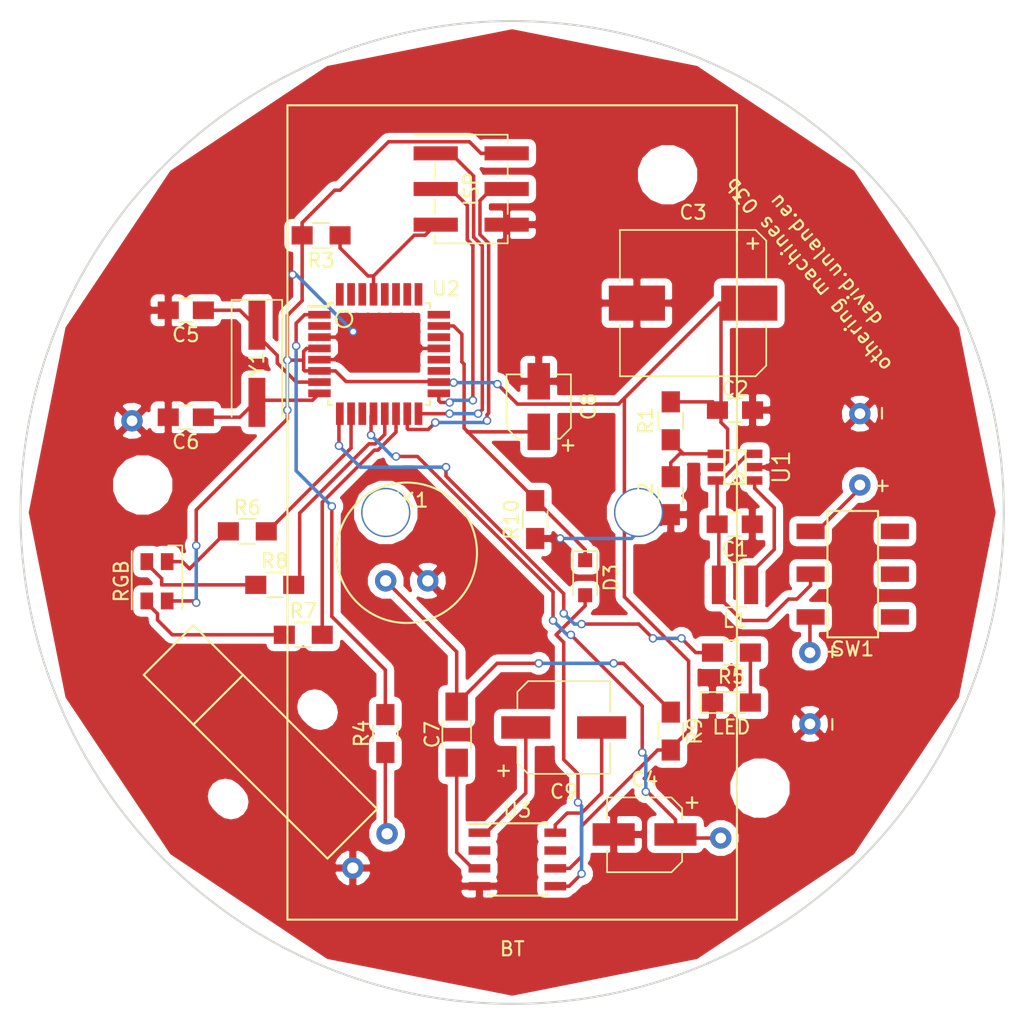
<source format=kicad_pcb>
(kicad_pcb (version 4) (host pcbnew 4.0.7)

  (general
    (links 70)
    (no_connects 0)
    (area 114.140857 69.342 180.594001 130.302001)
    (thickness 1.6)
    (drawings 2)
    (tracks 309)
    (zones 0)
    (modules 38)
    (nets 46)
  )

  (page A4)
  (layers
    (0 F.Cu signal)
    (31 B.Cu signal)
    (32 B.Adhes user)
    (33 F.Adhes user)
    (34 B.Paste user)
    (35 F.Paste user)
    (36 B.SilkS user)
    (37 F.SilkS user)
    (38 B.Mask user)
    (39 F.Mask user)
    (40 Dwgs.User user)
    (41 Cmts.User user)
    (42 Eco1.User user)
    (43 Eco2.User user)
    (44 Edge.Cuts user)
    (45 Margin user)
    (46 B.CrtYd user)
    (47 F.CrtYd user)
    (48 B.Fab user)
    (49 F.Fab user)
  )

  (setup
    (last_trace_width 0.25)
    (trace_clearance 0.2)
    (zone_clearance 0.508)
    (zone_45_only no)
    (trace_min 0.2)
    (segment_width 0.2)
    (edge_width 0.15)
    (via_size 0.6)
    (via_drill 0.4)
    (via_min_size 0.4)
    (via_min_drill 0.3)
    (uvia_size 0.3)
    (uvia_drill 0.1)
    (uvias_allowed no)
    (uvia_min_size 0.2)
    (uvia_min_drill 0.1)
    (pcb_text_width 0.3)
    (pcb_text_size 1.5 1.5)
    (mod_edge_width 0.15)
    (mod_text_size 1 1)
    (mod_text_width 0.15)
    (pad_size 3.2 3.2)
    (pad_drill 3.2)
    (pad_to_mask_clearance 0.2)
    (aux_axis_origin 0 0)
    (visible_elements 7FFFEFFF)
    (pcbplotparams
      (layerselection 0x010f0_80000001)
      (usegerberextensions true)
      (excludeedgelayer true)
      (linewidth 0.100000)
      (plotframeref false)
      (viasonmask false)
      (mode 1)
      (useauxorigin false)
      (hpglpennumber 1)
      (hpglpenspeed 20)
      (hpglpendiameter 15)
      (hpglpenoverlay 2)
      (psnegative false)
      (psa4output false)
      (plotreference true)
      (plotvalue false)
      (plotinvisibletext false)
      (padsonsilk false)
      (subtractmaskfromsilk false)
      (outputformat 1)
      (mirror false)
      (drillshape 0)
      (scaleselection 1)
      (outputdirectory Gerber/))
  )

  (net 0 "")
  (net 1 +2V5)
  (net 2 GND)
  (net 3 "Net-(C1-Pad1)")
  (net 4 /5V)
  (net 5 "Net-(C4-Pad1)")
  (net 6 "Net-(C5-Pad1)")
  (net 7 "Net-(C6-Pad1)")
  (net 8 "Net-(C7-Pad1)")
  (net 9 "Net-(C8-Pad1)")
  (net 10 "Net-(D1-Pad2)")
  (net 11 "Net-(D2-Pad3)")
  (net 12 "Net-(D2-Pad4)")
  (net 13 "Net-(D2-Pad1)")
  (net 14 "Net-(D3-Pad2)")
  (net 15 "Net-(ISP1-Pad1)")
  (net 16 "Net-(ISP1-Pad3)")
  (net 17 "Net-(ISP1-Pad4)")
  (net 18 "Net-(ISP1-Pad5)")
  (net 19 "Net-(L1-Pad1)")
  (net 20 "Net-(M1-Pad1)")
  (net 21 "Net-(R1-Pad2)")
  (net 22 "Net-(R4-Pad2)")
  (net 23 "Net-(R5-Pad2)")
  (net 24 "Net-(R6-Pad2)")
  (net 25 "Net-(R7-Pad2)")
  (net 26 "Net-(R8-Pad2)")
  (net 27 "Net-(C7-Pad2)")
  (net 28 "Net-(C9-Pad1)")
  (net 29 "Net-(C9-Pad2)")
  (net 30 "Net-(U2-Pad2)")
  (net 31 "Net-(U2-Pad11)")
  (net 32 "Net-(U2-Pad19)")
  (net 33 "Net-(U2-Pad20)")
  (net 34 "Net-(U2-Pad22)")
  (net 35 "Net-(U2-Pad24)")
  (net 36 "Net-(U2-Pad25)")
  (net 37 "Net-(U2-Pad26)")
  (net 38 "Net-(U2-Pad27)")
  (net 39 "Net-(U2-Pad28)")
  (net 40 "Net-(U2-Pad30)")
  (net 41 "Net-(U2-Pad31)")
  (net 42 "Net-(U2-Pad32)")
  (net 43 "Net-(U3-Pad2)")
  (net 44 "Net-(U3-Pad7)")
  (net 45 VCC)

  (net_class Default "This is the default net class."
    (clearance 0.2)
    (trace_width 0.25)
    (via_dia 0.6)
    (via_drill 0.4)
    (uvia_dia 0.3)
    (uvia_drill 0.1)
    (add_net +2V5)
    (add_net /5V)
    (add_net GND)
    (add_net "Net-(C1-Pad1)")
    (add_net "Net-(C4-Pad1)")
    (add_net "Net-(C5-Pad1)")
    (add_net "Net-(C6-Pad1)")
    (add_net "Net-(C7-Pad1)")
    (add_net "Net-(C7-Pad2)")
    (add_net "Net-(C8-Pad1)")
    (add_net "Net-(C9-Pad1)")
    (add_net "Net-(C9-Pad2)")
    (add_net "Net-(D1-Pad2)")
    (add_net "Net-(D2-Pad1)")
    (add_net "Net-(D2-Pad3)")
    (add_net "Net-(D2-Pad4)")
    (add_net "Net-(D3-Pad2)")
    (add_net "Net-(ISP1-Pad1)")
    (add_net "Net-(ISP1-Pad3)")
    (add_net "Net-(ISP1-Pad4)")
    (add_net "Net-(ISP1-Pad5)")
    (add_net "Net-(L1-Pad1)")
    (add_net "Net-(M1-Pad1)")
    (add_net "Net-(R1-Pad2)")
    (add_net "Net-(R4-Pad2)")
    (add_net "Net-(R5-Pad2)")
    (add_net "Net-(R6-Pad2)")
    (add_net "Net-(R7-Pad2)")
    (add_net "Net-(R8-Pad2)")
    (add_net "Net-(U2-Pad11)")
    (add_net "Net-(U2-Pad19)")
    (add_net "Net-(U2-Pad2)")
    (add_net "Net-(U2-Pad20)")
    (add_net "Net-(U2-Pad22)")
    (add_net "Net-(U2-Pad24)")
    (add_net "Net-(U2-Pad25)")
    (add_net "Net-(U2-Pad26)")
    (add_net "Net-(U2-Pad27)")
    (add_net "Net-(U2-Pad28)")
    (add_net "Net-(U2-Pad30)")
    (add_net "Net-(U2-Pad31)")
    (add_net "Net-(U2-Pad32)")
    (add_net "Net-(U3-Pad2)")
    (add_net "Net-(U3-Pad7)")
    (add_net VCC)
  )

  (module custom:TQFP-32_7x7mm_Pitch0.8mm (layer F.Cu) (tedit 5B28B45F) (tstamp 5B0539CB)
    (at 140.53 88.716)
    (descr "32-Lead Plastic Thin Quad Flatpack (PT) - 7x7x1.0 mm Body, 2.00 mm [TQFP] (see Microchip Packaging Specification 00000049BS.pdf)")
    (tags "QFP 0.8")
    (path /5A55CCEA)
    (attr smd)
    (fp_text reference U2 (at 4.758 -4.642) (layer F.SilkS)
      (effects (font (size 1 1) (thickness 0.15)))
    )
    (fp_text value ATMEGA328P-AU (at 0 6.05) (layer F.Fab)
      (effects (font (size 1 1) (thickness 0.15)))
    )
    (fp_circle (center -2.5 -2.5) (end -2.075 -2.1) (layer F.SilkS) (width 0.15))
    (fp_text user %R (at 0 0) (layer F.Fab)
      (effects (font (size 1 1) (thickness 0.15)))
    )
    (fp_line (start -2.5 -3.5) (end 3.5 -3.5) (layer F.Fab) (width 0.15))
    (fp_line (start 3.5 -3.5) (end 3.5 3.5) (layer F.Fab) (width 0.15))
    (fp_line (start 3.5 3.5) (end -3.5 3.5) (layer F.Fab) (width 0.15))
    (fp_line (start -3.5 3.5) (end -3.5 -2.5) (layer F.Fab) (width 0.15))
    (fp_line (start -3.5 -2.5) (end -2.5 -3.5) (layer F.Fab) (width 0.15))
    (fp_line (start -5.3 -5.3) (end -5.3 5.3) (layer F.CrtYd) (width 0.05))
    (fp_line (start 5.3 -5.3) (end 5.3 5.3) (layer F.CrtYd) (width 0.05))
    (fp_line (start -5.3 -5.3) (end 5.3 -5.3) (layer F.CrtYd) (width 0.05))
    (fp_line (start -5.3 5.3) (end 5.3 5.3) (layer F.CrtYd) (width 0.05))
    (fp_line (start -3.625 -3.625) (end -3.625 -3.4) (layer F.SilkS) (width 0.2))
    (fp_line (start 3.625 -3.625) (end 3.625 -3.3) (layer F.SilkS) (width 0.15))
    (fp_line (start 3.625 3.625) (end 3.625 3.3) (layer F.SilkS) (width 0.15))
    (fp_line (start -3.625 3.625) (end -3.625 3.3) (layer F.SilkS) (width 0.15))
    (fp_line (start -3.625 -3.625) (end -3.3 -3.625) (layer F.SilkS) (width 0.2))
    (fp_line (start -3.625 3.625) (end -3.3 3.625) (layer F.SilkS) (width 0.15))
    (fp_line (start 3.625 3.625) (end 3.3 3.625) (layer F.SilkS) (width 0.15))
    (fp_line (start 3.625 -3.625) (end 3.3 -3.625) (layer F.SilkS) (width 0.15))
    (fp_line (start -3.625 -3.4) (end -5.05 -3.4) (layer F.SilkS) (width 0.2))
    (pad 1 smd rect (at -4.25 -2.8) (size 1.6 0.55) (layers F.Cu F.Paste F.Mask)
      (net 22 "Net-(R4-Pad2)"))
    (pad 2 smd rect (at -4.25 -2) (size 1.6 0.55) (layers F.Cu F.Paste F.Mask)
      (net 30 "Net-(U2-Pad2)"))
    (pad 3 smd rect (at -4.25 -1.2) (size 1.6 0.55) (layers F.Cu F.Paste F.Mask)
      (net 2 GND))
    (pad 4 smd rect (at -4.25 -0.4) (size 1.6 0.55) (layers F.Cu F.Paste F.Mask)
      (net 4 /5V))
    (pad 5 smd rect (at -4.25 0.4) (size 1.6 0.55) (layers F.Cu F.Paste F.Mask)
      (net 2 GND))
    (pad 6 smd rect (at -4.25 1.2) (size 1.6 0.55) (layers F.Cu F.Paste F.Mask)
      (net 4 /5V))
    (pad 7 smd rect (at -4.25 2) (size 1.6 0.55) (layers F.Cu F.Paste F.Mask)
      (net 6 "Net-(C5-Pad1)"))
    (pad 8 smd rect (at -4.25 2.8) (size 1.6 0.55) (layers F.Cu F.Paste F.Mask)
      (net 7 "Net-(C6-Pad1)"))
    (pad 9 smd rect (at -2.8 4.25 90) (size 1.6 0.55) (layers F.Cu F.Paste F.Mask)
      (net 23 "Net-(R5-Pad2)"))
    (pad 10 smd rect (at -2 4.25 90) (size 1.6 0.55) (layers F.Cu F.Paste F.Mask)
      (net 24 "Net-(R6-Pad2)"))
    (pad 11 smd rect (at -1.2 4.25 90) (size 1.6 0.55) (layers F.Cu F.Paste F.Mask)
      (net 31 "Net-(U2-Pad11)"))
    (pad 12 smd rect (at -0.4 4.25 90) (size 1.6 0.55) (layers F.Cu F.Paste F.Mask)
      (net 5 "Net-(C4-Pad1)"))
    (pad 13 smd rect (at 0.4 4.25 90) (size 1.6 0.55) (layers F.Cu F.Paste F.Mask)
      (net 26 "Net-(R8-Pad2)"))
    (pad 14 smd rect (at 1.2 4.25 90) (size 1.6 0.55) (layers F.Cu F.Paste F.Mask)
      (net 25 "Net-(R7-Pad2)"))
    (pad 15 smd rect (at 2 4.25 90) (size 1.6 0.55) (layers F.Cu F.Paste F.Mask)
      (net 17 "Net-(ISP1-Pad4)"))
    (pad 16 smd rect (at 2.8 4.25 90) (size 1.6 0.55) (layers F.Cu F.Paste F.Mask)
      (net 15 "Net-(ISP1-Pad1)"))
    (pad 17 smd rect (at 4.25 2.8) (size 1.6 0.55) (layers F.Cu F.Paste F.Mask)
      (net 16 "Net-(ISP1-Pad3)"))
    (pad 18 smd rect (at 4.25 2) (size 1.6 0.55) (layers F.Cu F.Paste F.Mask)
      (net 4 /5V))
    (pad 19 smd rect (at 4.25 1.2) (size 1.6 0.55) (layers F.Cu F.Paste F.Mask)
      (net 32 "Net-(U2-Pad19)"))
    (pad 20 smd rect (at 4.25 0.4) (size 1.6 0.55) (layers F.Cu F.Paste F.Mask)
      (net 33 "Net-(U2-Pad20)"))
    (pad 21 smd rect (at 4.25 -0.4) (size 1.6 0.55) (layers F.Cu F.Paste F.Mask)
      (net 2 GND))
    (pad 22 smd rect (at 4.25 -1.2) (size 1.6 0.55) (layers F.Cu F.Paste F.Mask)
      (net 34 "Net-(U2-Pad22)"))
    (pad 23 smd rect (at 4.25 -2) (size 1.6 0.55) (layers F.Cu F.Paste F.Mask)
      (net 9 "Net-(C8-Pad1)"))
    (pad 24 smd rect (at 4.25 -2.8) (size 1.6 0.55) (layers F.Cu F.Paste F.Mask)
      (net 35 "Net-(U2-Pad24)"))
    (pad 25 smd rect (at 2.8 -4.25 90) (size 1.6 0.55) (layers F.Cu F.Paste F.Mask)
      (net 36 "Net-(U2-Pad25)"))
    (pad 26 smd rect (at 2 -4.25 90) (size 1.6 0.55) (layers F.Cu F.Paste F.Mask)
      (net 37 "Net-(U2-Pad26)"))
    (pad 27 smd rect (at 1.2 -4.25 90) (size 1.6 0.55) (layers F.Cu F.Paste F.Mask)
      (net 38 "Net-(U2-Pad27)"))
    (pad 28 smd rect (at 0.4 -4.25 90) (size 1.6 0.55) (layers F.Cu F.Paste F.Mask)
      (net 39 "Net-(U2-Pad28)"))
    (pad 29 smd rect (at -0.4 -4.25 90) (size 1.6 0.55) (layers F.Cu F.Paste F.Mask)
      (net 18 "Net-(ISP1-Pad5)"))
    (pad 30 smd rect (at -1.2 -4.25 90) (size 1.6 0.55) (layers F.Cu F.Paste F.Mask)
      (net 40 "Net-(U2-Pad30)"))
    (pad 31 smd rect (at -2 -4.25 90) (size 1.6 0.55) (layers F.Cu F.Paste F.Mask)
      (net 41 "Net-(U2-Pad31)"))
    (pad 32 smd rect (at -2.8 -4.25 90) (size 1.6 0.55) (layers F.Cu F.Paste F.Mask)
      (net 42 "Net-(U2-Pad32)"))
    (model ${KISYS3DMOD}/Housings_QFP.3dshapes/TQFP-32_7x7mm_Pitch0.8mm.wrl
      (at (xyz 0 0 0))
      (scale (xyz 1 1 1))
      (rotate (xyz 0 0 0))
    )
  )

  (module Capacitors_SMD:C_0805_HandSoldering (layer F.Cu) (tedit 58AA84A8) (tstamp 5B0538F5)
    (at 165.842 100.838)
    (descr "Capacitor SMD 0805, hand soldering")
    (tags "capacitor 0805")
    (path /5B00B931)
    (attr smd)
    (fp_text reference C1 (at 0.02 1.778) (layer F.SilkS)
      (effects (font (size 1 1) (thickness 0.15)))
    )
    (fp_text value 4.7uF (at 2.814 0 90) (layer F.Fab)
      (effects (font (size 1 1) (thickness 0.15)))
    )
    (fp_text user %R (at 0 -1.75) (layer F.Fab)
      (effects (font (size 1 1) (thickness 0.15)))
    )
    (fp_line (start -1 0.62) (end -1 -0.62) (layer F.Fab) (width 0.1))
    (fp_line (start 1 0.62) (end -1 0.62) (layer F.Fab) (width 0.1))
    (fp_line (start 1 -0.62) (end 1 0.62) (layer F.Fab) (width 0.1))
    (fp_line (start -1 -0.62) (end 1 -0.62) (layer F.Fab) (width 0.1))
    (fp_line (start 0.5 -0.85) (end -0.5 -0.85) (layer F.SilkS) (width 0.12))
    (fp_line (start -0.5 0.85) (end 0.5 0.85) (layer F.SilkS) (width 0.12))
    (fp_line (start -2.25 -0.88) (end 2.25 -0.88) (layer F.CrtYd) (width 0.05))
    (fp_line (start -2.25 -0.88) (end -2.25 0.87) (layer F.CrtYd) (width 0.05))
    (fp_line (start 2.25 0.87) (end 2.25 -0.88) (layer F.CrtYd) (width 0.05))
    (fp_line (start 2.25 0.87) (end -2.25 0.87) (layer F.CrtYd) (width 0.05))
    (pad 1 smd rect (at -1.25 0) (size 1.5 1.25) (layers F.Cu F.Paste F.Mask)
      (net 3 "Net-(C1-Pad1)"))
    (pad 2 smd rect (at 1.25 0) (size 1.5 1.25) (layers F.Cu F.Paste F.Mask)
      (net 2 GND))
    (model Capacitors_SMD.3dshapes/C_0805.wrl
      (at (xyz 0 0 0))
      (scale (xyz 1 1 1))
      (rotate (xyz 0 0 0))
    )
  )

  (module Capacitors_SMD:C_0805_HandSoldering (layer F.Cu) (tedit 58AA84A8) (tstamp 5B0538FB)
    (at 165.862 92.71)
    (descr "Capacitor SMD 0805, hand soldering")
    (tags "capacitor 0805")
    (path /5B00BCE0)
    (attr smd)
    (fp_text reference C2 (at 0 -1.524) (layer F.SilkS)
      (effects (font (size 1 1) (thickness 0.15)))
    )
    (fp_text value 10uF (at 0 1.75) (layer F.Fab)
      (effects (font (size 1 1) (thickness 0.15)))
    )
    (fp_text user %R (at 0 -1.75) (layer F.Fab)
      (effects (font (size 1 1) (thickness 0.15)))
    )
    (fp_line (start -1 0.62) (end -1 -0.62) (layer F.Fab) (width 0.1))
    (fp_line (start 1 0.62) (end -1 0.62) (layer F.Fab) (width 0.1))
    (fp_line (start 1 -0.62) (end 1 0.62) (layer F.Fab) (width 0.1))
    (fp_line (start -1 -0.62) (end 1 -0.62) (layer F.Fab) (width 0.1))
    (fp_line (start 0.5 -0.85) (end -0.5 -0.85) (layer F.SilkS) (width 0.12))
    (fp_line (start -0.5 0.85) (end 0.5 0.85) (layer F.SilkS) (width 0.12))
    (fp_line (start -2.25 -0.88) (end 2.25 -0.88) (layer F.CrtYd) (width 0.05))
    (fp_line (start -2.25 -0.88) (end -2.25 0.87) (layer F.CrtYd) (width 0.05))
    (fp_line (start 2.25 0.87) (end 2.25 -0.88) (layer F.CrtYd) (width 0.05))
    (fp_line (start 2.25 0.87) (end -2.25 0.87) (layer F.CrtYd) (width 0.05))
    (pad 1 smd rect (at -1.25 0) (size 1.5 1.25) (layers F.Cu F.Paste F.Mask)
      (net 4 /5V))
    (pad 2 smd rect (at 1.25 0) (size 1.5 1.25) (layers F.Cu F.Paste F.Mask)
      (net 2 GND))
    (model Capacitors_SMD.3dshapes/C_0805.wrl
      (at (xyz 0 0 0))
      (scale (xyz 1 1 1))
      (rotate (xyz 0 0 0))
    )
  )

  (module Capacitors_SMD:CP_Elec_5x5.3 (layer F.Cu) (tedit 58AA8A8F) (tstamp 5B053901)
    (at 159.426 122.936 180)
    (descr "SMT capacitor, aluminium electrolytic, 5x5.3")
    (path /5B052897)
    (attr smd)
    (fp_text reference C4 (at 0 3.92 180) (layer F.SilkS)
      (effects (font (size 1 1) (thickness 0.15)))
    )
    (fp_text value 4.7uF (at 0 -3.92 180) (layer F.Fab)
      (effects (font (size 1 1) (thickness 0.15)))
    )
    (fp_circle (center 0 0) (end 0.3 2.4) (layer F.Fab) (width 0.1))
    (fp_text user + (at -1.37 -0.08 180) (layer F.Fab)
      (effects (font (size 1 1) (thickness 0.15)))
    )
    (fp_text user + (at -3.38 2.34 180) (layer F.SilkS)
      (effects (font (size 1 1) (thickness 0.15)))
    )
    (fp_text user %R (at 0 3.92 180) (layer F.Fab)
      (effects (font (size 1 1) (thickness 0.15)))
    )
    (fp_line (start 2.51 2.49) (end 2.51 -2.54) (layer F.Fab) (width 0.1))
    (fp_line (start -1.84 2.49) (end 2.51 2.49) (layer F.Fab) (width 0.1))
    (fp_line (start -2.51 1.82) (end -1.84 2.49) (layer F.Fab) (width 0.1))
    (fp_line (start -2.51 -1.87) (end -2.51 1.82) (layer F.Fab) (width 0.1))
    (fp_line (start -1.84 -2.54) (end -2.51 -1.87) (layer F.Fab) (width 0.1))
    (fp_line (start 2.51 -2.54) (end -1.84 -2.54) (layer F.Fab) (width 0.1))
    (fp_line (start 2.67 -2.69) (end 2.67 -1.14) (layer F.SilkS) (width 0.12))
    (fp_line (start 2.67 2.64) (end 2.67 1.09) (layer F.SilkS) (width 0.12))
    (fp_line (start -2.67 1.88) (end -2.67 1.09) (layer F.SilkS) (width 0.12))
    (fp_line (start -2.67 -1.93) (end -2.67 -1.14) (layer F.SilkS) (width 0.12))
    (fp_line (start 2.67 -2.69) (end -1.91 -2.69) (layer F.SilkS) (width 0.12))
    (fp_line (start -1.91 -2.69) (end -2.67 -1.93) (layer F.SilkS) (width 0.12))
    (fp_line (start -2.67 1.88) (end -1.91 2.64) (layer F.SilkS) (width 0.12))
    (fp_line (start -1.91 2.64) (end 2.67 2.64) (layer F.SilkS) (width 0.12))
    (fp_line (start -3.95 -2.79) (end 3.95 -2.79) (layer F.CrtYd) (width 0.05))
    (fp_line (start -3.95 -2.79) (end -3.95 2.74) (layer F.CrtYd) (width 0.05))
    (fp_line (start 3.95 2.74) (end 3.95 -2.79) (layer F.CrtYd) (width 0.05))
    (fp_line (start 3.95 2.74) (end -3.95 2.74) (layer F.CrtYd) (width 0.05))
    (pad 1 smd rect (at -2.2 0) (size 3 1.6) (layers F.Cu F.Paste F.Mask)
      (net 5 "Net-(C4-Pad1)"))
    (pad 2 smd rect (at 2.2 0) (size 3 1.6) (layers F.Cu F.Paste F.Mask)
      (net 2 GND))
    (model Capacitors_SMD.3dshapes/CP_Elec_5x5.3.wrl
      (at (xyz 0 0 0))
      (scale (xyz 1 1 1))
      (rotate (xyz 0 0 180))
    )
  )

  (module Capacitors_SMD:C_0805_HandSoldering (layer F.Cu) (tedit 58AA84A8) (tstamp 5B053907)
    (at 126.766 85.598 180)
    (descr "Capacitor SMD 0805, hand soldering")
    (tags "capacitor 0805")
    (path /5A5904B4)
    (attr smd)
    (fp_text reference C5 (at 0 -1.75 180) (layer F.SilkS)
      (effects (font (size 1 1) (thickness 0.15)))
    )
    (fp_text value 22pF (at 0 1.75 180) (layer F.Fab)
      (effects (font (size 1 1) (thickness 0.15)))
    )
    (fp_text user %R (at 0 -1.75 180) (layer F.Fab)
      (effects (font (size 1 1) (thickness 0.15)))
    )
    (fp_line (start -1 0.62) (end -1 -0.62) (layer F.Fab) (width 0.1))
    (fp_line (start 1 0.62) (end -1 0.62) (layer F.Fab) (width 0.1))
    (fp_line (start 1 -0.62) (end 1 0.62) (layer F.Fab) (width 0.1))
    (fp_line (start -1 -0.62) (end 1 -0.62) (layer F.Fab) (width 0.1))
    (fp_line (start 0.5 -0.85) (end -0.5 -0.85) (layer F.SilkS) (width 0.12))
    (fp_line (start -0.5 0.85) (end 0.5 0.85) (layer F.SilkS) (width 0.12))
    (fp_line (start -2.25 -0.88) (end 2.25 -0.88) (layer F.CrtYd) (width 0.05))
    (fp_line (start -2.25 -0.88) (end -2.25 0.87) (layer F.CrtYd) (width 0.05))
    (fp_line (start 2.25 0.87) (end 2.25 -0.88) (layer F.CrtYd) (width 0.05))
    (fp_line (start 2.25 0.87) (end -2.25 0.87) (layer F.CrtYd) (width 0.05))
    (pad 1 smd rect (at -1.25 0 180) (size 1.5 1.25) (layers F.Cu F.Paste F.Mask)
      (net 6 "Net-(C5-Pad1)"))
    (pad 2 smd rect (at 1.25 0 180) (size 1.5 1.25) (layers F.Cu F.Paste F.Mask)
      (net 2 GND))
    (model Capacitors_SMD.3dshapes/C_0805.wrl
      (at (xyz 0 0 0))
      (scale (xyz 1 1 1))
      (rotate (xyz 0 0 0))
    )
  )

  (module Capacitors_SMD:C_0805_HandSoldering (layer F.Cu) (tedit 58AA84A8) (tstamp 5B05390D)
    (at 126.766 93.218 180)
    (descr "Capacitor SMD 0805, hand soldering")
    (tags "capacitor 0805")
    (path /5A590531)
    (attr smd)
    (fp_text reference C6 (at 0 -1.75 180) (layer F.SilkS)
      (effects (font (size 1 1) (thickness 0.15)))
    )
    (fp_text value 22pF (at 0 1.75 180) (layer F.Fab)
      (effects (font (size 1 1) (thickness 0.15)))
    )
    (fp_text user %R (at 0 -1.75 180) (layer F.Fab)
      (effects (font (size 1 1) (thickness 0.15)))
    )
    (fp_line (start -1 0.62) (end -1 -0.62) (layer F.Fab) (width 0.1))
    (fp_line (start 1 0.62) (end -1 0.62) (layer F.Fab) (width 0.1))
    (fp_line (start 1 -0.62) (end 1 0.62) (layer F.Fab) (width 0.1))
    (fp_line (start -1 -0.62) (end 1 -0.62) (layer F.Fab) (width 0.1))
    (fp_line (start 0.5 -0.85) (end -0.5 -0.85) (layer F.SilkS) (width 0.12))
    (fp_line (start -0.5 0.85) (end 0.5 0.85) (layer F.SilkS) (width 0.12))
    (fp_line (start -2.25 -0.88) (end 2.25 -0.88) (layer F.CrtYd) (width 0.05))
    (fp_line (start -2.25 -0.88) (end -2.25 0.87) (layer F.CrtYd) (width 0.05))
    (fp_line (start 2.25 0.87) (end 2.25 -0.88) (layer F.CrtYd) (width 0.05))
    (fp_line (start 2.25 0.87) (end -2.25 0.87) (layer F.CrtYd) (width 0.05))
    (pad 1 smd rect (at -1.25 0 180) (size 1.5 1.25) (layers F.Cu F.Paste F.Mask)
      (net 7 "Net-(C6-Pad1)"))
    (pad 2 smd rect (at 1.25 0 180) (size 1.5 1.25) (layers F.Cu F.Paste F.Mask)
      (net 2 GND))
    (model Capacitors_SMD.3dshapes/C_0805.wrl
      (at (xyz 0 0 0))
      (scale (xyz 1 1 1))
      (rotate (xyz 0 0 0))
    )
  )

  (module Capacitors_SMD:C_1206_HandSoldering (layer F.Cu) (tedit 58AA84D1) (tstamp 5B053913)
    (at 146.05 115.824 90)
    (descr "Capacitor SMD 1206, hand soldering")
    (tags "capacitor 1206")
    (path /5A55E93A)
    (attr smd)
    (fp_text reference C7 (at 0 -1.75 90) (layer F.SilkS)
      (effects (font (size 1 1) (thickness 0.15)))
    )
    (fp_text value 0.1uF (at 0 2 90) (layer F.Fab)
      (effects (font (size 1 1) (thickness 0.15)))
    )
    (fp_text user %R (at 0 -1.75 90) (layer F.Fab)
      (effects (font (size 1 1) (thickness 0.15)))
    )
    (fp_line (start -1.6 0.8) (end -1.6 -0.8) (layer F.Fab) (width 0.1))
    (fp_line (start 1.6 0.8) (end -1.6 0.8) (layer F.Fab) (width 0.1))
    (fp_line (start 1.6 -0.8) (end 1.6 0.8) (layer F.Fab) (width 0.1))
    (fp_line (start -1.6 -0.8) (end 1.6 -0.8) (layer F.Fab) (width 0.1))
    (fp_line (start 1 -1.02) (end -1 -1.02) (layer F.SilkS) (width 0.12))
    (fp_line (start -1 1.02) (end 1 1.02) (layer F.SilkS) (width 0.12))
    (fp_line (start -3.25 -1.05) (end 3.25 -1.05) (layer F.CrtYd) (width 0.05))
    (fp_line (start -3.25 -1.05) (end -3.25 1.05) (layer F.CrtYd) (width 0.05))
    (fp_line (start 3.25 1.05) (end 3.25 -1.05) (layer F.CrtYd) (width 0.05))
    (fp_line (start 3.25 1.05) (end -3.25 1.05) (layer F.CrtYd) (width 0.05))
    (pad 1 smd rect (at -2 0 90) (size 2 1.6) (layers F.Cu F.Paste F.Mask)
      (net 8 "Net-(C7-Pad1)"))
    (pad 2 smd rect (at 2 0 90) (size 2 1.6) (layers F.Cu F.Paste F.Mask)
      (net 27 "Net-(C7-Pad2)"))
    (model Capacitors_SMD.3dshapes/C_1206.wrl
      (at (xyz 0 0 0))
      (scale (xyz 1 1 1))
      (rotate (xyz 0 0 0))
    )
  )

  (module Capacitors_SMD:CP_Elec_4x5.3 (layer F.Cu) (tedit 58AA85FB) (tstamp 5B053919)
    (at 151.892 92.456 90)
    (descr "SMT capacitor, aluminium electrolytic, 4x5.3")
    (path /5A59B569)
    (attr smd)
    (fp_text reference C8 (at 0 3.54 90) (layer F.SilkS)
      (effects (font (size 1 1) (thickness 0.15)))
    )
    (fp_text value 1uF (at 0 -3.54 90) (layer F.Fab)
      (effects (font (size 1 1) (thickness 0.15)))
    )
    (fp_circle (center 0 0) (end 0 2.1) (layer F.Fab) (width 0.1))
    (fp_text user + (at -1.21 -0.08 90) (layer F.Fab)
      (effects (font (size 1 1) (thickness 0.15)))
    )
    (fp_text user + (at -2.77 2.01 90) (layer F.SilkS)
      (effects (font (size 1 1) (thickness 0.15)))
    )
    (fp_text user %R (at 0 3.54 90) (layer F.Fab)
      (effects (font (size 1 1) (thickness 0.15)))
    )
    (fp_line (start 2.13 2.13) (end 2.13 -2.13) (layer F.Fab) (width 0.1))
    (fp_line (start -1.46 2.13) (end 2.13 2.13) (layer F.Fab) (width 0.1))
    (fp_line (start -2.13 1.46) (end -1.46 2.13) (layer F.Fab) (width 0.1))
    (fp_line (start -2.13 -1.46) (end -2.13 1.46) (layer F.Fab) (width 0.1))
    (fp_line (start -1.46 -2.13) (end -2.13 -1.46) (layer F.Fab) (width 0.1))
    (fp_line (start 2.13 -2.13) (end -1.46 -2.13) (layer F.Fab) (width 0.1))
    (fp_line (start -2.29 -1.52) (end -2.29 -1.12) (layer F.SilkS) (width 0.12))
    (fp_line (start 2.29 -2.29) (end 2.29 -1.12) (layer F.SilkS) (width 0.12))
    (fp_line (start 2.29 2.29) (end 2.29 1.12) (layer F.SilkS) (width 0.12))
    (fp_line (start -2.29 1.52) (end -2.29 1.12) (layer F.SilkS) (width 0.12))
    (fp_line (start -1.52 2.29) (end 2.29 2.29) (layer F.SilkS) (width 0.12))
    (fp_line (start -1.52 2.29) (end -2.29 1.52) (layer F.SilkS) (width 0.12))
    (fp_line (start -1.52 -2.29) (end 2.29 -2.29) (layer F.SilkS) (width 0.12))
    (fp_line (start -1.52 -2.29) (end -2.29 -1.52) (layer F.SilkS) (width 0.12))
    (fp_line (start -3.35 -2.39) (end 3.35 -2.39) (layer F.CrtYd) (width 0.05))
    (fp_line (start -3.35 -2.39) (end -3.35 2.38) (layer F.CrtYd) (width 0.05))
    (fp_line (start 3.35 2.38) (end 3.35 -2.39) (layer F.CrtYd) (width 0.05))
    (fp_line (start 3.35 2.38) (end -3.35 2.38) (layer F.CrtYd) (width 0.05))
    (pad 1 smd rect (at -1.8 0 270) (size 2.6 1.6) (layers F.Cu F.Paste F.Mask)
      (net 9 "Net-(C8-Pad1)"))
    (pad 2 smd rect (at 1.8 0 270) (size 2.6 1.6) (layers F.Cu F.Paste F.Mask)
      (net 2 GND))
    (model Capacitors_SMD.3dshapes/CP_Elec_4x5.3.wrl
      (at (xyz 0 0 0))
      (scale (xyz 1 1 1))
      (rotate (xyz 0 0 180))
    )
  )

  (module Capacitors_SMD:CP_Elec_6.3x5.8 (layer F.Cu) (tedit 58AA8B59) (tstamp 5B05391F)
    (at 153.67 115.316)
    (descr "SMT capacitor, aluminium electrolytic, 6.3x5.8")
    (path /5A594696)
    (attr smd)
    (fp_text reference C9 (at 0 4.56) (layer F.SilkS)
      (effects (font (size 1 1) (thickness 0.15)))
    )
    (fp_text value 22uF (at 0 -4.56) (layer F.Fab)
      (effects (font (size 1 1) (thickness 0.15)))
    )
    (fp_circle (center 0 0) (end 0.5 3) (layer F.Fab) (width 0.1))
    (fp_text user + (at -1.75 -0.08) (layer F.Fab)
      (effects (font (size 1 1) (thickness 0.15)))
    )
    (fp_text user + (at -4.28 3.01) (layer F.SilkS)
      (effects (font (size 1 1) (thickness 0.15)))
    )
    (fp_text user %R (at 0 4.56) (layer F.Fab)
      (effects (font (size 1 1) (thickness 0.15)))
    )
    (fp_line (start 3.15 3.15) (end 3.15 -3.15) (layer F.Fab) (width 0.1))
    (fp_line (start -2.48 3.15) (end 3.15 3.15) (layer F.Fab) (width 0.1))
    (fp_line (start -3.15 2.48) (end -2.48 3.15) (layer F.Fab) (width 0.1))
    (fp_line (start -3.15 -2.48) (end -3.15 2.48) (layer F.Fab) (width 0.1))
    (fp_line (start -2.48 -3.15) (end -3.15 -2.48) (layer F.Fab) (width 0.1))
    (fp_line (start 3.15 -3.15) (end -2.48 -3.15) (layer F.Fab) (width 0.1))
    (fp_line (start 3.3 3.3) (end 3.3 1.12) (layer F.SilkS) (width 0.12))
    (fp_line (start 3.3 -3.3) (end 3.3 -1.12) (layer F.SilkS) (width 0.12))
    (fp_line (start -3.3 2.54) (end -3.3 1.12) (layer F.SilkS) (width 0.12))
    (fp_line (start -3.3 -2.54) (end -3.3 -1.12) (layer F.SilkS) (width 0.12))
    (fp_line (start 3.3 3.3) (end -2.54 3.3) (layer F.SilkS) (width 0.12))
    (fp_line (start -2.54 3.3) (end -3.3 2.54) (layer F.SilkS) (width 0.12))
    (fp_line (start -3.3 -2.54) (end -2.54 -3.3) (layer F.SilkS) (width 0.12))
    (fp_line (start -2.54 -3.3) (end 3.3 -3.3) (layer F.SilkS) (width 0.12))
    (fp_line (start -4.7 -3.4) (end 4.7 -3.4) (layer F.CrtYd) (width 0.05))
    (fp_line (start -4.7 -3.4) (end -4.7 3.4) (layer F.CrtYd) (width 0.05))
    (fp_line (start 4.7 3.4) (end 4.7 -3.4) (layer F.CrtYd) (width 0.05))
    (fp_line (start 4.7 3.4) (end -4.7 3.4) (layer F.CrtYd) (width 0.05))
    (pad 1 smd rect (at -2.7 0 180) (size 3.5 1.6) (layers F.Cu F.Paste F.Mask)
      (net 28 "Net-(C9-Pad1)"))
    (pad 2 smd rect (at 2.7 0 180) (size 3.5 1.6) (layers F.Cu F.Paste F.Mask)
      (net 29 "Net-(C9-Pad2)"))
    (model Capacitors_SMD.3dshapes/CP_Elec_6.3x5.8.wrl
      (at (xyz 0 0 0))
      (scale (xyz 1 1 1))
      (rotate (xyz 0 0 180))
    )
  )

  (module LEDs:LED_0805_HandSoldering (layer F.Cu) (tedit 5B055F2F) (tstamp 5B053925)
    (at 165.608 113.538)
    (descr "Resistor SMD 0805, hand soldering")
    (tags "resistor 0805")
    (path /5A588D7A)
    (attr smd)
    (fp_text reference D1 (at 0 -1.7) (layer F.Fab)
      (effects (font (size 1 1) (thickness 0.15)))
    )
    (fp_text value LED (at 0 1.75) (layer F.SilkS)
      (effects (font (size 1 1) (thickness 0.15)))
    )
    (fp_line (start -0.4 -0.4) (end -0.4 0.4) (layer F.Fab) (width 0.1))
    (fp_line (start -0.4 0) (end 0.2 -0.4) (layer F.Fab) (width 0.1))
    (fp_line (start 0.2 0.4) (end -0.4 0) (layer F.Fab) (width 0.1))
    (fp_line (start 0.2 -0.4) (end 0.2 0.4) (layer F.Fab) (width 0.1))
    (fp_line (start -1 0.62) (end -1 -0.62) (layer F.Fab) (width 0.1))
    (fp_line (start 1 0.62) (end -1 0.62) (layer F.Fab) (width 0.1))
    (fp_line (start 1 -0.62) (end 1 0.62) (layer F.Fab) (width 0.1))
    (fp_line (start -1 -0.62) (end 1 -0.62) (layer F.Fab) (width 0.1))
    (fp_line (start 1 0.75) (end -2.2 0.75) (layer F.SilkS) (width 0.12))
    (fp_line (start -2.2 -0.75) (end 1 -0.75) (layer F.SilkS) (width 0.12))
    (fp_line (start -2.35 -0.9) (end 2.35 -0.9) (layer F.CrtYd) (width 0.05))
    (fp_line (start -2.35 -0.9) (end -2.35 0.9) (layer F.CrtYd) (width 0.05))
    (fp_line (start 2.35 0.9) (end 2.35 -0.9) (layer F.CrtYd) (width 0.05))
    (fp_line (start 2.35 0.9) (end -2.35 0.9) (layer F.CrtYd) (width 0.05))
    (fp_line (start -2.2 -0.75) (end -2.2 0.75) (layer F.SilkS) (width 0.12))
    (pad 1 smd rect (at -1.35 0) (size 1.5 1.3) (layers F.Cu F.Paste F.Mask)
      (net 2 GND))
    (pad 2 smd rect (at 1.35 0) (size 1.5 1.3) (layers F.Cu F.Paste F.Mask)
      (net 10 "Net-(D1-Pad2)"))
    (model ${KISYS3DMOD}/LEDs.3dshapes/LED_0805.wrl
      (at (xyz 0 0 0))
      (scale (xyz 1 1 1))
      (rotate (xyz 0 0 0))
    )
  )

  (module Inductors_SMD:L_Abracon_ASPI-3012S (layer F.Cu) (tedit 5990349C) (tstamp 5B053943)
    (at 165.862 105.156 180)
    (descr "smd shielded power inductor http://www.abracon.com/Magnetics/power/ASPI-3012S.pdf")
    (tags "inductor abracon smd shielded")
    (path /5B00BA8C)
    (attr smd)
    (fp_text reference L1 (at 0 -2.54 180) (layer F.SilkS)
      (effects (font (size 1 1) (thickness 0.15)))
    )
    (fp_text value L (at 0 -2.7 180) (layer F.Fab)
      (effects (font (size 1 1) (thickness 0.15)))
    )
    (fp_text user %R (at 0 0 180) (layer F.Fab)
      (effects (font (size 0.7 0.7) (thickness 0.105)))
    )
    (fp_line (start 2 1.8) (end 2 -1.8) (layer F.CrtYd) (width 0.05))
    (fp_line (start -2 1.8) (end 2 1.8) (layer F.CrtYd) (width 0.05))
    (fp_line (start -2 -1.8) (end -2 1.8) (layer F.CrtYd) (width 0.05))
    (fp_line (start 2 -1.8) (end -2 -1.8) (layer F.CrtYd) (width 0.05))
    (fp_line (start -1 1.3) (end -0.8 1.5) (layer F.Fab) (width 0.1))
    (fp_line (start -1.5 1.3) (end -1 1.3) (layer F.Fab) (width 0.1))
    (fp_line (start -1.5 -1.3) (end -1.5 1.3) (layer F.Fab) (width 0.1))
    (fp_line (start -1 -1.3) (end -1.5 -1.3) (layer F.Fab) (width 0.1))
    (fp_line (start -0.8 -1.5) (end -1 -1.3) (layer F.Fab) (width 0.1))
    (fp_line (start 0.8 -1.5) (end -0.8 -1.5) (layer F.Fab) (width 0.1))
    (fp_line (start 1 -1.3) (end 0.8 -1.5) (layer F.Fab) (width 0.1))
    (fp_line (start 1.5 -1.3) (end 1 -1.3) (layer F.Fab) (width 0.1))
    (fp_line (start 1.5 1.3) (end 1.5 -1.3) (layer F.Fab) (width 0.1))
    (fp_line (start 1 1.3) (end 1.5 1.3) (layer F.Fab) (width 0.1))
    (fp_line (start 0.8 1.5) (end 1 1.3) (layer F.Fab) (width 0.1))
    (fp_line (start -0.8 1.5) (end 0.8 1.5) (layer F.Fab) (width 0.1))
    (fp_line (start -0.8 1.6) (end 0.8 1.6) (layer F.SilkS) (width 0.12))
    (fp_line (start -0.8 -1.6) (end 0.8 -1.6) (layer F.SilkS) (width 0.12))
    (pad 1 smd rect (at -1.15 0 180) (size 1 2.75) (layers F.Cu F.Paste F.Mask)
      (net 19 "Net-(L1-Pad1)"))
    (pad 2 smd rect (at 1.15 0 180) (size 1 2.75) (layers F.Cu F.Paste F.Mask)
      (net 3 "Net-(C1-Pad1)"))
    (model ${KISYS3DMOD}/Inductors_SMD.3dshapes/L_Abracon_ASPI-3012S.wrl
      (at (xyz 0 0 0))
      (scale (xyz 1 1 1))
      (rotate (xyz 0 0 0))
    )
  )

  (module custom:SpeakerDigisoundSAL5050MC (layer F.Cu) (tedit 5B055FEC) (tstamp 5B053949)
    (at 150 100)
    (path /5A561634)
    (fp_text reference LS1 (at 0 -15) (layer F.Fab)
      (effects (font (size 1 1) (thickness 0.15)))
    )
    (fp_text value Speaker (at 0 -18.5) (layer F.Fab)
      (effects (font (size 1 1) (thickness 0.15)))
    )
    (fp_circle (center 0 0) (end 25 0) (layer Dwgs.User) (width 0.15))
    (fp_circle (center 0 0) (end 10 0) (layer Dwgs.User) (width 0.15))
    (pad 1 thru_hole circle (at 14.846 23.19) (size 1.524 1.524) (drill 0.762) (layers *.Cu *.Mask)
      (net 5 "Net-(C4-Pad1)"))
    (pad 2 thru_hole circle (at -27.064 -6.528) (size 1.524 1.524) (drill 0.762) (layers *.Cu *.Mask)
      (net 2 GND))
  )

  (module custom:VibrationMotor17x5WithDrillHoles (layer F.Cu) (tedit 5A8AD0C6) (tstamp 5B053951)
    (at 137.558214 121.824175 45)
    (path /5A58B6B5)
    (fp_text reference M1 (at 0 -11.1 45) (layer F.SilkS) hide
      (effects (font (size 1 1) (thickness 0.15)))
    )
    (fp_text value VibrationMotor (at 1.5 -5.3 135) (layer F.Fab)
      (effects (font (size 1 1) (thickness 0.15)))
    )
    (fp_line (start -2.5 -17) (end -2.5 -12) (layer F.SilkS) (width 0.15))
    (fp_line (start 2.5 -17) (end -2.5 -17) (layer F.SilkS) (width 0.15))
    (fp_line (start 2.5 -12) (end 2.5 -17) (layer F.SilkS) (width 0.15))
    (fp_line (start -2.5 -12) (end -2.5 1.5) (layer F.SilkS) (width 0.15))
    (fp_line (start 2.5 -12) (end -2.5 -12) (layer F.SilkS) (width 0.15))
    (fp_line (start 2.5 1.5) (end 2.5 -12) (layer F.SilkS) (width 0.15))
    (fp_line (start -2.5 1.5) (end 2.5 1.5) (layer F.SilkS) (width 0.15))
    (pad 2 thru_hole circle (at -1.7 3.25 45) (size 1.524 1.524) (drill 0.8) (layers *.Cu *.Mask)
      (net 2 GND))
    (pad 1 thru_hole circle (at 1.75 3.25 45) (size 1.524 1.524) (drill 0.8) (layers *.Cu *.Mask)
      (net 20 "Net-(M1-Pad1)"))
    (pad "" np_thru_hole oval (at 4.5 -6.5 45) (size 1.5 2) (drill oval 1.5 2) (layers *.Cu *.Mask))
    (pad "" np_thru_hole oval (at -4.5 -6.5 45) (size 1.5 2) (drill oval 1.5 2) (layers *.Cu *.Mask))
  )

  (module Resistors_SMD:R_0805_HandSoldering (layer F.Cu) (tedit 58E0A804) (tstamp 5B05395D)
    (at 161.29 93.472 270)
    (descr "Resistor SMD 0805, hand soldering")
    (tags "resistor 0805")
    (path /5B00B6B8)
    (attr smd)
    (fp_text reference R1 (at 0 1.778 270) (layer F.SilkS)
      (effects (font (size 1 1) (thickness 0.15)))
    )
    (fp_text value 68K (at 0 1.75 270) (layer F.Fab)
      (effects (font (size 1 1) (thickness 0.15)))
    )
    (fp_text user %R (at 0 0 270) (layer F.Fab)
      (effects (font (size 0.5 0.5) (thickness 0.075)))
    )
    (fp_line (start -1 0.62) (end -1 -0.62) (layer F.Fab) (width 0.1))
    (fp_line (start 1 0.62) (end -1 0.62) (layer F.Fab) (width 0.1))
    (fp_line (start 1 -0.62) (end 1 0.62) (layer F.Fab) (width 0.1))
    (fp_line (start -1 -0.62) (end 1 -0.62) (layer F.Fab) (width 0.1))
    (fp_line (start 0.6 0.88) (end -0.6 0.88) (layer F.SilkS) (width 0.12))
    (fp_line (start -0.6 -0.88) (end 0.6 -0.88) (layer F.SilkS) (width 0.12))
    (fp_line (start -2.35 -0.9) (end 2.35 -0.9) (layer F.CrtYd) (width 0.05))
    (fp_line (start -2.35 -0.9) (end -2.35 0.9) (layer F.CrtYd) (width 0.05))
    (fp_line (start 2.35 0.9) (end 2.35 -0.9) (layer F.CrtYd) (width 0.05))
    (fp_line (start 2.35 0.9) (end -2.35 0.9) (layer F.CrtYd) (width 0.05))
    (pad 1 smd rect (at -1.35 0 270) (size 1.5 1.3) (layers F.Cu F.Paste F.Mask)
      (net 4 /5V))
    (pad 2 smd rect (at 1.35 0 270) (size 1.5 1.3) (layers F.Cu F.Paste F.Mask)
      (net 21 "Net-(R1-Pad2)"))
    (model ${KISYS3DMOD}/Resistors_SMD.3dshapes/R_0805.wrl
      (at (xyz 0 0 0))
      (scale (xyz 1 1 1))
      (rotate (xyz 0 0 0))
    )
  )

  (module Resistors_SMD:R_0805_HandSoldering (layer F.Cu) (tedit 58E0A804) (tstamp 5B053963)
    (at 161.29 98.806 270)
    (descr "Resistor SMD 0805, hand soldering")
    (tags "resistor 0805")
    (path /5B00B71F)
    (attr smd)
    (fp_text reference R2 (at 0 1.778 270) (layer F.SilkS)
      (effects (font (size 1 1) (thickness 0.15)))
    )
    (fp_text value 22K (at 0 1.75 270) (layer F.Fab)
      (effects (font (size 1 1) (thickness 0.15)))
    )
    (fp_text user %R (at 0 0 270) (layer F.Fab)
      (effects (font (size 0.5 0.5) (thickness 0.075)))
    )
    (fp_line (start -1 0.62) (end -1 -0.62) (layer F.Fab) (width 0.1))
    (fp_line (start 1 0.62) (end -1 0.62) (layer F.Fab) (width 0.1))
    (fp_line (start 1 -0.62) (end 1 0.62) (layer F.Fab) (width 0.1))
    (fp_line (start -1 -0.62) (end 1 -0.62) (layer F.Fab) (width 0.1))
    (fp_line (start 0.6 0.88) (end -0.6 0.88) (layer F.SilkS) (width 0.12))
    (fp_line (start -0.6 -0.88) (end 0.6 -0.88) (layer F.SilkS) (width 0.12))
    (fp_line (start -2.35 -0.9) (end 2.35 -0.9) (layer F.CrtYd) (width 0.05))
    (fp_line (start -2.35 -0.9) (end -2.35 0.9) (layer F.CrtYd) (width 0.05))
    (fp_line (start 2.35 0.9) (end 2.35 -0.9) (layer F.CrtYd) (width 0.05))
    (fp_line (start 2.35 0.9) (end -2.35 0.9) (layer F.CrtYd) (width 0.05))
    (pad 1 smd rect (at -1.35 0 270) (size 1.5 1.3) (layers F.Cu F.Paste F.Mask)
      (net 21 "Net-(R1-Pad2)"))
    (pad 2 smd rect (at 1.35 0 270) (size 1.5 1.3) (layers F.Cu F.Paste F.Mask)
      (net 2 GND))
    (model ${KISYS3DMOD}/Resistors_SMD.3dshapes/R_0805.wrl
      (at (xyz 0 0 0))
      (scale (xyz 1 1 1))
      (rotate (xyz 0 0 0))
    )
  )

  (module Resistors_SMD:R_0805_HandSoldering (layer F.Cu) (tedit 58E0A804) (tstamp 5B053969)
    (at 136.398 80.264)
    (descr "Resistor SMD 0805, hand soldering")
    (tags "resistor 0805")
    (path /5A593366)
    (attr smd)
    (fp_text reference R3 (at 0 1.778) (layer F.SilkS)
      (effects (font (size 1 1) (thickness 0.15)))
    )
    (fp_text value 10K (at 0 -1.778) (layer F.Fab)
      (effects (font (size 1 1) (thickness 0.15)))
    )
    (fp_text user %R (at 0 0) (layer F.Fab)
      (effects (font (size 0.5 0.5) (thickness 0.075)))
    )
    (fp_line (start -1 0.62) (end -1 -0.62) (layer F.Fab) (width 0.1))
    (fp_line (start 1 0.62) (end -1 0.62) (layer F.Fab) (width 0.1))
    (fp_line (start 1 -0.62) (end 1 0.62) (layer F.Fab) (width 0.1))
    (fp_line (start -1 -0.62) (end 1 -0.62) (layer F.Fab) (width 0.1))
    (fp_line (start 0.6 0.88) (end -0.6 0.88) (layer F.SilkS) (width 0.12))
    (fp_line (start -0.6 -0.88) (end 0.6 -0.88) (layer F.SilkS) (width 0.12))
    (fp_line (start -2.35 -0.9) (end 2.35 -0.9) (layer F.CrtYd) (width 0.05))
    (fp_line (start -2.35 -0.9) (end -2.35 0.9) (layer F.CrtYd) (width 0.05))
    (fp_line (start 2.35 0.9) (end 2.35 -0.9) (layer F.CrtYd) (width 0.05))
    (fp_line (start 2.35 0.9) (end -2.35 0.9) (layer F.CrtYd) (width 0.05))
    (pad 1 smd rect (at -1.35 0) (size 1.5 1.3) (layers F.Cu F.Paste F.Mask)
      (net 4 /5V))
    (pad 2 smd rect (at 1.35 0) (size 1.5 1.3) (layers F.Cu F.Paste F.Mask)
      (net 18 "Net-(ISP1-Pad5)"))
    (model ${KISYS3DMOD}/Resistors_SMD.3dshapes/R_0805.wrl
      (at (xyz 0 0 0))
      (scale (xyz 1 1 1))
      (rotate (xyz 0 0 0))
    )
  )

  (module Resistors_SMD:R_0805_HandSoldering (layer F.Cu) (tedit 58E0A804) (tstamp 5B05396F)
    (at 140.97 115.744 90)
    (descr "Resistor SMD 0805, hand soldering")
    (tags "resistor 0805")
    (path /5A58B805)
    (attr smd)
    (fp_text reference R4 (at 0 -1.7 90) (layer F.SilkS)
      (effects (font (size 1 1) (thickness 0.15)))
    )
    (fp_text value 22 (at 0 1.75 90) (layer F.Fab)
      (effects (font (size 1 1) (thickness 0.15)))
    )
    (fp_text user %R (at 0 0 90) (layer F.Fab)
      (effects (font (size 0.5 0.5) (thickness 0.075)))
    )
    (fp_line (start -1 0.62) (end -1 -0.62) (layer F.Fab) (width 0.1))
    (fp_line (start 1 0.62) (end -1 0.62) (layer F.Fab) (width 0.1))
    (fp_line (start 1 -0.62) (end 1 0.62) (layer F.Fab) (width 0.1))
    (fp_line (start -1 -0.62) (end 1 -0.62) (layer F.Fab) (width 0.1))
    (fp_line (start 0.6 0.88) (end -0.6 0.88) (layer F.SilkS) (width 0.12))
    (fp_line (start -0.6 -0.88) (end 0.6 -0.88) (layer F.SilkS) (width 0.12))
    (fp_line (start -2.35 -0.9) (end 2.35 -0.9) (layer F.CrtYd) (width 0.05))
    (fp_line (start -2.35 -0.9) (end -2.35 0.9) (layer F.CrtYd) (width 0.05))
    (fp_line (start 2.35 0.9) (end 2.35 -0.9) (layer F.CrtYd) (width 0.05))
    (fp_line (start 2.35 0.9) (end -2.35 0.9) (layer F.CrtYd) (width 0.05))
    (pad 1 smd rect (at -1.35 0 90) (size 1.5 1.3) (layers F.Cu F.Paste F.Mask)
      (net 20 "Net-(M1-Pad1)"))
    (pad 2 smd rect (at 1.35 0 90) (size 1.5 1.3) (layers F.Cu F.Paste F.Mask)
      (net 22 "Net-(R4-Pad2)"))
    (model ${KISYS3DMOD}/Resistors_SMD.3dshapes/R_0805.wrl
      (at (xyz 0 0 0))
      (scale (xyz 1 1 1))
      (rotate (xyz 0 0 0))
    )
  )

  (module Resistors_SMD:R_0805_HandSoldering (layer F.Cu) (tedit 58E0A804) (tstamp 5B053975)
    (at 165.608 109.982 180)
    (descr "Resistor SMD 0805, hand soldering")
    (tags "resistor 0805")
    (path /5A5896FB)
    (attr smd)
    (fp_text reference R5 (at 0 -1.7 180) (layer F.SilkS)
      (effects (font (size 1 1) (thickness 0.15)))
    )
    (fp_text value 220 (at 0 1.75 180) (layer F.Fab)
      (effects (font (size 1 1) (thickness 0.15)))
    )
    (fp_text user %R (at 0 0 180) (layer F.Fab)
      (effects (font (size 0.5 0.5) (thickness 0.075)))
    )
    (fp_line (start -1 0.62) (end -1 -0.62) (layer F.Fab) (width 0.1))
    (fp_line (start 1 0.62) (end -1 0.62) (layer F.Fab) (width 0.1))
    (fp_line (start 1 -0.62) (end 1 0.62) (layer F.Fab) (width 0.1))
    (fp_line (start -1 -0.62) (end 1 -0.62) (layer F.Fab) (width 0.1))
    (fp_line (start 0.6 0.88) (end -0.6 0.88) (layer F.SilkS) (width 0.12))
    (fp_line (start -0.6 -0.88) (end 0.6 -0.88) (layer F.SilkS) (width 0.12))
    (fp_line (start -2.35 -0.9) (end 2.35 -0.9) (layer F.CrtYd) (width 0.05))
    (fp_line (start -2.35 -0.9) (end -2.35 0.9) (layer F.CrtYd) (width 0.05))
    (fp_line (start 2.35 0.9) (end 2.35 -0.9) (layer F.CrtYd) (width 0.05))
    (fp_line (start 2.35 0.9) (end -2.35 0.9) (layer F.CrtYd) (width 0.05))
    (pad 1 smd rect (at -1.35 0 180) (size 1.5 1.3) (layers F.Cu F.Paste F.Mask)
      (net 10 "Net-(D1-Pad2)"))
    (pad 2 smd rect (at 1.35 0 180) (size 1.5 1.3) (layers F.Cu F.Paste F.Mask)
      (net 23 "Net-(R5-Pad2)"))
    (model ${KISYS3DMOD}/Resistors_SMD.3dshapes/R_0805.wrl
      (at (xyz 0 0 0))
      (scale (xyz 1 1 1))
      (rotate (xyz 0 0 0))
    )
  )

  (module Resistors_SMD:R_0805_HandSoldering (layer F.Cu) (tedit 58E0A804) (tstamp 5B05397B)
    (at 131.144 101.346)
    (descr "Resistor SMD 0805, hand soldering")
    (tags "resistor 0805")
    (path /5A5883B2)
    (attr smd)
    (fp_text reference R6 (at 0 -1.7) (layer F.SilkS)
      (effects (font (size 1 1) (thickness 0.15)))
    )
    (fp_text value 1175 (at 0 1.75) (layer F.Fab)
      (effects (font (size 1 1) (thickness 0.15)))
    )
    (fp_text user %R (at 0 0) (layer F.Fab)
      (effects (font (size 0.5 0.5) (thickness 0.075)))
    )
    (fp_line (start -1 0.62) (end -1 -0.62) (layer F.Fab) (width 0.1))
    (fp_line (start 1 0.62) (end -1 0.62) (layer F.Fab) (width 0.1))
    (fp_line (start 1 -0.62) (end 1 0.62) (layer F.Fab) (width 0.1))
    (fp_line (start -1 -0.62) (end 1 -0.62) (layer F.Fab) (width 0.1))
    (fp_line (start 0.6 0.88) (end -0.6 0.88) (layer F.SilkS) (width 0.12))
    (fp_line (start -0.6 -0.88) (end 0.6 -0.88) (layer F.SilkS) (width 0.12))
    (fp_line (start -2.35 -0.9) (end 2.35 -0.9) (layer F.CrtYd) (width 0.05))
    (fp_line (start -2.35 -0.9) (end -2.35 0.9) (layer F.CrtYd) (width 0.05))
    (fp_line (start 2.35 0.9) (end 2.35 -0.9) (layer F.CrtYd) (width 0.05))
    (fp_line (start 2.35 0.9) (end -2.35 0.9) (layer F.CrtYd) (width 0.05))
    (pad 1 smd rect (at -1.35 0) (size 1.5 1.3) (layers F.Cu F.Paste F.Mask)
      (net 13 "Net-(D2-Pad1)"))
    (pad 2 smd rect (at 1.35 0) (size 1.5 1.3) (layers F.Cu F.Paste F.Mask)
      (net 24 "Net-(R6-Pad2)"))
    (model ${KISYS3DMOD}/Resistors_SMD.3dshapes/R_0805.wrl
      (at (xyz 0 0 0))
      (scale (xyz 1 1 1))
      (rotate (xyz 0 0 0))
    )
  )

  (module Resistors_SMD:R_0805_HandSoldering (layer F.Cu) (tedit 58E0A804) (tstamp 5B053981)
    (at 135.128 108.712)
    (descr "Resistor SMD 0805, hand soldering")
    (tags "resistor 0805")
    (path /5A5884E4)
    (attr smd)
    (fp_text reference R7 (at 0 -1.7) (layer F.SilkS)
      (effects (font (size 1 1) (thickness 0.15)))
    )
    (fp_text value 1175 (at 0 1.75) (layer F.Fab)
      (effects (font (size 1 1) (thickness 0.15)))
    )
    (fp_text user %R (at 0 0) (layer F.Fab)
      (effects (font (size 0.5 0.5) (thickness 0.075)))
    )
    (fp_line (start -1 0.62) (end -1 -0.62) (layer F.Fab) (width 0.1))
    (fp_line (start 1 0.62) (end -1 0.62) (layer F.Fab) (width 0.1))
    (fp_line (start 1 -0.62) (end 1 0.62) (layer F.Fab) (width 0.1))
    (fp_line (start -1 -0.62) (end 1 -0.62) (layer F.Fab) (width 0.1))
    (fp_line (start 0.6 0.88) (end -0.6 0.88) (layer F.SilkS) (width 0.12))
    (fp_line (start -0.6 -0.88) (end 0.6 -0.88) (layer F.SilkS) (width 0.12))
    (fp_line (start -2.35 -0.9) (end 2.35 -0.9) (layer F.CrtYd) (width 0.05))
    (fp_line (start -2.35 -0.9) (end -2.35 0.9) (layer F.CrtYd) (width 0.05))
    (fp_line (start 2.35 0.9) (end 2.35 -0.9) (layer F.CrtYd) (width 0.05))
    (fp_line (start 2.35 0.9) (end -2.35 0.9) (layer F.CrtYd) (width 0.05))
    (pad 1 smd rect (at -1.35 0) (size 1.5 1.3) (layers F.Cu F.Paste F.Mask)
      (net 11 "Net-(D2-Pad3)"))
    (pad 2 smd rect (at 1.35 0) (size 1.5 1.3) (layers F.Cu F.Paste F.Mask)
      (net 25 "Net-(R7-Pad2)"))
    (model ${KISYS3DMOD}/Resistors_SMD.3dshapes/R_0805.wrl
      (at (xyz 0 0 0))
      (scale (xyz 1 1 1))
      (rotate (xyz 0 0 0))
    )
  )

  (module Resistors_SMD:R_0805_HandSoldering (layer F.Cu) (tedit 58E0A804) (tstamp 5B053987)
    (at 133.096 105.156)
    (descr "Resistor SMD 0805, hand soldering")
    (tags "resistor 0805")
    (path /5A58854C)
    (attr smd)
    (fp_text reference R8 (at 0 -1.7) (layer F.SilkS)
      (effects (font (size 1 1) (thickness 0.15)))
    )
    (fp_text value 1600 (at 0 1.75) (layer F.Fab)
      (effects (font (size 1 1) (thickness 0.15)))
    )
    (fp_text user %R (at 0 0) (layer F.Fab)
      (effects (font (size 0.5 0.5) (thickness 0.075)))
    )
    (fp_line (start -1 0.62) (end -1 -0.62) (layer F.Fab) (width 0.1))
    (fp_line (start 1 0.62) (end -1 0.62) (layer F.Fab) (width 0.1))
    (fp_line (start 1 -0.62) (end 1 0.62) (layer F.Fab) (width 0.1))
    (fp_line (start -1 -0.62) (end 1 -0.62) (layer F.Fab) (width 0.1))
    (fp_line (start 0.6 0.88) (end -0.6 0.88) (layer F.SilkS) (width 0.12))
    (fp_line (start -0.6 -0.88) (end 0.6 -0.88) (layer F.SilkS) (width 0.12))
    (fp_line (start -2.35 -0.9) (end 2.35 -0.9) (layer F.CrtYd) (width 0.05))
    (fp_line (start -2.35 -0.9) (end -2.35 0.9) (layer F.CrtYd) (width 0.05))
    (fp_line (start 2.35 0.9) (end 2.35 -0.9) (layer F.CrtYd) (width 0.05))
    (fp_line (start 2.35 0.9) (end -2.35 0.9) (layer F.CrtYd) (width 0.05))
    (pad 1 smd rect (at -1.35 0) (size 1.5 1.3) (layers F.Cu F.Paste F.Mask)
      (net 12 "Net-(D2-Pad4)"))
    (pad 2 smd rect (at 1.35 0) (size 1.5 1.3) (layers F.Cu F.Paste F.Mask)
      (net 26 "Net-(R8-Pad2)"))
    (model ${KISYS3DMOD}/Resistors_SMD.3dshapes/R_0805.wrl
      (at (xyz 0 0 0))
      (scale (xyz 1 1 1))
      (rotate (xyz 0 0 0))
    )
  )

  (module Resistors_SMD:R_0805_HandSoldering (layer F.Cu) (tedit 58E0A804) (tstamp 5B05398D)
    (at 161.29 115.57 270)
    (descr "Resistor SMD 0805, hand soldering")
    (tags "resistor 0805")
    (path /5A55EA93)
    (attr smd)
    (fp_text reference R9 (at 0 -1.7 270) (layer F.SilkS)
      (effects (font (size 1 1) (thickness 0.15)))
    )
    (fp_text value 30K (at 0 1.75 270) (layer F.Fab)
      (effects (font (size 1 1) (thickness 0.15)))
    )
    (fp_text user %R (at 0 0 270) (layer F.Fab)
      (effects (font (size 0.5 0.5) (thickness 0.075)))
    )
    (fp_line (start -1 0.62) (end -1 -0.62) (layer F.Fab) (width 0.1))
    (fp_line (start 1 0.62) (end -1 0.62) (layer F.Fab) (width 0.1))
    (fp_line (start 1 -0.62) (end 1 0.62) (layer F.Fab) (width 0.1))
    (fp_line (start -1 -0.62) (end 1 -0.62) (layer F.Fab) (width 0.1))
    (fp_line (start 0.6 0.88) (end -0.6 0.88) (layer F.SilkS) (width 0.12))
    (fp_line (start -0.6 -0.88) (end 0.6 -0.88) (layer F.SilkS) (width 0.12))
    (fp_line (start -2.35 -0.9) (end 2.35 -0.9) (layer F.CrtYd) (width 0.05))
    (fp_line (start -2.35 -0.9) (end -2.35 0.9) (layer F.CrtYd) (width 0.05))
    (fp_line (start 2.35 0.9) (end 2.35 -0.9) (layer F.CrtYd) (width 0.05))
    (fp_line (start 2.35 0.9) (end -2.35 0.9) (layer F.CrtYd) (width 0.05))
    (pad 1 smd rect (at -1.35 0 270) (size 1.5 1.3) (layers F.Cu F.Paste F.Mask)
      (net 27 "Net-(C7-Pad2)"))
    (pad 2 smd rect (at 1.35 0 270) (size 1.5 1.3) (layers F.Cu F.Paste F.Mask)
      (net 4 /5V))
    (model ${KISYS3DMOD}/Resistors_SMD.3dshapes/R_0805.wrl
      (at (xyz 0 0 0))
      (scale (xyz 1 1 1))
      (rotate (xyz 0 0 0))
    )
  )

  (module Resistors_SMD:R_0805_HandSoldering (layer F.Cu) (tedit 58E0A804) (tstamp 5B053993)
    (at 151.638 100.504 90)
    (descr "Resistor SMD 0805, hand soldering")
    (tags "resistor 0805")
    (path /5A55FD56)
    (attr smd)
    (fp_text reference R10 (at 0 -1.7 90) (layer F.SilkS)
      (effects (font (size 1 1) (thickness 0.15)))
    )
    (fp_text value 2.2K (at 0 1.75 90) (layer F.Fab)
      (effects (font (size 1 1) (thickness 0.15)))
    )
    (fp_text user %R (at 0 0 90) (layer F.Fab)
      (effects (font (size 0.5 0.5) (thickness 0.075)))
    )
    (fp_line (start -1 0.62) (end -1 -0.62) (layer F.Fab) (width 0.1))
    (fp_line (start 1 0.62) (end -1 0.62) (layer F.Fab) (width 0.1))
    (fp_line (start 1 -0.62) (end 1 0.62) (layer F.Fab) (width 0.1))
    (fp_line (start -1 -0.62) (end 1 -0.62) (layer F.Fab) (width 0.1))
    (fp_line (start 0.6 0.88) (end -0.6 0.88) (layer F.SilkS) (width 0.12))
    (fp_line (start -0.6 -0.88) (end 0.6 -0.88) (layer F.SilkS) (width 0.12))
    (fp_line (start -2.35 -0.9) (end 2.35 -0.9) (layer F.CrtYd) (width 0.05))
    (fp_line (start -2.35 -0.9) (end -2.35 0.9) (layer F.CrtYd) (width 0.05))
    (fp_line (start 2.35 0.9) (end 2.35 -0.9) (layer F.CrtYd) (width 0.05))
    (fp_line (start 2.35 0.9) (end -2.35 0.9) (layer F.CrtYd) (width 0.05))
    (pad 1 smd rect (at -1.35 0 90) (size 1.5 1.3) (layers F.Cu F.Paste F.Mask)
      (net 2 GND))
    (pad 2 smd rect (at 1.35 0 90) (size 1.5 1.3) (layers F.Cu F.Paste F.Mask)
      (net 9 "Net-(C8-Pad1)"))
    (model ${KISYS3DMOD}/Resistors_SMD.3dshapes/R_0805.wrl
      (at (xyz 0 0 0))
      (scale (xyz 1 1 1))
      (rotate (xyz 0 0 0))
    )
  )

  (module custom:switch_SMDslide_JS202011SCQN (layer F.Cu) (tedit 5A71FCAA) (tstamp 5B05399D)
    (at 174.244 104.394 270)
    (path /5B298F74)
    (fp_text reference SW1 (at 5.334 0 360) (layer F.SilkS)
      (effects (font (size 1 1) (thickness 0.15)))
    )
    (fp_text value SW_DPDT_x2 (at 0 -0.254 270) (layer F.Fab)
      (effects (font (size 1 1) (thickness 0.15)))
    )
    (fp_line (start -4.5 1.8) (end -4.5 -1.8) (layer F.SilkS) (width 0.15))
    (fp_line (start 4.5 -1.8) (end 4.5 1.8) (layer F.SilkS) (width 0.15))
    (fp_line (start 4.5 1.8) (end -4.5 1.8) (layer F.SilkS) (width 0.15))
    (fp_line (start 4.5 -1.8) (end -4.5 -1.8) (layer F.SilkS) (width 0.15))
    (pad 1 smd rect (at -3.05 3 270) (size 1.1 2) (layers F.Cu F.Paste F.Mask)
      (net 1 +2V5))
    (pad 2 smd rect (at 0 3 270) (size 1.1 2) (layers F.Cu F.Paste F.Mask)
      (net 3 "Net-(C1-Pad1)"))
    (pad 3 smd rect (at 3.05 3 270) (size 1.1 2) (layers F.Cu F.Paste F.Mask)
      (net 45 VCC))
    (pad 5 smd rect (at 0 -3 270) (size 1.1 2) (layers F.Cu F.Paste F.Mask))
    (pad 4 smd rect (at -3.05 -3 270) (size 1.1 2) (layers F.Cu F.Paste F.Mask))
    (pad 6 smd rect (at 3.05 -3 270) (size 1.1 2) (layers F.Cu F.Paste F.Mask))
  )

  (module Capacitors_SMD:CP_Elec_10x10.5 (layer F.Cu) (tedit 58AA917F) (tstamp 5B054E0E)
    (at 162.878 85.09 180)
    (descr "SMT capacitor, aluminium electrolytic, 10x10.5")
    (path /5B057583)
    (attr smd)
    (fp_text reference C3 (at 0 6.46 180) (layer F.SilkS)
      (effects (font (size 1 1) (thickness 0.15)))
    )
    (fp_text value 1000uF (at 0 -6.46 180) (layer F.Fab)
      (effects (font (size 1 1) (thickness 0.15)))
    )
    (fp_circle (center 0 0) (end 0 5) (layer F.Fab) (width 0.1))
    (fp_text user + (at -2.91 -0.08 180) (layer F.Fab)
      (effects (font (size 1 1) (thickness 0.15)))
    )
    (fp_text user + (at -4.254 4.318 180) (layer F.SilkS)
      (effects (font (size 1 1) (thickness 0.15)))
    )
    (fp_text user %R (at 0 6.46 180) (layer F.Fab)
      (effects (font (size 1 1) (thickness 0.15)))
    )
    (fp_line (start -5.21 -4.45) (end -5.21 -1.56) (layer F.SilkS) (width 0.12))
    (fp_line (start -5.21 4.45) (end -5.21 1.56) (layer F.SilkS) (width 0.12))
    (fp_line (start 5.21 5.21) (end 5.21 1.56) (layer F.SilkS) (width 0.12))
    (fp_line (start 5.21 -5.21) (end 5.21 -1.56) (layer F.SilkS) (width 0.12))
    (fp_line (start 5.05 5.05) (end 5.05 -5.05) (layer F.Fab) (width 0.1))
    (fp_line (start -4.38 5.05) (end 5.05 5.05) (layer F.Fab) (width 0.1))
    (fp_line (start -5.05 4.38) (end -4.38 5.05) (layer F.Fab) (width 0.1))
    (fp_line (start -5.05 -4.38) (end -5.05 4.38) (layer F.Fab) (width 0.1))
    (fp_line (start -4.38 -5.05) (end -5.05 -4.38) (layer F.Fab) (width 0.1))
    (fp_line (start 5.05 -5.05) (end -4.38 -5.05) (layer F.Fab) (width 0.1))
    (fp_line (start 5.21 5.21) (end -4.45 5.21) (layer F.SilkS) (width 0.12))
    (fp_line (start -4.45 5.21) (end -5.21 4.45) (layer F.SilkS) (width 0.12))
    (fp_line (start -5.21 -4.45) (end -4.45 -5.21) (layer F.SilkS) (width 0.12))
    (fp_line (start -4.45 -5.21) (end 5.21 -5.21) (layer F.SilkS) (width 0.12))
    (fp_line (start -6.25 -5.31) (end 6.25 -5.31) (layer F.CrtYd) (width 0.05))
    (fp_line (start -6.25 -5.31) (end -6.25 5.3) (layer F.CrtYd) (width 0.05))
    (fp_line (start 6.25 5.3) (end 6.25 -5.31) (layer F.CrtYd) (width 0.05))
    (fp_line (start 6.25 5.3) (end -6.25 5.3) (layer F.CrtYd) (width 0.05))
    (pad 1 smd rect (at -4 0) (size 4 2.5) (layers F.Cu F.Paste F.Mask)
      (net 4 /5V))
    (pad 2 smd rect (at 4 0) (size 4 2.5) (layers F.Cu F.Paste F.Mask)
      (net 2 GND))
    (model Capacitors_SMD.3dshapes/CP_Elec_10x10.5.wrl
      (at (xyz 0 0 0))
      (scale (xyz 1 1 1))
      (rotate (xyz 0 0 180))
    )
  )

  (module custom:MCP1640TIchy (layer F.Cu) (tedit 5B28B50A) (tstamp 5B0539A7)
    (at 165.862 96.774 90)
    (path /5B009D96)
    (fp_text reference U1 (at 0 3.302 270) (layer F.SilkS)
      (effects (font (size 1.2 1.2) (thickness 0.15)))
    )
    (fp_text value MCP1640TIchy (at 0 2.794 90) (layer F.Fab)
      (effects (font (size 0.8 0.8) (thickness 0.12)))
    )
    (fp_line (start -1.2 -0.75) (end -1.2 0.75) (layer F.SilkS) (width 0.15))
    (fp_line (start 1.2 -0.75) (end 1.2 0.75) (layer F.SilkS) (width 0.15))
    (fp_circle (center -0.775832 0.2) (end -0.400832 0.175) (layer F.SilkS) (width 0.15))
    (fp_line (start -1.2 -0.75) (end 1.175 -0.75) (layer F.SilkS) (width 0.15))
    (fp_line (start 1.2 0.75) (end -1.2 0.75) (layer F.SilkS) (width 0.15))
    (pad 6 smd rect (at -0.95 -1.4 90) (size 0.6 1.1) (layers F.Cu F.Paste F.Mask)
      (net 3 "Net-(C1-Pad1)"))
    (pad 1 smd rect (at -0.95 1.4 90) (size 0.6 1.1) (layers F.Cu F.Paste F.Mask)
      (net 19 "Net-(L1-Pad1)"))
    (pad 5 smd rect (at 0 -1.4 90) (size 0.6 1.1) (layers F.Cu F.Paste F.Mask)
      (net 4 /5V))
    (pad 2 smd rect (at 0 1.4 90) (size 0.6 1.1) (layers F.Cu F.Paste F.Mask)
      (net 2 GND))
    (pad 4 smd rect (at 0.95 -1.4 90) (size 0.6 1.1) (layers F.Cu F.Paste F.Mask)
      (net 21 "Net-(R1-Pad2)"))
    (pad 3 smd rect (at 0.95 1.4 90) (size 0.6 1.1) (layers F.Cu F.Paste F.Mask)
      (net 3 "Net-(C1-Pad1)"))
  )

  (module custom:Crystal_SMD_ABRACON_ABLS7M2 (layer F.Cu) (tedit 5B28B9E6) (tstamp 5B0539DD)
    (at 131.826 89.408 270)
    (descr "SMD Crystal SERIES SMD2520/2 http://www.icbase.com/File/PDF/HKC/HKC00061008.pdf, hand-soldering, 5.0x3.2mm^2 package")
    (tags "SMD SMT crystal hand-soldering")
    (path /5A58FBFE)
    (attr smd)
    (fp_text reference Y1 (at 0 0 270) (layer F.SilkS)
      (effects (font (size 1 1) (thickness 0.15)))
    )
    (fp_text value 16MHz (at 0 2.8 270) (layer F.Fab)
      (effects (font (size 1 1) (thickness 0.15)))
    )
    (fp_text user %R (at 0 0 270) (layer F.Fab)
      (effects (font (size 1 1) (thickness 0.15)))
    )
    (fp_line (start -3.3 -1.6) (end 3.3 -1.6) (layer F.Fab) (width 0.1))
    (fp_line (start 3.3 -1.6) (end 3.5 -1.4) (layer F.Fab) (width 0.1))
    (fp_line (start 3.5 -1.4) (end 3.5 1.4) (layer F.Fab) (width 0.1))
    (fp_line (start 3.5 1.4) (end 3.3 1.6) (layer F.Fab) (width 0.1))
    (fp_line (start 3.3 1.6) (end -3.3 1.6) (layer F.Fab) (width 0.1))
    (fp_line (start -3.3 1.6) (end -3.5 1.4) (layer F.Fab) (width 0.1))
    (fp_line (start -3.5 1.4) (end -3.5 -1.4) (layer F.Fab) (width 0.1))
    (fp_line (start -3.5 -1.4) (end -3.3 -1.6) (layer F.Fab) (width 0.1))
    (fp_line (start -2.5 0.6) (end -1.5 1.6) (layer F.Fab) (width 0.1))
    (fp_line (start 3.775 -1.8) (end -4.55 -1.8) (layer F.SilkS) (width 0.12))
    (fp_line (start -4.55 -1.8) (end -4.55 1.8) (layer F.SilkS) (width 0.12))
    (fp_line (start -4.55 1.8) (end 3.775 1.8) (layer F.SilkS) (width 0.12))
    (fp_line (start -4.6 -1.9) (end -4.6 1.9) (layer F.CrtYd) (width 0.05))
    (fp_line (start -4.6 1.9) (end 4.6 1.9) (layer F.CrtYd) (width 0.05))
    (fp_line (start 4.6 1.9) (end 4.6 -1.9) (layer F.CrtYd) (width 0.05))
    (fp_line (start 4.6 -1.9) (end -4.6 -1.9) (layer F.CrtYd) (width 0.05))
    (fp_circle (center 0 0) (end 0.4 0) (layer F.Adhes) (width 0.1))
    (fp_circle (center 0 0) (end 0.333333 0) (layer F.Adhes) (width 0.133333))
    (fp_circle (center 0 0) (end 0.213333 0) (layer F.Adhes) (width 0.133333))
    (fp_circle (center 0 0) (end 0.093333 0) (layer F.Adhes) (width 0.186667))
    (pad 1 smd rect (at -2.75 0 270) (size 3.5 1.2) (layers F.Cu F.Paste F.Mask)
      (net 6 "Net-(C5-Pad1)"))
    (pad 2 smd rect (at 2.75 0 270) (size 3.5 1.2) (layers F.Cu F.Paste F.Mask)
      (net 7 "Net-(C6-Pad1)"))
    (model ${KISYS3DMOD}/Crystals.3dshapes/Crystal_SMD_5032-2pin_5.0x3.2mm_HandSoldering.wrl
      (at (xyz 0 0 0))
      (scale (xyz 0.393701 0.393701 0.393701))
      (rotate (xyz 0 0 0))
    )
  )

  (module custom:Microphone_Electret_WM52 (layer F.Cu) (tedit 5B28BC17) (tstamp 5B053957)
    (at 142.494 102.87)
    (path /5A55EE71)
    (fp_text reference MK1 (at -0.000532 -3.740922) (layer F.SilkS)
      (effects (font (size 1 1) (thickness 0.15)))
    )
    (fp_text value Microphone (at 0 6.55) (layer F.Fab)
      (effects (font (size 1 1) (thickness 0.15)))
    )
    (fp_circle (center 0 0) (end 5 -0.05) (layer F.SilkS) (width 0.15))
    (pad 1 thru_hole circle (at -1.5 2) (size 1.524 1.524) (drill 0.8) (layers *.Cu *.Mask)
      (net 27 "Net-(C7-Pad2)"))
    (pad 2 thru_hole circle (at 1.5 2) (size 1.524 1.524) (drill 0.8) (layers *.Cu *.Mask)
      (net 2 GND))
  )

  (module Diodes_SMD:D_SOD-323_HandSoldering (layer F.Cu) (tedit 58641869) (tstamp 5B29866F)
    (at 155.194 104.648 270)
    (descr SOD-323)
    (tags SOD-323)
    (path /5A55F283)
    (attr smd)
    (fp_text reference D3 (at 0 -1.85 270) (layer F.SilkS)
      (effects (font (size 1 1) (thickness 0.15)))
    )
    (fp_text value D (at 0.1 1.9 270) (layer F.Fab)
      (effects (font (size 1 1) (thickness 0.15)))
    )
    (fp_text user %R (at 0 -1.85 270) (layer F.Fab)
      (effects (font (size 1 1) (thickness 0.15)))
    )
    (fp_line (start -1.9 -0.85) (end -1.9 0.85) (layer F.SilkS) (width 0.12))
    (fp_line (start 0.2 0) (end 0.45 0) (layer F.Fab) (width 0.1))
    (fp_line (start 0.2 0.35) (end -0.3 0) (layer F.Fab) (width 0.1))
    (fp_line (start 0.2 -0.35) (end 0.2 0.35) (layer F.Fab) (width 0.1))
    (fp_line (start -0.3 0) (end 0.2 -0.35) (layer F.Fab) (width 0.1))
    (fp_line (start -0.3 0) (end -0.5 0) (layer F.Fab) (width 0.1))
    (fp_line (start -0.3 -0.35) (end -0.3 0.35) (layer F.Fab) (width 0.1))
    (fp_line (start -0.9 0.7) (end -0.9 -0.7) (layer F.Fab) (width 0.1))
    (fp_line (start 0.9 0.7) (end -0.9 0.7) (layer F.Fab) (width 0.1))
    (fp_line (start 0.9 -0.7) (end 0.9 0.7) (layer F.Fab) (width 0.1))
    (fp_line (start -0.9 -0.7) (end 0.9 -0.7) (layer F.Fab) (width 0.1))
    (fp_line (start -2 -0.95) (end 2 -0.95) (layer F.CrtYd) (width 0.05))
    (fp_line (start 2 -0.95) (end 2 0.95) (layer F.CrtYd) (width 0.05))
    (fp_line (start -2 0.95) (end 2 0.95) (layer F.CrtYd) (width 0.05))
    (fp_line (start -2 -0.95) (end -2 0.95) (layer F.CrtYd) (width 0.05))
    (fp_line (start -1.9 0.85) (end 1.25 0.85) (layer F.SilkS) (width 0.12))
    (fp_line (start -1.9 -0.85) (end 1.25 -0.85) (layer F.SilkS) (width 0.12))
    (pad 1 smd rect (at -1.25 0 270) (size 1 1) (layers F.Cu F.Paste F.Mask)
      (net 9 "Net-(C8-Pad1)"))
    (pad 2 smd rect (at 1.25 0 270) (size 1 1) (layers F.Cu F.Paste F.Mask)
      (net 14 "Net-(D3-Pad2)"))
    (model ${KISYS3DMOD}/Diodes_SMD.3dshapes/D_SOD-323.wrl
      (at (xyz 0 0 0))
      (scale (xyz 1 1 1))
      (rotate (xyz 0 0 0))
    )
  )

  (module Housings_SOIC:SOIC-8_3.9x4.9mm_Pitch1.27mm (layer F.Cu) (tedit 58CD0CDA) (tstamp 5B29867D)
    (at 150.368 124.714)
    (descr "8-Lead Plastic Small Outline (SN) - Narrow, 3.90 mm Body [SOIC] (see Microchip Packaging Specification 00000049BS.pdf)")
    (tags "SOIC 1.27")
    (path /5A55E171)
    (attr smd)
    (fp_text reference U3 (at 0 -3.5) (layer F.SilkS)
      (effects (font (size 1 1) (thickness 0.15)))
    )
    (fp_text value LM386 (at 0 3.5) (layer F.Fab)
      (effects (font (size 1 1) (thickness 0.15)))
    )
    (fp_text user %R (at 0 0) (layer F.Fab)
      (effects (font (size 1 1) (thickness 0.15)))
    )
    (fp_line (start -0.95 -2.45) (end 1.95 -2.45) (layer F.Fab) (width 0.1))
    (fp_line (start 1.95 -2.45) (end 1.95 2.45) (layer F.Fab) (width 0.1))
    (fp_line (start 1.95 2.45) (end -1.95 2.45) (layer F.Fab) (width 0.1))
    (fp_line (start -1.95 2.45) (end -1.95 -1.45) (layer F.Fab) (width 0.1))
    (fp_line (start -1.95 -1.45) (end -0.95 -2.45) (layer F.Fab) (width 0.1))
    (fp_line (start -3.73 -2.7) (end -3.73 2.7) (layer F.CrtYd) (width 0.05))
    (fp_line (start 3.73 -2.7) (end 3.73 2.7) (layer F.CrtYd) (width 0.05))
    (fp_line (start -3.73 -2.7) (end 3.73 -2.7) (layer F.CrtYd) (width 0.05))
    (fp_line (start -3.73 2.7) (end 3.73 2.7) (layer F.CrtYd) (width 0.05))
    (fp_line (start -2.075 -2.575) (end -2.075 -2.525) (layer F.SilkS) (width 0.15))
    (fp_line (start 2.075 -2.575) (end 2.075 -2.43) (layer F.SilkS) (width 0.15))
    (fp_line (start 2.075 2.575) (end 2.075 2.43) (layer F.SilkS) (width 0.15))
    (fp_line (start -2.075 2.575) (end -2.075 2.43) (layer F.SilkS) (width 0.15))
    (fp_line (start -2.075 -2.575) (end 2.075 -2.575) (layer F.SilkS) (width 0.15))
    (fp_line (start -2.075 2.575) (end 2.075 2.575) (layer F.SilkS) (width 0.15))
    (fp_line (start -2.075 -2.525) (end -3.475 -2.525) (layer F.SilkS) (width 0.15))
    (pad 1 smd rect (at -2.7 -1.905) (size 1.55 0.6) (layers F.Cu F.Paste F.Mask)
      (net 28 "Net-(C9-Pad1)"))
    (pad 2 smd rect (at -2.7 -0.635) (size 1.55 0.6) (layers F.Cu F.Paste F.Mask)
      (net 43 "Net-(U3-Pad2)"))
    (pad 3 smd rect (at -2.7 0.635) (size 1.55 0.6) (layers F.Cu F.Paste F.Mask)
      (net 8 "Net-(C7-Pad1)"))
    (pad 4 smd rect (at -2.7 1.905) (size 1.55 0.6) (layers F.Cu F.Paste F.Mask)
      (net 2 GND))
    (pad 5 smd rect (at 2.7 1.905) (size 1.55 0.6) (layers F.Cu F.Paste F.Mask)
      (net 14 "Net-(D3-Pad2)"))
    (pad 6 smd rect (at 2.7 0.635) (size 1.55 0.6) (layers F.Cu F.Paste F.Mask)
      (net 4 /5V))
    (pad 7 smd rect (at 2.7 -0.635) (size 1.55 0.6) (layers F.Cu F.Paste F.Mask)
      (net 44 "Net-(U3-Pad7)"))
    (pad 8 smd rect (at 2.7 -1.905) (size 1.55 0.6) (layers F.Cu F.Paste F.Mask)
      (net 29 "Net-(C9-Pad2)"))
    (model ${KISYS3DMOD}/Housings_SOIC.3dshapes/SOIC-8_3.9x4.9mm_Pitch1.27mm.wrl
      (at (xyz 0 0 0))
      (scale (xyz 1 1 1))
      (rotate (xyz 0 0 0))
    )
  )

  (module custom:BatteryConnector (layer F.Cu) (tedit 5ABC754E) (tstamp 5B29881E)
    (at 171.196 112.522 270)
    (path /5B299188)
    (autoplace_cost90 4)
    (fp_text reference BT1 (at 0.02 -2.24 270) (layer F.Fab)
      (effects (font (size 1 1) (thickness 0.15)))
    )
    (fp_text value ExtPwrSply (at 0 2.74 270) (layer F.Fab)
      (effects (font (size 1 1) (thickness 0.15)))
    )
    (fp_text user - (at 2.575 -1.524 270) (layer F.SilkS)
      (effects (font (size 1 1) (thickness 0.15)))
    )
    (fp_text user + (at -2.6 -1.524 270) (layer F.SilkS)
      (effects (font (size 1 1) (thickness 0.15)))
    )
    (pad 1 thru_hole circle (at -2.54 0 270) (size 1.524 1.524) (drill 0.762) (layers *.Cu *.Mask)
      (net 45 VCC))
    (pad 2 thru_hole circle (at 2.54 0 270) (size 1.524 1.524) (drill 0.762) (layers *.Cu *.Mask)
      (net 2 GND))
  )

  (module custom:BatteryConnector (layer F.Cu) (tedit 5ABC754E) (tstamp 5B298824)
    (at 174.752 95.504 90)
    (path /5B29928B)
    (autoplace_cost90 4)
    (fp_text reference BT2 (at 0.02 -2.24 90) (layer F.Fab)
      (effects (font (size 1 1) (thickness 0.15)))
    )
    (fp_text value Battery_Cell (at 0 2.74 90) (layer F.Fab)
      (effects (font (size 1 1) (thickness 0.15)))
    )
    (fp_text user - (at 2.575 1.5 90) (layer F.SilkS)
      (effects (font (size 1 1) (thickness 0.15)))
    )
    (fp_text user + (at -2.6 1.525 90) (layer F.SilkS)
      (effects (font (size 1 1) (thickness 0.15)))
    )
    (pad 1 thru_hole circle (at -2.54 0 90) (size 1.524 1.524) (drill 0.762) (layers *.Cu *.Mask)
      (net 1 +2V5))
    (pad 2 thru_hole circle (at 2.54 0 90) (size 1.524 1.524) (drill 0.762) (layers *.Cu *.Mask)
      (net 2 GND))
  )

  (module Mounting_Holes:MountingHole_3.2mm_M3 (layer F.Cu) (tedit 5B298C3F) (tstamp 5B298B5F)
    (at 123.698 98.044)
    (descr "Mounting Hole 3.2mm, no annular, M3")
    (tags "mounting hole 3.2mm no annular m3")
    (attr virtual)
    (fp_text reference REF** (at 0 -4.2) (layer F.SilkS) hide
      (effects (font (size 1 1) (thickness 0.15)))
    )
    (fp_text value MountingHole_3.2mm_M3 (at 0 4.2) (layer F.Fab)
      (effects (font (size 1 1) (thickness 0.15)))
    )
    (fp_text user %R (at 0.3 0) (layer F.Fab)
      (effects (font (size 1 1) (thickness 0.15)))
    )
    (fp_circle (center 0 0) (end 3.2 0) (layer Cmts.User) (width 0.15))
    (fp_circle (center 0 0) (end 3.45 0) (layer F.CrtYd) (width 0.05))
    (pad 1 np_thru_hole circle (at 0 0) (size 3.2 3.2) (drill 3.2) (layers *.Cu *.Mask))
  )

  (module Mounting_Holes:MountingHole_3.2mm_M3 (layer F.Cu) (tedit 5B298C44) (tstamp 5B298B8E)
    (at 161.063 75.946)
    (descr "Mounting Hole 3.2mm, no annular, M3")
    (tags "mounting hole 3.2mm no annular m3")
    (attr virtual)
    (fp_text reference REF** (at 0 -4.2) (layer F.SilkS) hide
      (effects (font (size 1 1) (thickness 0.15)))
    )
    (fp_text value MountingHole_3.2mm_M3 (at 0 4.2) (layer F.Fab)
      (effects (font (size 1 1) (thickness 0.15)))
    )
    (fp_text user %R (at 0.3 0) (layer F.Fab)
      (effects (font (size 1 1) (thickness 0.15)))
    )
    (fp_circle (center 0 0) (end 3.2 0) (layer Cmts.User) (width 0.15))
    (fp_circle (center 0 0) (end 3.45 0) (layer F.CrtYd) (width 0.05))
    (pad 1 np_thru_hole circle (at 0 0) (size 3.2 3.2) (drill 3.2) (layers *.Cu *.Mask))
  )

  (module Mounting_Holes:MountingHole_3.2mm_M3 (layer F.Cu) (tedit 5B298C2F) (tstamp 5B298BA6)
    (at 167.64 119.634)
    (descr "Mounting Hole 3.2mm, no annular, M3")
    (tags "mounting hole 3.2mm no annular m3")
    (attr virtual)
    (fp_text reference REF** (at 0 -4.2) (layer F.Fab) hide
      (effects (font (size 1 1) (thickness 0.15)))
    )
    (fp_text value MountingHole_3.2mm_M3 (at 0 4.2) (layer F.Fab)
      (effects (font (size 1 1) (thickness 0.15)))
    )
    (fp_text user %R (at 0.3 0) (layer F.Fab)
      (effects (font (size 1 1) (thickness 0.15)))
    )
    (fp_circle (center 0 0) (end 3.2 0) (layer Cmts.User) (width 0.15))
    (fp_circle (center 0 0) (end 3.45 0) (layer F.CrtYd) (width 0.05))
    (pad 1 np_thru_hole circle (at 0 0) (size 3.2 3.2) (drill 3.2) (layers *.Cu *.Mask))
  )

  (module custom:Pin_Header_Straight_2x03_Pitch2.54mm_SMD (layer F.Cu) (tedit 5B28F1AE) (tstamp 5B298674)
    (at 147.081 76.962)
    (descr "surface-mounted straight pin header, 2x03, 2.54mm pitch, double rows")
    (tags "Surface mounted pin header SMD 2x03 2.54mm double row")
    (path /5A55DD7E)
    (attr smd)
    (fp_text reference ISP1 (at 0 -4.87) (layer F.Fab)
      (effects (font (size 1 1) (thickness 0.15)))
    )
    (fp_text value AVR-ISP-6 (at 0 4.87) (layer F.Fab)
      (effects (font (size 1 1) (thickness 0.15)))
    )
    (fp_line (start 2.54 3.81) (end -2.54 3.81) (layer F.Fab) (width 0.1))
    (fp_line (start -1.59 -3.81) (end 2.54 -3.81) (layer F.Fab) (width 0.1))
    (fp_line (start -2.54 3.81) (end -2.54 -2.86) (layer F.Fab) (width 0.1))
    (fp_line (start -2.54 -2.86) (end -1.59 -3.81) (layer F.Fab) (width 0.1))
    (fp_line (start 2.54 -3.81) (end 2.54 3.81) (layer F.Fab) (width 0.1))
    (fp_line (start -2.54 -2.86) (end -3.6 -2.86) (layer F.Fab) (width 0.1))
    (fp_line (start -3.6 -2.86) (end -3.6 -2.22) (layer F.Fab) (width 0.1))
    (fp_line (start -3.6 -2.22) (end -2.54 -2.22) (layer F.Fab) (width 0.1))
    (fp_line (start 2.54 -2.86) (end 3.6 -2.86) (layer F.Fab) (width 0.1))
    (fp_line (start 3.6 -2.86) (end 3.6 -2.22) (layer F.Fab) (width 0.1))
    (fp_line (start 3.6 -2.22) (end 2.54 -2.22) (layer F.Fab) (width 0.1))
    (fp_line (start -2.54 -0.32) (end -3.6 -0.32) (layer F.Fab) (width 0.1))
    (fp_line (start -3.6 -0.32) (end -3.6 0.32) (layer F.Fab) (width 0.1))
    (fp_line (start -3.6 0.32) (end -2.54 0.32) (layer F.Fab) (width 0.1))
    (fp_line (start 2.54 -0.32) (end 3.6 -0.32) (layer F.Fab) (width 0.1))
    (fp_line (start 3.6 -0.32) (end 3.6 0.32) (layer F.Fab) (width 0.1))
    (fp_line (start 3.6 0.32) (end 2.54 0.32) (layer F.Fab) (width 0.1))
    (fp_line (start -2.54 2.22) (end -3.6 2.22) (layer F.Fab) (width 0.1))
    (fp_line (start -3.6 2.22) (end -3.6 2.86) (layer F.Fab) (width 0.1))
    (fp_line (start -3.6 2.86) (end -2.54 2.86) (layer F.Fab) (width 0.1))
    (fp_line (start 2.54 2.22) (end 3.6 2.22) (layer F.Fab) (width 0.1))
    (fp_line (start 3.6 2.22) (end 3.6 2.86) (layer F.Fab) (width 0.1))
    (fp_line (start 3.6 2.86) (end 2.54 2.86) (layer F.Fab) (width 0.1))
    (fp_line (start -2.6 -3.87) (end 2.6 -3.87) (layer F.SilkS) (width 0.12))
    (fp_line (start -2.6 3.87) (end 2.6 3.87) (layer F.SilkS) (width 0.12))
    (fp_line (start -4.04 -3.87) (end -2.6 -3.87) (layer F.SilkS) (width 0.12))
    (fp_line (start 2.6 -3.87) (end 2.6 -3.3) (layer F.SilkS) (width 0.12))
    (fp_line (start -2.6 3.3) (end -2.6 3.87) (layer F.SilkS) (width 0.12))
    (fp_line (start 2.6 3.3) (end 2.6 3.87) (layer F.SilkS) (width 0.12))
    (fp_line (start -2.6 -1.78) (end -2.6 -0.76) (layer F.SilkS) (width 0.12))
    (fp_line (start 2.6 -1.78) (end 2.6 -0.76) (layer F.SilkS) (width 0.12))
    (fp_line (start -2.6 0.76) (end -2.6 1.78) (layer F.SilkS) (width 0.12))
    (fp_line (start 2.6 0.76) (end 2.6 1.78) (layer F.SilkS) (width 0.12))
    (fp_line (start -5.9 -4.35) (end -5.9 4.35) (layer F.CrtYd) (width 0.05))
    (fp_line (start -5.9 4.35) (end 5.9 4.35) (layer F.CrtYd) (width 0.05))
    (fp_line (start 5.9 4.35) (end 5.9 -4.35) (layer F.CrtYd) (width 0.05))
    (fp_line (start 5.9 -4.35) (end -5.9 -4.35) (layer F.CrtYd) (width 0.05))
    (fp_text user ISP (at 0 0 90) (layer F.SilkS)
      (effects (font (size 1 1) (thickness 0.15)))
    )
    (pad 1 smd rect (at -2.525 -2.54) (size 3.15 1) (layers F.Cu F.Paste F.Mask)
      (net 15 "Net-(ISP1-Pad1)"))
    (pad 2 smd rect (at 2.525 -2.54) (size 3.15 1) (layers F.Cu F.Paste F.Mask)
      (net 4 /5V))
    (pad 3 smd rect (at -2.525 0) (size 3.15 1) (layers F.Cu F.Paste F.Mask)
      (net 16 "Net-(ISP1-Pad3)"))
    (pad 4 smd rect (at 2.525 0) (size 3.15 1) (layers F.Cu F.Paste F.Mask)
      (net 17 "Net-(ISP1-Pad4)"))
    (pad 5 smd rect (at -2.525 2.54) (size 3.15 1) (layers F.Cu F.Paste F.Mask)
      (net 18 "Net-(ISP1-Pad5)"))
    (pad 6 smd rect (at 2.525 2.54) (size 3.15 1) (layers F.Cu F.Paste F.Mask)
      (net 2 GND))
    (model ${KISYS3DMOD}/Pin_Headers.3dshapes/Pin_Header_Straight_2x03_Pitch2.54mm_SMD.wrl
      (at (xyz 0 0 0))
      (scale (xyz 1 1 1))
      (rotate (xyz 0 0 0))
    )
  )

  (module custom:LED_RCGB_AAA3528 (layer F.Cu) (tedit 5B30AFA0) (tstamp 5B29866E)
    (at 124.714 104.902 90)
    (descr http://www.world-semi.com/uploads/soft/150522/1-150522091P5.pdf)
    (tags "LED NeoPixel")
    (path /5AC36C4B)
    (attr smd)
    (fp_text reference RGB (at 0 -2.54 90) (layer F.SilkS)
      (effects (font (size 1 1) (thickness 0.15)))
    )
    (fp_text value LED_RAGB (at 0 2.794 90) (layer F.Fab) hide
      (effects (font (size 1 1) (thickness 0.15)))
    )
    (fp_line (start 2.45 -1.85) (end -2.1 -1.85) (layer F.CrtYd) (width 0.05))
    (fp_line (start 2.45 1.85) (end 2.45 -1.85) (layer F.CrtYd) (width 0.05))
    (fp_line (start -2.1 1.85) (end 2.45 1.85) (layer F.CrtYd) (width 0.05))
    (fp_line (start -2.1 -1.85) (end -2.1 1.85) (layer F.CrtYd) (width 0.05))
    (fp_line (start 1.6 0.8) (end 1.05 1.35) (layer F.Fab) (width 0.1))
    (fp_line (start -1.6 1.4) (end -1.6 -1.4) (layer F.Fab) (width 0.1))
    (fp_line (start -1.6 1.4) (end 1.6 1.4) (layer F.Fab) (width 0.1))
    (fp_line (start 1.6 -1.4) (end 1.6 1.4) (layer F.Fab) (width 0.1))
    (fp_line (start 1.6 -1.4) (end -1.6 -1.4) (layer F.Fab) (width 0.1))
    (fp_line (start -2 -1.8) (end 2.15 -1.8) (layer F.SilkS) (width 0.12))
    (fp_line (start -2 1.8) (end 2.55 1.8) (layer F.SilkS) (width 0.12))
    (fp_line (start 2.55 1.8) (end 2.55 0.8) (layer F.SilkS) (width 0.12))
    (fp_circle (center 0 0) (end 0 -1.2) (layer F.Fab) (width 0.1))
    (pad 3 smd rect (at -1.4 -0.725 90) (size 1.2 0.9) (layers F.Cu F.Paste F.Mask)
      (net 11 "Net-(D2-Pad3)"))
    (pad 4 smd rect (at 1.4 -0.725 90) (size 1.2 0.9) (layers F.Cu F.Paste F.Mask)
      (net 12 "Net-(D2-Pad4)"))
    (pad 2 smd rect (at -1.4 0.725 90) (size 1.2 0.9) (layers F.Cu F.Paste F.Mask)
      (net 4 /5V))
    (pad 1 smd rect (at 1.4 0.725 90) (size 1.2 0.9) (layers F.Cu F.Paste F.Mask)
      (net 13 "Net-(D2-Pad1)"))
    (model ${KISYS3DMOD}/LEDs.3dshapes/LED_WS2812B-PLCC4.wrl
      (at (xyz 0 0 0))
      (scale (xyz 0.39 0.39 0.39))
      (rotate (xyz 0 0 180))
    )
  )

  (module custom:Batteriehalterung_2xAA (layer F.Cu) (tedit 5B310827) (tstamp 5B310451)
    (at 150 100)
    (descr http://www.world-semi.com/uploads/soft/150522/1-150522091P5.pdf)
    (tags "LED NeoPixel")
    (path /5AC36C4B)
    (attr smd)
    (fp_text reference BT (at 0 31.085) (layer F.SilkS)
      (effects (font (size 1 1) (thickness 0.15)))
    )
    (fp_text value Batteriehalterung (at 0 33.05) (layer F.Fab) hide
      (effects (font (size 1 1) (thickness 0.15)))
    )
    (fp_line (start 16 29) (end 16 -29) (layer F.SilkS) (width 0.15))
    (fp_line (start -16 29) (end 16 29) (layer F.SilkS) (width 0.15))
    (fp_line (start -16 29) (end -16 -29) (layer F.SilkS) (width 0.15))
    (fp_line (start 16 -29) (end -16 -29) (layer F.SilkS) (width 0.15))
    (pad "" np_thru_hole circle (at 9 0) (size 3.5 3.5) (drill 3.3) (layers *.Cu *.Mask))
    (pad "" np_thru_hole circle (at -9 0) (size 3.5 3.5) (drill 3.3) (layers *.Cu *.Mask))
    (model ${KISYS3DMOD}/LEDs.3dshapes/LED_WS2812B-PLCC4.wrl
      (at (xyz 0 0 0))
      (scale (xyz 0.39 0.39 0.39))
      (rotate (xyz 0 0 180))
    )
  )

  (gr_text "othering machines 03b\ndavid.unland.eu" (at 171.704 82.55 130) (layer F.SilkS)
    (effects (font (size 1 1) (thickness 0.15)))
  )
  (gr_circle (center 150 100) (end 185 100) (layer Edge.Cuts) (width 0.15))

  (segment (start 171.244 101.344) (end 171.694 101.344) (width 0.25) (layer F.Cu) (net 1) (status 30))
  (segment (start 171.694 101.344) (end 174.752 98.286) (width 0.25) (layer F.Cu) (net 1) (status 30))
  (segment (start 174.752 98.286) (end 174.752 98.044) (width 0.25) (layer F.Cu) (net 1) (status 30))
  (segment (start 138.13 88.316) (end 140.208 88.316) (width 0.25) (layer F.Cu) (net 2))
  (segment (start 140.208 88.316) (end 144.78 88.316) (width 0.25) (layer F.Cu) (net 2) (status 20))
  (segment (start 138.684 87.122) (end 138.684 87.546264) (width 0.25) (layer F.Cu) (net 2))
  (segment (start 138.684 87.546264) (end 139.453736 88.316) (width 0.25) (layer F.Cu) (net 2))
  (segment (start 139.453736 88.316) (end 140.208 88.316) (width 0.25) (layer F.Cu) (net 2))
  (segment (start 138.29 87.516) (end 138.684 87.122) (width 0.25) (layer F.Cu) (net 2))
  (via (at 138.684 87.122) (size 0.6) (drill 0.4) (layers F.Cu B.Cu) (net 2))
  (segment (start 138.684 87.122) (end 134.62 83.058) (width 0.25) (layer B.Cu) (net 2))
  (segment (start 136.28 87.516) (end 138.29 87.516) (width 0.25) (layer F.Cu) (net 2) (status 10))
  (segment (start 137.33 89.116) (end 138.13 88.316) (width 0.25) (layer F.Cu) (net 2))
  (segment (start 159.512 100.838) (end 160.608 100.838) (width 0.25) (layer F.Cu) (net 2) (status 10))
  (segment (start 160.608 100.838) (end 161.29 100.156) (width 0.25) (layer F.Cu) (net 2) (status 20))
  (segment (start 153.416 101.854) (end 158.496 101.854) (width 0.25) (layer B.Cu) (net 2))
  (segment (start 158.496 101.854) (end 159.512 100.838) (width 0.25) (layer B.Cu) (net 2) (status 20))
  (via (at 159.512 100.838) (size 0.6) (drill 0.4) (layers F.Cu B.Cu) (net 2) (status 30))
  (segment (start 151.638 101.854) (end 153.416 101.854) (width 0.25) (layer F.Cu) (net 2) (status 10))
  (via (at 153.416 101.854) (size 0.6) (drill 0.4) (layers F.Cu B.Cu) (net 2))
  (segment (start 160.862 100.584) (end 161.29 100.156) (width 0.25) (layer F.Cu) (net 2) (status 30))
  (segment (start 125.911 84.328) (end 133.096 84.328) (width 0.25) (layer F.Cu) (net 2))
  (segment (start 133.096 84.328) (end 134.366 83.058) (width 0.25) (layer F.Cu) (net 2))
  (segment (start 125.516 85.598) (end 125.516 84.723) (width 0.25) (layer F.Cu) (net 2) (status 10))
  (segment (start 125.516 84.723) (end 125.911 84.328) (width 0.25) (layer F.Cu) (net 2))
  (segment (start 134.62 83.058) (end 134.366 83.058) (width 0.25) (layer B.Cu) (net 2))
  (via (at 134.366 83.058) (size 0.6) (drill 0.4) (layers F.Cu B.Cu) (net 2))
  (segment (start 136.28 89.116) (end 137.33 89.116) (width 0.25) (layer F.Cu) (net 2) (status 10))
  (segment (start 170.266 106.172) (end 169.672 106.172) (width 0.25) (layer F.Cu) (net 3))
  (segment (start 169.672 106.172) (end 168.148 107.696) (width 0.25) (layer F.Cu) (net 3))
  (segment (start 171.244 104.394) (end 171.244 105.194) (width 0.25) (layer F.Cu) (net 3) (status 10))
  (segment (start 171.244 105.194) (end 170.266 106.172) (width 0.25) (layer F.Cu) (net 3))
  (segment (start 168.148 107.696) (end 166.377 107.696) (width 0.25) (layer F.Cu) (net 3))
  (segment (start 166.377 107.696) (end 164.712 106.031) (width 0.25) (layer F.Cu) (net 3) (status 20))
  (segment (start 164.712 106.031) (end 164.712 105.156) (width 0.25) (layer F.Cu) (net 3) (status 30))
  (segment (start 170.794 104.394) (end 171.244 104.394) (width 0.25) (layer F.Cu) (net 3) (status 30))
  (segment (start 164.462 97.724) (end 164.876998 97.724) (width 0.25) (layer F.Cu) (net 3) (status 30))
  (segment (start 164.876998 97.724) (end 166.776998 95.824) (width 0.25) (layer F.Cu) (net 3) (status 30))
  (segment (start 166.776998 95.824) (end 167.262 95.824) (width 0.25) (layer F.Cu) (net 3) (status 30))
  (segment (start 164.592 100.838) (end 164.592 97.854) (width 0.25) (layer F.Cu) (net 3) (status 30))
  (segment (start 164.592 97.854) (end 164.462 97.724) (width 0.25) (layer F.Cu) (net 3) (status 30))
  (segment (start 164.712 105.156) (end 164.712 100.958) (width 0.25) (layer F.Cu) (net 3) (status 30))
  (segment (start 164.712 100.958) (end 164.592 100.838) (width 0.25) (layer F.Cu) (net 3) (status 30))
  (segment (start 154.94 124.502) (end 154.94 122.336998) (width 0.25) (layer F.Cu) (net 4))
  (segment (start 154.94 122.336998) (end 160.356998 116.92) (width 0.25) (layer F.Cu) (net 4))
  (segment (start 160.356998 116.92) (end 161.29 116.92) (width 0.25) (layer F.Cu) (net 4) (status 20))
  (segment (start 153.068 125.349) (end 154.093 125.349) (width 0.25) (layer F.Cu) (net 4) (status 10))
  (segment (start 154.093 125.349) (end 154.94 124.502) (width 0.25) (layer F.Cu) (net 4))
  (segment (start 162.56 110.580996) (end 157.988 106.008996) (width 0.25) (layer F.Cu) (net 4))
  (segment (start 161.29 116.82) (end 162.56 115.55) (width 0.25) (layer F.Cu) (net 4) (status 10))
  (segment (start 161.29 116.92) (end 161.29 116.82) (width 0.25) (layer F.Cu) (net 4) (status 30))
  (segment (start 157.988 106.008996) (end 157.988 91.86) (width 0.25) (layer F.Cu) (net 4))
  (segment (start 162.56 115.55) (end 162.56 110.580996) (width 0.25) (layer F.Cu) (net 4))
  (segment (start 144.742 90.678) (end 138.176 90.678) (width 0.25) (layer F.Cu) (net 4) (status 10))
  (segment (start 138.176 90.678) (end 137.414 89.916) (width 0.25) (layer F.Cu) (net 4))
  (segment (start 133.99499 85.96901) (end 135.048 84.916) (width 0.25) (layer F.Cu) (net 4))
  (segment (start 135.048 84.916) (end 135.048 80.264) (width 0.25) (layer F.Cu) (net 4) (status 20))
  (segment (start 135.048 80.264) (end 135.048 79.364) (width 0.25) (layer F.Cu) (net 4) (status 10))
  (segment (start 135.048 79.364) (end 137.366002 77.045998) (width 0.25) (layer F.Cu) (net 4))
  (segment (start 137.366002 77.045998) (end 137.748 77.045998) (width 0.25) (layer F.Cu) (net 4))
  (segment (start 166.878 85.09) (end 164.758 85.09) (width 0.25) (layer F.Cu) (net 4) (status 10))
  (segment (start 157.988 91.86) (end 164.758 85.09) (width 0.25) (layer F.Cu) (net 4))
  (segment (start 164.866 92.71) (end 164.866 85.198) (width 0.25) (layer F.Cu) (net 4) (status 10))
  (segment (start 164.866 85.198) (end 164.758 85.09) (width 0.25) (layer F.Cu) (net 4))
  (segment (start 137.748 77.045998) (end 141.196999 73.596999) (width 0.25) (layer F.Cu) (net 4))
  (segment (start 141.196999 73.596999) (end 146.955999 73.596999) (width 0.25) (layer F.Cu) (net 4))
  (segment (start 147.781 74.422) (end 149.606 74.422) (width 0.25) (layer F.Cu) (net 4) (status 20))
  (segment (start 146.955999 73.596999) (end 147.781 74.422) (width 0.25) (layer F.Cu) (net 4))
  (segment (start 144.78 90.716) (end 144.742 90.678) (width 0.25) (layer F.Cu) (net 4) (status 30))
  (segment (start 137.414 89.916) (end 136.28 89.916) (width 0.25) (layer F.Cu) (net 4) (status 20))
  (segment (start 125.439 106.302) (end 127.384 106.302) (width 0.25) (layer F.Cu) (net 4) (status 10))
  (segment (start 127.384 106.302) (end 127.508 106.426) (width 0.25) (layer F.Cu) (net 4))
  (via (at 148.94902 90.855423) (size 0.6) (drill 0.4) (layers F.Cu B.Cu) (net 4))
  (segment (start 157.988 91.86) (end 157.566999 92.281001) (width 0.25) (layer F.Cu) (net 4))
  (segment (start 148.847325 90.753728) (end 148.94902 90.855423) (width 0.25) (layer B.Cu) (net 4))
  (segment (start 145.831635 90.753728) (end 148.847325 90.753728) (width 0.25) (layer B.Cu) (net 4))
  (segment (start 150.374598 92.281001) (end 148.94902 90.855423) (width 0.25) (layer F.Cu) (net 4))
  (segment (start 157.566999 92.281001) (end 150.374598 92.281001) (width 0.25) (layer F.Cu) (net 4))
  (segment (start 145.83 90.716) (end 145.831635 90.717635) (width 0.25) (layer F.Cu) (net 4))
  (segment (start 144.78 90.716) (end 145.83 90.716) (width 0.25) (layer F.Cu) (net 4) (status 10))
  (segment (start 145.831635 90.717635) (end 145.831635 90.753728) (width 0.25) (layer F.Cu) (net 4))
  (via (at 145.831635 90.753728) (size 0.6) (drill 0.4) (layers F.Cu B.Cu) (net 4))
  (segment (start 133.99499 89.154) (end 133.99499 85.96901) (width 0.25) (layer F.Cu) (net 4))
  (segment (start 135.154999 88.528003) (end 135.367002 88.316) (width 0.25) (layer F.Cu) (net 4))
  (segment (start 135.154999 89.154) (end 135.154999 88.528003) (width 0.25) (layer F.Cu) (net 4))
  (via (at 133.99499 89.154) (size 0.6) (drill 0.4) (layers F.Cu B.Cu) (net 4))
  (segment (start 133.99499 92.71) (end 133.99499 89.154) (width 0.25) (layer B.Cu) (net 4))
  (via (at 133.99499 92.71) (size 0.6) (drill 0.4) (layers F.Cu B.Cu) (net 4))
  (segment (start 127.508 99.822) (end 133.99499 93.33501) (width 0.25) (layer F.Cu) (net 4))
  (segment (start 127.508 102.362) (end 127.508 99.822) (width 0.25) (layer F.Cu) (net 4))
  (segment (start 133.99499 93.33501) (end 133.99499 92.71) (width 0.25) (layer F.Cu) (net 4))
  (segment (start 135.367002 88.316) (end 136.28 88.316) (width 0.25) (layer F.Cu) (net 4) (status 20))
  (segment (start 135.154999 89.154) (end 133.99499 89.154) (width 0.25) (layer F.Cu) (net 4))
  (segment (start 127.508 102.362) (end 127.508 106.426) (width 0.25) (layer B.Cu) (net 4))
  (via (at 127.508 106.426) (size 0.6) (drill 0.4) (layers F.Cu B.Cu) (net 4))
  (via (at 127.508 102.362) (size 0.6) (drill 0.4) (layers F.Cu B.Cu) (net 4))
  (segment (start 135.154999 89.840999) (end 135.154999 89.154) (width 0.25) (layer F.Cu) (net 4))
  (segment (start 136.28 89.916) (end 135.23 89.916) (width 0.25) (layer F.Cu) (net 4) (status 10))
  (segment (start 135.23 89.916) (end 135.154999 89.840999) (width 0.25) (layer F.Cu) (net 4))
  (segment (start 153.543 125.349) (end 153.068 125.349) (width 0.25) (layer F.Cu) (net 4) (status 30))
  (segment (start 164.866 92.71) (end 164.866 93.585) (width 0.25) (layer F.Cu) (net 4) (status 10))
  (segment (start 165.337001 94.056001) (end 165.337001 96.384001) (width 0.25) (layer F.Cu) (net 4))
  (segment (start 164.866 93.585) (end 165.337001 94.056001) (width 0.25) (layer F.Cu) (net 4))
  (segment (start 165.337001 96.384001) (end 164.947002 96.774) (width 0.25) (layer F.Cu) (net 4) (status 20))
  (segment (start 164.947002 96.774) (end 164.462 96.774) (width 0.25) (layer F.Cu) (net 4) (status 30))
  (segment (start 161.29 92.122) (end 164.278 92.122) (width 0.25) (layer F.Cu) (net 4) (status 30))
  (segment (start 164.278 92.122) (end 164.866 92.71) (width 0.25) (layer F.Cu) (net 4) (status 30))
  (segment (start 164.846 123.19) (end 161.88 123.19) (width 0.25) (layer F.Cu) (net 5) (status 30))
  (segment (start 161.88 123.19) (end 161.626 122.936) (width 0.25) (layer F.Cu) (net 5) (status 30))
  (segment (start 143.256 96.012) (end 141.732 96.012) (width 0.25) (layer F.Cu) (net 5))
  (via (at 141.732 96.012) (size 0.6) (drill 0.4) (layers F.Cu B.Cu) (net 5))
  (segment (start 152.908 105.664) (end 143.256 96.012) (width 0.25) (layer F.Cu) (net 5))
  (segment (start 139.954 94.488) (end 139.954 93.142) (width 0.25) (layer F.Cu) (net 5) (status 20))
  (segment (start 139.954 93.142) (end 140.13 92.966) (width 0.25) (layer F.Cu) (net 5) (status 30))
  (segment (start 141.478 96.012) (end 139.954 94.488) (width 0.25) (layer B.Cu) (net 5))
  (segment (start 141.732 96.012) (end 141.478 96.012) (width 0.25) (layer B.Cu) (net 5))
  (via (at 139.954 94.488) (size 0.6) (drill 0.4) (layers F.Cu B.Cu) (net 5))
  (segment (start 152.908 107.696) (end 152.908 105.664) (width 0.25) (layer F.Cu) (net 5))
  (segment (start 154.178 108.712) (end 153.924 108.712) (width 0.25) (layer B.Cu) (net 5))
  (segment (start 153.924 108.712) (end 152.908 107.696) (width 0.25) (layer B.Cu) (net 5))
  (via (at 152.908 107.696) (size 0.6) (drill 0.4) (layers F.Cu B.Cu) (net 5))
  (segment (start 159.258 117.094) (end 159.258 113.792) (width 0.25) (layer F.Cu) (net 5))
  (segment (start 159.258 113.792) (end 154.178 108.712) (width 0.25) (layer F.Cu) (net 5))
  (via (at 154.178 108.712) (size 0.6) (drill 0.4) (layers F.Cu B.Cu) (net 5))
  (segment (start 159.512 119.888) (end 159.512 117.348) (width 0.25) (layer B.Cu) (net 5))
  (segment (start 159.512 117.348) (end 159.258 117.094) (width 0.25) (layer B.Cu) (net 5))
  (via (at 159.258 117.094) (size 0.6) (drill 0.4) (layers F.Cu B.Cu) (net 5))
  (segment (start 161.626 122.936) (end 161.626 121.886) (width 0.25) (layer F.Cu) (net 5) (status 10))
  (segment (start 161.626 121.886) (end 159.628 119.888) (width 0.25) (layer F.Cu) (net 5))
  (segment (start 159.628 119.888) (end 159.512 119.888) (width 0.25) (layer F.Cu) (net 5))
  (via (at 159.512 119.888) (size 0.6) (drill 0.4) (layers F.Cu B.Cu) (net 5))
  (segment (start 133.276 89.360014) (end 134.631986 90.716) (width 0.25) (layer F.Cu) (net 6))
  (segment (start 134.631986 90.716) (end 136.28 90.716) (width 0.25) (layer F.Cu) (net 6) (status 20))
  (segment (start 131.826 86.808) (end 131.826 87.358) (width 0.25) (layer F.Cu) (net 6) (status 30))
  (segment (start 131.826 87.358) (end 133.276 88.808) (width 0.25) (layer F.Cu) (net 6) (status 10))
  (segment (start 133.276 88.808) (end 133.276 89.360014) (width 0.25) (layer F.Cu) (net 6))
  (segment (start 128.016 85.598) (end 130.616 85.598) (width 0.25) (layer F.Cu) (net 6) (status 10))
  (segment (start 130.616 85.598) (end 131.826 86.808) (width 0.25) (layer F.Cu) (net 6) (status 20))
  (segment (start 128.016 93.218) (end 130.616 93.218) (width 0.25) (layer F.Cu) (net 7) (status 10))
  (segment (start 130.616 93.218) (end 131.826 92.008) (width 0.25) (layer F.Cu) (net 7) (status 20))
  (segment (start 131.826 92.008) (end 135.788 92.008) (width 0.25) (layer F.Cu) (net 7) (status 10))
  (segment (start 135.788 92.008) (end 136.28 91.516) (width 0.25) (layer F.Cu) (net 7) (status 20))
  (segment (start 146.05 117.824) (end 146.05 124.206) (width 0.25) (layer F.Cu) (net 8) (status 10))
  (segment (start 146.05 124.206) (end 147.193 125.349) (width 0.25) (layer F.Cu) (net 8) (status 20))
  (segment (start 147.193 125.349) (end 147.668 125.349) (width 0.25) (layer F.Cu) (net 8) (status 30))
  (segment (start 145.83 86.716) (end 144.78 86.716) (width 0.25) (layer F.Cu) (net 9) (status 20))
  (segment (start 146.577989 93.993989) (end 146.577989 89.43081) (width 0.25) (layer F.Cu) (net 9))
  (segment (start 146.577989 89.43081) (end 146.41998 89.272801) (width 0.25) (layer F.Cu) (net 9))
  (segment (start 146.41998 87.30598) (end 145.83 86.716) (width 0.25) (layer F.Cu) (net 9))
  (segment (start 146.85 94.266) (end 146.577989 93.993989) (width 0.25) (layer F.Cu) (net 9))
  (segment (start 146.41998 89.272801) (end 146.41998 87.30598) (width 0.25) (layer F.Cu) (net 9))
  (segment (start 151.638 99.154) (end 151.638 99.054) (width 0.25) (layer F.Cu) (net 9) (status 30))
  (segment (start 151.638 99.054) (end 146.85 94.266) (width 0.25) (layer F.Cu) (net 9) (status 10))
  (segment (start 146.85 94.266) (end 146.812 94.266) (width 0.25) (layer F.Cu) (net 9))
  (segment (start 155.194 103.398) (end 155.194 102.648) (width 0.25) (layer F.Cu) (net 9) (status 10))
  (segment (start 155.194 102.648) (end 151.7 99.154) (width 0.25) (layer F.Cu) (net 9) (status 20))
  (segment (start 151.7 99.154) (end 151.638 99.154) (width 0.25) (layer F.Cu) (net 9) (status 30))
  (segment (start 151.892 94.256) (end 146.822 94.256) (width 0.25) (layer F.Cu) (net 9) (status 10))
  (segment (start 146.822 94.256) (end 146.812 94.266) (width 0.25) (layer F.Cu) (net 9))
  (segment (start 166.958 109.982) (end 166.958 113.538) (width 0.25) (layer F.Cu) (net 10) (status 30))
  (segment (start 124.751 107.66) (end 124.751 107.214) (width 0.25) (layer F.Cu) (net 11))
  (segment (start 124.751 107.214) (end 123.989 106.452) (width 0.25) (layer F.Cu) (net 11) (status 20))
  (segment (start 123.989 106.452) (end 123.989 106.302) (width 0.25) (layer F.Cu) (net 11) (status 30))
  (segment (start 133.778 108.712) (end 125.803 108.712) (width 0.25) (layer F.Cu) (net 11) (status 10))
  (segment (start 125.803 108.712) (end 124.751 107.66) (width 0.25) (layer F.Cu) (net 11))
  (segment (start 125.047 105.156) (end 125.047 104.71) (width 0.25) (layer F.Cu) (net 12))
  (segment (start 123.989 103.652) (end 123.989 103.502) (width 0.25) (layer F.Cu) (net 12) (status 30))
  (segment (start 125.047 104.71) (end 123.989 103.652) (width 0.25) (layer F.Cu) (net 12) (status 20))
  (segment (start 131.746 105.156) (end 125.047 105.156) (width 0.25) (layer F.Cu) (net 12) (status 10))
  (segment (start 127.03 104.01) (end 126.522 103.502) (width 0.25) (layer F.Cu) (net 13))
  (segment (start 126.522 103.502) (end 125.439 103.502) (width 0.25) (layer F.Cu) (net 13) (status 20))
  (segment (start 129.794 101.346) (end 129.694 101.346) (width 0.25) (layer F.Cu) (net 13) (status 30))
  (segment (start 129.694 101.346) (end 127.03 104.01) (width 0.25) (layer F.Cu) (net 13) (status 10))
  (segment (start 153.67 117.602) (end 153.67 109.252) (width 0.25) (layer F.Cu) (net 14))
  (segment (start 153.67 109.252) (end 153.13 108.712) (width 0.25) (layer F.Cu) (net 14))
  (segment (start 154.686 118.618) (end 153.67 117.602) (width 0.25) (layer F.Cu) (net 14))
  (segment (start 154.686 120.65) (end 154.686 118.618) (width 0.25) (layer F.Cu) (net 14))
  (segment (start 155.194 106.648) (end 153.13 108.712) (width 0.25) (layer F.Cu) (net 14))
  (segment (start 154.94 125.73) (end 154.94 120.904) (width 0.25) (layer B.Cu) (net 14))
  (segment (start 154.94 120.904) (end 154.686 120.65) (width 0.25) (layer B.Cu) (net 14))
  (via (at 154.686 120.65) (size 0.6) (drill 0.4) (layers F.Cu B.Cu) (net 14))
  (segment (start 153.068 126.619) (end 154.051 126.619) (width 0.25) (layer F.Cu) (net 14) (status 10))
  (segment (start 154.051 126.619) (end 154.94 125.73) (width 0.25) (layer F.Cu) (net 14))
  (via (at 154.94 125.73) (size 0.6) (drill 0.4) (layers F.Cu B.Cu) (net 14))
  (segment (start 155.194 105.898) (end 155.194 106.648) (width 0.25) (layer F.Cu) (net 14) (status 10))
  (segment (start 152.593 126.619) (end 153.068 126.619) (width 0.25) (layer F.Cu) (net 14) (status 30))
  (segment (start 147.873999 92.664001) (end 147.873999 81.009411) (width 0.25) (layer F.Cu) (net 15))
  (segment (start 145.631 74.422) (end 144.556 74.422) (width 0.25) (layer F.Cu) (net 15) (status 30))
  (segment (start 147.255988 80.3914) (end 147.255988 76.046988) (width 0.25) (layer F.Cu) (net 15))
  (segment (start 147.255988 76.046988) (end 145.631 74.422) (width 0.25) (layer F.Cu) (net 15) (status 20))
  (segment (start 147.873999 81.009411) (end 147.255988 80.3914) (width 0.25) (layer F.Cu) (net 15))
  (segment (start 147.574 92.964) (end 147.873999 92.664001) (width 0.25) (layer F.Cu) (net 15))
  (segment (start 145.542 92.964) (end 147.574 92.964) (width 0.25) (layer B.Cu) (net 15))
  (via (at 147.574 92.964) (size 0.6) (drill 0.4) (layers F.Cu B.Cu) (net 15))
  (segment (start 143.33 92.966) (end 145.54 92.966) (width 0.25) (layer F.Cu) (net 15) (status 10))
  (segment (start 145.54 92.966) (end 145.542 92.964) (width 0.25) (layer F.Cu) (net 15))
  (via (at 145.542 92.964) (size 0.6) (drill 0.4) (layers F.Cu B.Cu) (net 15))
  (segment (start 145.631 76.962) (end 144.556 76.962) (width 0.25) (layer F.Cu) (net 16) (status 30))
  (segment (start 146.805977 80.5778) (end 146.805977 78.136977) (width 0.25) (layer F.Cu) (net 16))
  (segment (start 147.20299 92.01241) (end 147.20299 80.974813) (width 0.25) (layer F.Cu) (net 16))
  (segment (start 147.20299 80.974813) (end 146.805977 80.5778) (width 0.25) (layer F.Cu) (net 16))
  (segment (start 146.805977 78.136977) (end 145.631 76.962) (width 0.25) (layer F.Cu) (net 16) (status 20))
  (segment (start 145.693577 92.01241) (end 145.542 92.163987) (width 0.25) (layer B.Cu) (net 16))
  (segment (start 147.20299 92.01241) (end 145.693577 92.01241) (width 0.25) (layer B.Cu) (net 16))
  (segment (start 144.78 92.041) (end 144.902987 92.163987) (width 0.25) (layer F.Cu) (net 16))
  (via (at 145.542 92.163987) (size 0.6) (drill 0.4) (layers F.Cu B.Cu) (net 16))
  (segment (start 144.902987 92.163987) (end 145.542 92.163987) (width 0.25) (layer F.Cu) (net 16))
  (segment (start 144.78 91.516) (end 144.78 92.041) (width 0.25) (layer F.Cu) (net 16) (status 10))
  (via (at 147.20299 92.01241) (size 0.6) (drill 0.4) (layers F.Cu B.Cu) (net 16))
  (segment (start 148.209882 93.034513) (end 148.32401 92.920385) (width 0.25) (layer F.Cu) (net 17))
  (segment (start 147.705999 77.787001) (end 148.531 76.962) (width 0.25) (layer F.Cu) (net 17) (status 20))
  (segment (start 148.209882 93.458777) (end 148.209882 93.034513) (width 0.25) (layer F.Cu) (net 17))
  (segment (start 148.32401 92.920385) (end 148.32401 80.823011) (width 0.25) (layer F.Cu) (net 17))
  (segment (start 148.32401 80.823011) (end 147.705999 80.205) (width 0.25) (layer F.Cu) (net 17))
  (segment (start 147.705999 80.205) (end 147.705999 77.787001) (width 0.25) (layer F.Cu) (net 17))
  (segment (start 148.531 76.962) (end 149.606 76.962) (width 0.25) (layer F.Cu) (net 17) (status 30))
  (segment (start 148.077649 93.59101) (end 148.209882 93.458777) (width 0.25) (layer B.Cu) (net 17))
  (via (at 148.209882 93.458777) (size 0.6) (drill 0.4) (layers F.Cu B.Cu) (net 17))
  (segment (start 144.526 93.59101) (end 148.077649 93.59101) (width 0.25) (layer B.Cu) (net 17))
  (via (at 144.526 93.59101) (size 0.6) (drill 0.4) (layers F.Cu B.Cu) (net 17))
  (segment (start 144.026009 94.091001) (end 144.526 93.59101) (width 0.25) (layer F.Cu) (net 17))
  (segment (start 142.605001 94.091001) (end 144.026009 94.091001) (width 0.25) (layer F.Cu) (net 17))
  (segment (start 142.53 92.966) (end 142.53 94.016) (width 0.25) (layer F.Cu) (net 17) (status 10))
  (segment (start 142.53 94.016) (end 142.605001 94.091001) (width 0.25) (layer F.Cu) (net 17))
  (segment (start 139.738 83.154) (end 140.13 83.154) (width 0.25) (layer F.Cu) (net 18))
  (segment (start 137.748 80.264) (end 137.748 81.164) (width 0.25) (layer F.Cu) (net 18) (status 10))
  (segment (start 137.748 81.164) (end 139.738 83.154) (width 0.25) (layer F.Cu) (net 18))
  (segment (start 143.032 80.252) (end 143.806 80.252) (width 0.25) (layer F.Cu) (net 18))
  (segment (start 143.806 80.252) (end 144.556 79.502) (width 0.25) (layer F.Cu) (net 18) (status 20))
  (segment (start 143.032 80.252) (end 140.13 83.154) (width 0.25) (layer F.Cu) (net 18))
  (segment (start 140.13 83.154) (end 140.13 84.466) (width 0.25) (layer F.Cu) (net 18) (status 20))
  (segment (start 168.656 102.637) (end 168.656 99.668) (width 0.25) (layer F.Cu) (net 19))
  (segment (start 168.656 99.668) (end 167.262 98.274) (width 0.25) (layer F.Cu) (net 19))
  (segment (start 167.012 104.281) (end 168.656 102.637) (width 0.25) (layer F.Cu) (net 19) (status 10))
  (segment (start 167.012 105.156) (end 167.012 104.281) (width 0.25) (layer F.Cu) (net 19) (status 30))
  (segment (start 167.262 98.274) (end 167.262 97.724) (width 0.25) (layer F.Cu) (net 19) (status 20))
  (segment (start 140.97 117.094) (end 140.97 122.761087) (width 0.25) (layer F.Cu) (net 20) (status 30))
  (segment (start 140.97 122.761087) (end 141.093748 122.884835) (width 0.25) (layer F.Cu) (net 20) (status 30))
  (segment (start 161.29 97.456) (end 161.29 96.456) (width 0.25) (layer F.Cu) (net 21) (status 10))
  (segment (start 161.29 96.456) (end 161.922 95.824) (width 0.25) (layer F.Cu) (net 21))
  (segment (start 161.922 95.824) (end 162.192 95.824) (width 0.25) (layer F.Cu) (net 21))
  (segment (start 164.462 95.824) (end 162.192 95.824) (width 0.25) (layer F.Cu) (net 21) (status 10))
  (segment (start 162.192 95.824) (end 161.29 94.922) (width 0.25) (layer F.Cu) (net 21) (status 20))
  (segment (start 161.29 94.922) (end 161.29 94.822) (width 0.25) (layer F.Cu) (net 21) (status 30))
  (segment (start 134.62 88.138) (end 134.62 86.526) (width 0.25) (layer F.Cu) (net 22))
  (segment (start 134.62 86.526) (end 135.23 85.916) (width 0.25) (layer F.Cu) (net 22))
  (segment (start 135.23 85.916) (end 136.28 85.916) (width 0.25) (layer F.Cu) (net 22) (status 20))
  (segment (start 137.16 99.568) (end 134.62 97.028) (width 0.25) (layer B.Cu) (net 22))
  (segment (start 134.62 97.028) (end 134.62 88.138) (width 0.25) (layer B.Cu) (net 22))
  (via (at 134.62 88.138) (size 0.6) (drill 0.4) (layers F.Cu B.Cu) (net 22))
  (segment (start 140.97 114.394) (end 140.97 111.218998) (width 0.25) (layer F.Cu) (net 22) (status 10))
  (segment (start 140.97 111.218998) (end 137.16 107.408998) (width 0.25) (layer F.Cu) (net 22))
  (segment (start 137.16 107.408998) (end 137.16 99.568) (width 0.25) (layer F.Cu) (net 22))
  (via (at 137.16 99.568) (size 0.6) (drill 0.4) (layers F.Cu B.Cu) (net 22))
  (segment (start 162.052 108.966) (end 163.068 109.982) (width 0.25) (layer F.Cu) (net 23))
  (segment (start 163.068 109.982) (end 164.258 109.982) (width 0.25) (layer F.Cu) (net 23) (status 20))
  (segment (start 160.02 108.966) (end 162.052 108.966) (width 0.25) (layer B.Cu) (net 23))
  (via (at 162.052 108.966) (size 0.6) (drill 0.4) (layers F.Cu B.Cu) (net 23))
  (segment (start 154.94 107.95) (end 159.004 107.95) (width 0.25) (layer F.Cu) (net 23))
  (segment (start 159.004 107.95) (end 160.02 108.966) (width 0.25) (layer F.Cu) (net 23))
  (via (at 160.02 108.966) (size 0.6) (drill 0.4) (layers F.Cu B.Cu) (net 23))
  (segment (start 145.288 96.774) (end 139.192 96.774) (width 0.25) (layer B.Cu) (net 23))
  (segment (start 139.192 96.774) (end 137.668 95.25) (width 0.25) (layer B.Cu) (net 23))
  (via (at 145.288 96.774) (size 0.6) (drill 0.4) (layers F.Cu B.Cu) (net 23))
  (segment (start 145.288 97.40759) (end 145.288 96.774) (width 0.25) (layer F.Cu) (net 23))
  (segment (start 153.67 105.78959) (end 145.288 97.40759) (width 0.25) (layer F.Cu) (net 23))
  (segment (start 153.67 107.188) (end 153.67 105.78959) (width 0.25) (layer F.Cu) (net 23))
  (segment (start 137.668 95.25) (end 137.668 93.028) (width 0.25) (layer F.Cu) (net 23) (status 20))
  (segment (start 137.668 93.028) (end 137.73 92.966) (width 0.25) (layer F.Cu) (net 23) (status 30))
  (via (at 137.668 95.25) (size 0.6) (drill 0.4) (layers F.Cu B.Cu) (net 23))
  (segment (start 154.94 107.95) (end 154.432 107.95) (width 0.25) (layer B.Cu) (net 23))
  (segment (start 154.432 107.95) (end 153.67 107.188) (width 0.25) (layer B.Cu) (net 23))
  (via (at 153.67 107.188) (size 0.6) (drill 0.4) (layers F.Cu B.Cu) (net 23))
  (via (at 154.94 107.95) (size 0.6) (drill 0.4) (layers F.Cu B.Cu) (net 23))
  (segment (start 132.494 101.346) (end 132.594 101.346) (width 0.25) (layer F.Cu) (net 24) (status 30))
  (segment (start 132.594 101.346) (end 138.53 95.41) (width 0.25) (layer F.Cu) (net 24) (status 10))
  (segment (start 138.53 95.41) (end 138.53 92.966) (width 0.25) (layer F.Cu) (net 24) (status 20))
  (segment (start 140.186401 95.563012) (end 140.440401 95.563012) (width 0.25) (layer F.Cu) (net 25))
  (segment (start 136.478 99.271413) (end 140.186401 95.563012) (width 0.25) (layer F.Cu) (net 25))
  (segment (start 136.478 108.712) (end 136.478 99.271413) (width 0.25) (layer F.Cu) (net 25) (status 10))
  (segment (start 141.73 94.273413) (end 141.73 92.966) (width 0.25) (layer F.Cu) (net 25) (status 20))
  (segment (start 140.440401 95.563012) (end 141.73 94.273413) (width 0.25) (layer F.Cu) (net 25))
  (segment (start 140.93 94.437002) (end 140.93 92.966) (width 0.25) (layer F.Cu) (net 26) (status 20))
  (segment (start 134.874 105.156) (end 134.874 100.045592) (width 0.25) (layer F.Cu) (net 26) (status 10))
  (segment (start 140.254001 95.113001) (end 140.93 94.437002) (width 0.25) (layer F.Cu) (net 26))
  (segment (start 139.806591 95.113001) (end 140.254001 95.113001) (width 0.25) (layer F.Cu) (net 26))
  (segment (start 134.874 100.045592) (end 139.806591 95.113001) (width 0.25) (layer F.Cu) (net 26))
  (segment (start 146.05 113.824) (end 146.05 109.926) (width 0.25) (layer F.Cu) (net 27) (status 10))
  (segment (start 146.05 109.926) (end 140.994 104.87) (width 0.25) (layer F.Cu) (net 27) (status 20))
  (segment (start 151.892 110.744) (end 148.93 110.744) (width 0.25) (layer F.Cu) (net 27))
  (segment (start 148.93 110.744) (end 146.05 113.624) (width 0.25) (layer F.Cu) (net 27) (status 20))
  (segment (start 146.05 113.624) (end 146.05 113.824) (width 0.25) (layer F.Cu) (net 27) (status 30))
  (segment (start 157.226 110.744) (end 151.892 110.744) (width 0.25) (layer B.Cu) (net 27))
  (via (at 151.892 110.744) (size 0.6) (drill 0.4) (layers F.Cu B.Cu) (net 27))
  (segment (start 161.29 114.22) (end 161.29 114.12) (width 0.25) (layer F.Cu) (net 27) (status 30))
  (segment (start 161.29 114.12) (end 157.914 110.744) (width 0.25) (layer F.Cu) (net 27) (status 10))
  (segment (start 157.914 110.744) (end 157.226 110.744) (width 0.25) (layer F.Cu) (net 27))
  (via (at 157.226 110.744) (size 0.6) (drill 0.4) (layers F.Cu B.Cu) (net 27))
  (segment (start 150.97 115.316) (end 150.97 119.982) (width 0.25) (layer F.Cu) (net 28) (status 10))
  (segment (start 150.97 119.982) (end 148.143 122.809) (width 0.25) (layer F.Cu) (net 28) (status 20))
  (segment (start 148.143 122.809) (end 147.668 122.809) (width 0.25) (layer F.Cu) (net 28) (status 30))
  (segment (start 153.068 122.809) (end 153.068 122.259) (width 0.25) (layer F.Cu) (net 29) (status 10))
  (segment (start 153.068 122.259) (end 153.915 121.412) (width 0.25) (layer F.Cu) (net 29))
  (segment (start 156.37 119.982) (end 156.37 115.316) (width 0.25) (layer F.Cu) (net 29) (status 20))
  (segment (start 153.915 121.412) (end 154.94 121.412) (width 0.25) (layer F.Cu) (net 29))
  (segment (start 154.94 121.412) (end 156.37 119.982) (width 0.25) (layer F.Cu) (net 29))
  (segment (start 153.543 122.809) (end 153.068 122.809) (width 0.25) (layer F.Cu) (net 29) (status 30))
  (segment (start 171.196 109.982) (end 171.196 107.492) (width 0.25) (layer F.Cu) (net 45) (status 30))
  (segment (start 171.196 107.492) (end 171.244 107.444) (width 0.25) (layer F.Cu) (net 45) (status 30))

  (zone (net 2) (net_name GND) (layer F.Cu) (tstamp 0) (hatch edge 0.508)
    (connect_pads (clearance 0.508))
    (min_thickness 0.254)
    (fill yes (arc_segments 16) (thermal_gap 0.508) (thermal_bridge_width 0.508))
    (polygon
      (pts
        (xy 148.59 63.5) (xy 164.592 66.548) (xy 176.784 74.93) (xy 186.436 89.408) (xy 185.674 112.268)
        (xy 174.244 128.016) (xy 159.766 135.636) (xy 144.018 135.636) (xy 130.556 131.572) (xy 117.348 117.094)
        (xy 113.538 102.87) (xy 116.078 87.376) (xy 121.412 76.962) (xy 132.08 67.818)
      )
    )
    (filled_polygon
      (pts
        (xy 163.122215 68.320171) (xy 174.246692 75.753308) (xy 181.679829 86.877785) (xy 184.29 100) (xy 181.679829 113.122215)
        (xy 174.246692 124.246692) (xy 163.122215 131.679829) (xy 150 134.29) (xy 136.877785 131.679829) (xy 129.731374 126.90475)
        (xy 146.258 126.90475) (xy 146.258 127.04531) (xy 146.354673 127.278699) (xy 146.533302 127.457327) (xy 146.766691 127.554)
        (xy 147.38225 127.554) (xy 147.541 127.39525) (xy 147.541 126.746) (xy 147.795 126.746) (xy 147.795 127.39525)
        (xy 147.95375 127.554) (xy 148.569309 127.554) (xy 148.802698 127.457327) (xy 148.981327 127.278699) (xy 149.078 127.04531)
        (xy 149.078 126.90475) (xy 148.91925 126.746) (xy 147.795 126.746) (xy 147.541 126.746) (xy 146.41675 126.746)
        (xy 146.258 126.90475) (xy 129.731374 126.90475) (xy 127.886018 125.671723) (xy 137.272868 125.671723) (xy 137.51095 126.173905)
        (xy 137.923086 126.546751) (xy 138.306861 126.705716) (xy 138.52723 126.583585) (xy 138.52723 125.451354) (xy 138.78123 125.451354)
        (xy 138.78123 126.583585) (xy 139.001599 126.705716) (xy 139.503781 126.467634) (xy 139.876627 126.055498) (xy 140.035592 125.671723)
        (xy 139.913461 125.451354) (xy 138.78123 125.451354) (xy 138.52723 125.451354) (xy 137.394999 125.451354) (xy 137.272868 125.671723)
        (xy 127.886018 125.671723) (xy 126.846269 124.976985) (xy 137.272868 124.976985) (xy 137.394999 125.197354) (xy 138.52723 125.197354)
        (xy 138.52723 124.065123) (xy 138.78123 124.065123) (xy 138.78123 125.197354) (xy 139.913461 125.197354) (xy 140.035592 124.976985)
        (xy 139.79751 124.474803) (xy 139.385374 124.101957) (xy 139.001599 123.942992) (xy 138.78123 124.065123) (xy 138.52723 124.065123)
        (xy 138.306861 123.942992) (xy 137.804679 124.181074) (xy 137.431833 124.59321) (xy 137.272868 124.976985) (xy 126.846269 124.976985)
        (xy 125.753308 124.246692) (xy 123.056434 120.210534) (xy 128.195612 120.210534) (xy 128.301039 120.74055) (xy 128.601269 121.189877)
        (xy 129.000123 121.588731) (xy 129.44945 121.888962) (xy 129.979466 121.994388) (xy 130.509482 121.888962) (xy 130.958809 121.588731)
        (xy 131.25904 121.139404) (xy 131.364466 120.609388) (xy 131.25904 120.079372) (xy 130.958809 119.630045) (xy 130.559955 119.231191)
        (xy 130.110628 118.930961) (xy 129.580612 118.825534) (xy 129.050596 118.930961) (xy 128.601269 119.231191) (xy 128.301039 119.680518)
        (xy 128.195612 120.210534) (xy 123.056434 120.210534) (xy 118.804172 113.846573) (xy 134.559573 113.846573) (xy 134.665 114.376589)
        (xy 134.96523 114.825916) (xy 135.364084 115.22477) (xy 135.813411 115.525001) (xy 136.343427 115.630427) (xy 136.873443 115.525001)
        (xy 137.32277 115.22477) (xy 137.623001 114.775443) (xy 137.728427 114.245427) (xy 137.623001 113.715411) (xy 137.32277 113.266084)
        (xy 136.923916 112.86723) (xy 136.474589 112.567) (xy 135.944573 112.461573) (xy 135.414557 112.567) (xy 134.96523 112.86723)
        (xy 134.665 113.316557) (xy 134.559573 113.846573) (xy 118.804172 113.846573) (xy 118.320171 113.122215) (xy 116.287244 102.902)
        (xy 122.89156 102.902) (xy 122.89156 104.102) (xy 122.935838 104.337317) (xy 123.07491 104.553441) (xy 123.28711 104.698431)
        (xy 123.539 104.74944) (xy 124.011638 104.74944) (xy 124.287 105.024802) (xy 124.287 105.05456) (xy 123.539 105.05456)
        (xy 123.303683 105.098838) (xy 123.087559 105.23791) (xy 122.942569 105.45011) (xy 122.89156 105.702) (xy 122.89156 106.902)
        (xy 122.935838 107.137317) (xy 123.07491 107.353441) (xy 123.28711 107.498431) (xy 123.539 107.54944) (xy 123.991 107.54944)
        (xy 123.991 107.66) (xy 124.048852 107.950839) (xy 124.213599 108.197401) (xy 125.265599 109.249401) (xy 125.512161 109.414148)
        (xy 125.803 109.472) (xy 132.401258 109.472) (xy 132.424838 109.597317) (xy 132.56391 109.813441) (xy 132.77611 109.958431)
        (xy 133.028 110.00944) (xy 134.528 110.00944) (xy 134.763317 109.965162) (xy 134.979441 109.82609) (xy 135.124431 109.61389)
        (xy 135.127081 109.600803) (xy 135.26391 109.813441) (xy 135.47611 109.958431) (xy 135.728 110.00944) (xy 137.228 110.00944)
        (xy 137.463317 109.965162) (xy 137.679441 109.82609) (xy 137.824431 109.61389) (xy 137.87544 109.362) (xy 137.87544 109.19924)
        (xy 140.21 111.5338) (xy 140.21 113.017258) (xy 140.084683 113.040838) (xy 139.868559 113.17991) (xy 139.723569 113.39211)
        (xy 139.67256 113.644) (xy 139.67256 115.144) (xy 139.716838 115.379317) (xy 139.85591 115.595441) (xy 140.06811 115.740431)
        (xy 140.081197 115.743081) (xy 139.868559 115.87991) (xy 139.723569 116.09211) (xy 139.67256 116.344) (xy 139.67256 117.844)
        (xy 139.716838 118.079317) (xy 139.85591 118.295441) (xy 140.06811 118.440431) (xy 140.21 118.469164) (xy 140.21 121.793107)
        (xy 139.910119 122.092465) (xy 139.696991 122.605735) (xy 139.696506 123.161496) (xy 139.908738 123.675138) (xy 140.301378 124.068464)
        (xy 140.814648 124.281592) (xy 141.370409 124.282077) (xy 141.884051 124.069845) (xy 142.277377 123.677205) (xy 142.490505 123.163935)
        (xy 142.49099 122.608174) (xy 142.278758 122.094532) (xy 141.886118 121.701206) (xy 141.73 121.63638) (xy 141.73 118.470742)
        (xy 141.855317 118.447162) (xy 142.071441 118.30809) (xy 142.216431 118.09589) (xy 142.26744 117.844) (xy 142.26744 116.344)
        (xy 142.223162 116.108683) (xy 142.08409 115.892559) (xy 141.87189 115.747569) (xy 141.858803 115.744919) (xy 142.071441 115.60809)
        (xy 142.216431 115.39589) (xy 142.26744 115.144) (xy 142.26744 113.644) (xy 142.223162 113.408683) (xy 142.08409 113.192559)
        (xy 141.87189 113.047569) (xy 141.73 113.018836) (xy 141.73 111.218998) (xy 141.672148 110.928159) (xy 141.507401 110.681597)
        (xy 137.92 107.094196) (xy 137.92 105.146661) (xy 139.596758 105.146661) (xy 139.80899 105.660303) (xy 140.20163 106.053629)
        (xy 140.7149 106.266757) (xy 141.270661 106.267242) (xy 141.303055 106.253857) (xy 145.29 110.240802) (xy 145.29 112.17656)
        (xy 145.25 112.17656) (xy 145.014683 112.220838) (xy 144.798559 112.35991) (xy 144.653569 112.57211) (xy 144.60256 112.824)
        (xy 144.60256 114.824) (xy 144.646838 115.059317) (xy 144.78591 115.275441) (xy 144.99811 115.420431) (xy 145.25 115.47144)
        (xy 146.85 115.47144) (xy 147.085317 115.427162) (xy 147.301441 115.28809) (xy 147.446431 115.07589) (xy 147.49744 114.824)
        (xy 147.49744 113.251362) (xy 149.244802 111.504) (xy 151.329537 111.504) (xy 151.361673 111.536192) (xy 151.705201 111.678838)
        (xy 152.077167 111.679162) (xy 152.420943 111.537117) (xy 152.684192 111.274327) (xy 152.826838 110.930799) (xy 152.827162 110.558833)
        (xy 152.685117 110.215057) (xy 152.422327 109.951808) (xy 152.078799 109.809162) (xy 151.706833 109.808838) (xy 151.363057 109.950883)
        (xy 151.329882 109.984) (xy 148.93 109.984) (xy 148.639161 110.041852) (xy 148.392599 110.206599) (xy 146.81 111.789198)
        (xy 146.81 109.926) (xy 146.752148 109.635161) (xy 146.587401 109.388599) (xy 143.306919 106.108117) (xy 143.786302 106.279144)
        (xy 144.341368 106.251362) (xy 144.725143 106.092397) (xy 144.794608 105.850213) (xy 143.994 105.049605) (xy 143.979858 105.063748)
        (xy 143.800253 104.884143) (xy 143.814395 104.87) (xy 144.173605 104.87) (xy 144.974213 105.670608) (xy 145.216397 105.601143)
        (xy 145.403144 105.077698) (xy 145.375362 104.522632) (xy 145.216397 104.138857) (xy 144.974213 104.069392) (xy 144.173605 104.87)
        (xy 143.814395 104.87) (xy 143.013787 104.069392) (xy 142.771603 104.138857) (xy 142.584856 104.662302) (xy 142.612638 105.217368)
        (xy 142.751562 105.55276) (xy 142.378183 105.179381) (xy 142.390757 105.1491) (xy 142.391242 104.593339) (xy 142.17901 104.079697)
        (xy 141.989432 103.889787) (xy 143.193392 103.889787) (xy 143.994 104.690395) (xy 144.794608 103.889787) (xy 144.725143 103.647603)
        (xy 144.201698 103.460856) (xy 143.646632 103.488638) (xy 143.262857 103.647603) (xy 143.193392 103.889787) (xy 141.989432 103.889787)
        (xy 141.78637 103.686371) (xy 141.2731 103.473243) (xy 140.717339 103.472758) (xy 140.203697 103.68499) (xy 139.810371 104.07763)
        (xy 139.597243 104.5909) (xy 139.596758 105.146661) (xy 137.92 105.146661) (xy 137.92 100.472325) (xy 138.614587 100.472325)
        (xy 138.976916 101.349229) (xy 139.647242 102.020726) (xy 140.523513 102.384585) (xy 141.472325 102.385413) (xy 142.349229 102.023084)
        (xy 143.020726 101.352758) (xy 143.384585 100.476487) (xy 143.385413 99.527675) (xy 143.023084 98.650771) (xy 142.352758 97.979274)
        (xy 141.476487 97.615415) (xy 140.527675 97.614587) (xy 139.650771 97.976916) (xy 138.979274 98.647242) (xy 138.615415 99.523513)
        (xy 138.614587 100.472325) (xy 137.92 100.472325) (xy 137.92 100.130463) (xy 137.952192 100.098327) (xy 138.094838 99.754799)
        (xy 138.095162 99.382833) (xy 137.953117 99.039057) (xy 137.869211 98.955004) (xy 140.5163 96.307915) (xy 140.73124 96.26516)
        (xy 140.804662 96.216101) (xy 140.938883 96.540943) (xy 141.201673 96.804192) (xy 141.545201 96.946838) (xy 141.917167 96.947162)
        (xy 142.260943 96.805117) (xy 142.294118 96.772) (xy 142.941198 96.772) (xy 152.148 105.978802) (xy 152.148 107.133537)
        (xy 152.115808 107.165673) (xy 151.973162 107.509201) (xy 151.972838 107.881167) (xy 152.114883 108.224943) (xy 152.377673 108.488192)
        (xy 152.411707 108.502324) (xy 152.37 108.712) (xy 152.427852 109.002839) (xy 152.592599 109.249401) (xy 152.91 109.566802)
        (xy 152.91 113.907036) (xy 152.72 113.86856) (xy 149.22 113.86856) (xy 148.984683 113.912838) (xy 148.768559 114.05191)
        (xy 148.623569 114.26411) (xy 148.57256 114.516) (xy 148.57256 116.116) (xy 148.616838 116.351317) (xy 148.75591 116.567441)
        (xy 148.96811 116.712431) (xy 149.22 116.76344) (xy 150.21 116.76344) (xy 150.21 119.667198) (xy 148.015638 121.86156)
        (xy 146.893 121.86156) (xy 146.81 121.877178) (xy 146.81 119.47144) (xy 146.85 119.47144) (xy 147.085317 119.427162)
        (xy 147.301441 119.28809) (xy 147.446431 119.07589) (xy 147.49744 118.824) (xy 147.49744 116.824) (xy 147.453162 116.588683)
        (xy 147.31409 116.372559) (xy 147.10189 116.227569) (xy 146.85 116.17656) (xy 145.25 116.17656) (xy 145.014683 116.220838)
        (xy 144.798559 116.35991) (xy 144.653569 116.57211) (xy 144.60256 116.824) (xy 144.60256 118.824) (xy 144.646838 119.059317)
        (xy 144.78591 119.275441) (xy 144.99811 119.420431) (xy 145.25 119.47144) (xy 145.29 119.47144) (xy 145.29 124.206)
        (xy 145.347852 124.496839) (xy 145.512599 124.743401) (xy 146.24556 125.476362) (xy 146.24556 125.649) (xy 146.289838 125.884317)
        (xy 146.348178 125.97498) (xy 146.258 126.19269) (xy 146.258 126.33325) (xy 146.41675 126.492) (xy 147.541 126.492)
        (xy 147.541 126.472) (xy 147.795 126.472) (xy 147.795 126.492) (xy 148.91925 126.492) (xy 149.078 126.33325)
        (xy 149.078 126.19269) (xy 148.988194 125.975878) (xy 149.039431 125.90089) (xy 149.09044 125.649) (xy 149.09044 125.049)
        (xy 149.046162 124.813683) (xy 148.982322 124.714472) (xy 149.039431 124.63089) (xy 149.09044 124.379) (xy 149.09044 123.779)
        (xy 149.046162 123.543683) (xy 148.982322 123.444472) (xy 149.039431 123.36089) (xy 149.09044 123.109) (xy 149.09044 122.936362)
        (xy 151.507401 120.519401) (xy 151.672148 120.272839) (xy 151.73 119.982) (xy 151.73 116.76344) (xy 152.72 116.76344)
        (xy 152.91 116.727689) (xy 152.91 117.602) (xy 152.967852 117.892839) (xy 153.132599 118.139401) (xy 153.926 118.932802)
        (xy 153.926 120.087537) (xy 153.893808 120.119673) (xy 153.751162 120.463201) (xy 153.750969 120.684628) (xy 153.624161 120.709852)
        (xy 153.377599 120.874599) (xy 152.530599 121.721599) (xy 152.43708 121.86156) (xy 152.293 121.86156) (xy 152.057683 121.905838)
        (xy 151.841559 122.04491) (xy 151.696569 122.25711) (xy 151.64556 122.509) (xy 151.64556 123.109) (xy 151.689838 123.344317)
        (xy 151.753678 123.443528) (xy 151.696569 123.52711) (xy 151.64556 123.779) (xy 151.64556 124.379) (xy 151.689838 124.614317)
        (xy 151.753678 124.713528) (xy 151.696569 124.79711) (xy 151.64556 125.049) (xy 151.64556 125.649) (xy 151.689838 125.884317)
        (xy 151.753678 125.983528) (xy 151.696569 126.06711) (xy 151.64556 126.319) (xy 151.64556 126.919) (xy 151.689838 127.154317)
        (xy 151.82891 127.370441) (xy 152.04111 127.515431) (xy 152.293 127.56644) (xy 153.843 127.56644) (xy 154.078317 127.522162)
        (xy 154.294441 127.38309) (xy 154.335966 127.322316) (xy 154.341839 127.321148) (xy 154.588401 127.156401) (xy 155.07968 126.665122)
        (xy 155.125167 126.665162) (xy 155.468943 126.523117) (xy 155.732192 126.260327) (xy 155.874838 125.916799) (xy 155.875162 125.544833)
        (xy 155.733117 125.201057) (xy 155.515229 124.982788) (xy 155.642148 124.792839) (xy 155.7 124.502) (xy 155.7 124.371)
        (xy 156.94025 124.371) (xy 157.099 124.21225) (xy 157.099 123.063) (xy 157.353 123.063) (xy 157.353 124.21225)
        (xy 157.51175 124.371) (xy 158.852309 124.371) (xy 159.085698 124.274327) (xy 159.264327 124.095699) (xy 159.361 123.86231)
        (xy 159.361 123.22175) (xy 159.20225 123.063) (xy 157.353 123.063) (xy 157.099 123.063) (xy 157.079 123.063)
        (xy 157.079 122.809) (xy 157.099 122.809) (xy 157.099 121.65975) (xy 157.353 121.65975) (xy 157.353 122.809)
        (xy 159.20225 122.809) (xy 159.361 122.65025) (xy 159.361 122.00969) (xy 159.264327 121.776301) (xy 159.085698 121.597673)
        (xy 158.852309 121.501) (xy 157.51175 121.501) (xy 157.353 121.65975) (xy 157.099 121.65975) (xy 156.94025 121.501)
        (xy 156.8508 121.501) (xy 158.577098 119.774702) (xy 158.576838 120.073167) (xy 158.718883 120.416943) (xy 158.981673 120.680192)
        (xy 159.325201 120.822838) (xy 159.488178 120.82298) (xy 160.153758 121.48856) (xy 160.126 121.48856) (xy 159.890683 121.532838)
        (xy 159.674559 121.67191) (xy 159.529569 121.88411) (xy 159.47856 122.136) (xy 159.47856 123.736) (xy 159.522838 123.971317)
        (xy 159.66191 124.187441) (xy 159.87411 124.332431) (xy 160.126 124.38344) (xy 163.126 124.38344) (xy 163.361317 124.339162)
        (xy 163.577441 124.20009) (xy 163.700543 124.019925) (xy 164.05363 124.373629) (xy 164.5669 124.586757) (xy 165.122661 124.587242)
        (xy 165.636303 124.37501) (xy 166.029629 123.98237) (xy 166.242757 123.4691) (xy 166.243242 122.913339) (xy 166.03101 122.399697)
        (xy 165.63837 122.006371) (xy 165.1251 121.793243) (xy 164.569339 121.792758) (xy 164.055697 122.00499) (xy 163.77344 122.286755)
        (xy 163.77344 122.136) (xy 163.729162 121.900683) (xy 163.59009 121.684559) (xy 163.37789 121.539569) (xy 163.126 121.48856)
        (xy 162.25692 121.48856) (xy 162.163401 121.348599) (xy 160.891421 120.076619) (xy 165.404613 120.076619) (xy 165.744155 120.898372)
        (xy 166.372321 121.527636) (xy 167.193481 121.868611) (xy 168.082619 121.869387) (xy 168.904372 121.529845) (xy 169.533636 120.901679)
        (xy 169.874611 120.080519) (xy 169.875387 119.191381) (xy 169.535845 118.369628) (xy 168.907679 117.740364) (xy 168.086519 117.399389)
        (xy 167.197381 117.398613) (xy 166.375628 117.738155) (xy 165.746364 118.366321) (xy 165.405389 119.187481) (xy 165.404613 120.076619)
        (xy 160.891421 120.076619) (xy 160.39754 119.582738) (xy 160.305117 119.359057) (xy 160.042327 119.095808) (xy 159.698799 118.953162)
        (xy 159.398899 118.952901) (xy 160.208257 118.143543) (xy 160.38811 118.266431) (xy 160.64 118.31744) (xy 161.94 118.31744)
        (xy 162.175317 118.273162) (xy 162.391441 118.13409) (xy 162.536431 117.92189) (xy 162.58744 117.67) (xy 162.58744 116.597362)
        (xy 163.097401 116.087401) (xy 163.127594 116.042213) (xy 170.395392 116.042213) (xy 170.464857 116.284397) (xy 170.988302 116.471144)
        (xy 171.543368 116.443362) (xy 171.927143 116.284397) (xy 171.996608 116.042213) (xy 171.196 115.241605) (xy 170.395392 116.042213)
        (xy 163.127594 116.042213) (xy 163.262148 115.84084) (xy 163.32 115.55) (xy 163.32 114.854302) (xy 169.786856 114.854302)
        (xy 169.814638 115.409368) (xy 169.973603 115.793143) (xy 170.215787 115.862608) (xy 171.016395 115.062) (xy 171.375605 115.062)
        (xy 172.176213 115.862608) (xy 172.418397 115.793143) (xy 172.605144 115.269698) (xy 172.577362 114.714632) (xy 172.418397 114.330857)
        (xy 172.176213 114.261392) (xy 171.375605 115.062) (xy 171.016395 115.062) (xy 170.215787 114.261392) (xy 169.973603 114.330857)
        (xy 169.786856 114.854302) (xy 163.32 114.854302) (xy 163.32 114.797447) (xy 163.381691 114.823) (xy 163.97225 114.823)
        (xy 164.131 114.66425) (xy 164.131 113.665) (xy 164.111 113.665) (xy 164.111 113.411) (xy 164.131 113.411)
        (xy 164.131 112.41175) (xy 163.97225 112.253) (xy 163.381691 112.253) (xy 163.32 112.278553) (xy 163.32 111.241369)
        (xy 163.508 111.27944) (xy 165.008 111.27944) (xy 165.243317 111.235162) (xy 165.459441 111.09609) (xy 165.604431 110.88389)
        (xy 165.607081 110.870803) (xy 165.74391 111.083441) (xy 165.95611 111.228431) (xy 166.198 111.277415) (xy 166.198 112.242442)
        (xy 165.972683 112.284838) (xy 165.756559 112.42391) (xy 165.611569 112.63611) (xy 165.604809 112.66949) (xy 165.546327 112.528301)
        (xy 165.367698 112.349673) (xy 165.134309 112.253) (xy 164.54375 112.253) (xy 164.385 112.41175) (xy 164.385 113.411)
        (xy 164.405 113.411) (xy 164.405 113.665) (xy 164.385 113.665) (xy 164.385 114.66425) (xy 164.54375 114.823)
        (xy 165.134309 114.823) (xy 165.367698 114.726327) (xy 165.546327 114.547699) (xy 165.602654 114.411713) (xy 165.604838 114.423317)
        (xy 165.74391 114.639441) (xy 165.95611 114.784431) (xy 166.208 114.83544) (xy 167.708 114.83544) (xy 167.943317 114.791162)
        (xy 168.159441 114.65209) (xy 168.304431 114.43989) (xy 168.35544 114.188) (xy 168.35544 114.081787) (xy 170.395392 114.081787)
        (xy 171.196 114.882395) (xy 171.996608 114.081787) (xy 171.927143 113.839603) (xy 171.403698 113.652856) (xy 170.848632 113.680638)
        (xy 170.464857 113.839603) (xy 170.395392 114.081787) (xy 168.35544 114.081787) (xy 168.35544 112.888) (xy 168.311162 112.652683)
        (xy 168.17209 112.436559) (xy 167.95989 112.291569) (xy 167.718 112.242585) (xy 167.718 111.277558) (xy 167.943317 111.235162)
        (xy 168.159441 111.09609) (xy 168.304431 110.88389) (xy 168.35544 110.632) (xy 168.35544 109.332) (xy 168.311162 109.096683)
        (xy 168.17209 108.880559) (xy 167.95989 108.735569) (xy 167.708 108.68456) (xy 166.208 108.68456) (xy 165.972683 108.728838)
        (xy 165.756559 108.86791) (xy 165.611569 109.08011) (xy 165.608919 109.093197) (xy 165.47209 108.880559) (xy 165.25989 108.735569)
        (xy 165.008 108.68456) (xy 163.508 108.68456) (xy 163.272683 108.728838) (xy 163.056559 108.86791) (xy 163.045255 108.884453)
        (xy 162.987122 108.82632) (xy 162.987162 108.780833) (xy 162.845117 108.437057) (xy 162.582327 108.173808) (xy 162.238799 108.031162)
        (xy 161.866833 108.030838) (xy 161.523057 108.172883) (xy 161.374744 108.320938) (xy 158.748 105.694194) (xy 158.748 102.384781)
        (xy 159.472325 102.385413) (xy 160.349229 102.023084) (xy 160.832155 101.541) (xy 161.00425 101.541) (xy 161.163 101.38225)
        (xy 161.163 101.010124) (xy 161.384585 100.476487) (xy 161.384753 100.283) (xy 161.417 100.283) (xy 161.417 101.38225)
        (xy 161.57575 101.541) (xy 162.06631 101.541) (xy 162.299699 101.444327) (xy 162.478327 101.265698) (xy 162.575 101.032309)
        (xy 162.575 100.44175) (xy 162.41625 100.283) (xy 161.417 100.283) (xy 161.384753 100.283) (xy 161.384993 100.009)
        (xy 161.417 100.009) (xy 161.417 100.029) (xy 162.41625 100.029) (xy 162.575 99.87025) (xy 162.575 99.279691)
        (xy 162.478327 99.046302) (xy 162.299699 98.867673) (xy 162.163713 98.811346) (xy 162.175317 98.809162) (xy 162.391441 98.67009)
        (xy 162.536431 98.45789) (xy 162.58744 98.206) (xy 162.58744 96.706) (xy 162.564484 96.584) (xy 163.26456 96.584)
        (xy 163.26456 97.074) (xy 163.298697 97.255424) (xy 163.26456 97.424) (xy 163.26456 98.024) (xy 163.308838 98.259317)
        (xy 163.44791 98.475441) (xy 163.66011 98.620431) (xy 163.832 98.65524) (xy 163.832 99.567442) (xy 163.606683 99.609838)
        (xy 163.390559 99.74891) (xy 163.245569 99.96111) (xy 163.19456 100.213) (xy 163.19456 101.463) (xy 163.238838 101.698317)
        (xy 163.37791 101.914441) (xy 163.59011 102.059431) (xy 163.842 102.11044) (xy 163.952 102.11044) (xy 163.952 103.193721)
        (xy 163.760559 103.31691) (xy 163.615569 103.52911) (xy 163.56456 103.781) (xy 163.56456 106.531) (xy 163.608838 106.766317)
        (xy 163.74791 106.982441) (xy 163.96011 107.127431) (xy 164.212 107.17844) (xy 164.784638 107.17844) (xy 165.839599 108.233401)
        (xy 166.086161 108.398148) (xy 166.377 108.456) (xy 168.148 108.456) (xy 168.438839 108.398148) (xy 168.685401 108.233401)
        (xy 169.59656 107.322242) (xy 169.59656 107.994) (xy 169.640838 108.229317) (xy 169.77991 108.445441) (xy 169.99211 108.590431)
        (xy 170.244 108.64144) (xy 170.436 108.64144) (xy 170.436 108.784469) (xy 170.405697 108.79699) (xy 170.012371 109.18963)
        (xy 169.799243 109.7029) (xy 169.798758 110.258661) (xy 170.01099 110.772303) (xy 170.40363 111.165629) (xy 170.9169 111.378757)
        (xy 171.472661 111.379242) (xy 171.986303 111.16701) (xy 172.379629 110.77437) (xy 172.592757 110.2611) (xy 172.593242 109.705339)
        (xy 172.38101 109.191697) (xy 171.98837 108.798371) (xy 171.956 108.78493) (xy 171.956 108.64144) (xy 172.244 108.64144)
        (xy 172.479317 108.597162) (xy 172.695441 108.45809) (xy 172.840431 108.24589) (xy 172.89144 107.994) (xy 172.89144 106.894)
        (xy 175.59656 106.894) (xy 175.59656 107.994) (xy 175.640838 108.229317) (xy 175.77991 108.445441) (xy 175.99211 108.590431)
        (xy 176.244 108.64144) (xy 178.244 108.64144) (xy 178.479317 108.597162) (xy 178.695441 108.45809) (xy 178.840431 108.24589)
        (xy 178.89144 107.994) (xy 178.89144 106.894) (xy 178.847162 106.658683) (xy 178.70809 106.442559) (xy 178.49589 106.297569)
        (xy 178.244 106.24656) (xy 176.244 106.24656) (xy 176.008683 106.290838) (xy 175.792559 106.42991) (xy 175.647569 106.64211)
        (xy 175.59656 106.894) (xy 172.89144 106.894) (xy 172.847162 106.658683) (xy 172.70809 106.442559) (xy 172.49589 106.297569)
        (xy 172.244 106.24656) (xy 171.266242 106.24656) (xy 171.781401 105.731401) (xy 171.87492 105.59144) (xy 172.244 105.59144)
        (xy 172.479317 105.547162) (xy 172.695441 105.40809) (xy 172.840431 105.19589) (xy 172.89144 104.944) (xy 172.89144 103.844)
        (xy 175.59656 103.844) (xy 175.59656 104.944) (xy 175.640838 105.179317) (xy 175.77991 105.395441) (xy 175.99211 105.540431)
        (xy 176.244 105.59144) (xy 178.244 105.59144) (xy 178.479317 105.547162) (xy 178.695441 105.40809) (xy 178.840431 105.19589)
        (xy 178.89144 104.944) (xy 178.89144 103.844) (xy 178.847162 103.608683) (xy 178.70809 103.392559) (xy 178.49589 103.247569)
        (xy 178.244 103.19656) (xy 176.244 103.19656) (xy 176.008683 103.240838) (xy 175.792559 103.37991) (xy 175.647569 103.59211)
        (xy 175.59656 103.844) (xy 172.89144 103.844) (xy 172.847162 103.608683) (xy 172.70809 103.392559) (xy 172.49589 103.247569)
        (xy 172.244 103.19656) (xy 170.244 103.19656) (xy 170.008683 103.240838) (xy 169.792559 103.37991) (xy 169.647569 103.59211)
        (xy 169.59656 103.844) (xy 169.59656 104.944) (xy 169.640838 105.179317) (xy 169.77991 105.395441) (xy 169.804145 105.412)
        (xy 169.672 105.412) (xy 169.429414 105.460254) (xy 169.38116 105.469852) (xy 169.134599 105.634599) (xy 168.139441 106.629757)
        (xy 168.15944 106.531) (xy 168.15944 104.208362) (xy 169.193401 103.174401) (xy 169.358148 102.927839) (xy 169.416 102.637)
        (xy 169.416 100.794) (xy 169.59656 100.794) (xy 169.59656 101.894) (xy 169.640838 102.129317) (xy 169.77991 102.345441)
        (xy 169.99211 102.490431) (xy 170.244 102.54144) (xy 172.244 102.54144) (xy 172.479317 102.497162) (xy 172.695441 102.35809)
        (xy 172.840431 102.14589) (xy 172.89144 101.894) (xy 172.89144 101.221362) (xy 173.318802 100.794) (xy 175.59656 100.794)
        (xy 175.59656 101.894) (xy 175.640838 102.129317) (xy 175.77991 102.345441) (xy 175.99211 102.490431) (xy 176.244 102.54144)
        (xy 178.244 102.54144) (xy 178.479317 102.497162) (xy 178.695441 102.35809) (xy 178.840431 102.14589) (xy 178.89144 101.894)
        (xy 178.89144 100.794) (xy 178.847162 100.558683) (xy 178.70809 100.342559) (xy 178.49589 100.197569) (xy 178.244 100.14656)
        (xy 176.244 100.14656) (xy 176.008683 100.190838) (xy 175.792559 100.32991) (xy 175.647569 100.54211) (xy 175.59656 100.794)
        (xy 173.318802 100.794) (xy 174.671871 99.440931) (xy 175.028661 99.441242) (xy 175.542303 99.22901) (xy 175.935629 98.83637)
        (xy 176.148757 98.3231) (xy 176.149242 97.767339) (xy 175.93701 97.253697) (xy 175.54437 96.860371) (xy 175.0311 96.647243)
        (xy 174.475339 96.646758) (xy 173.961697 96.85899) (xy 173.568371 97.25163) (xy 173.355243 97.7649) (xy 173.354758 98.320661)
        (xy 173.438899 98.524299) (xy 171.816638 100.14656) (xy 170.244 100.14656) (xy 170.008683 100.190838) (xy 169.792559 100.32991)
        (xy 169.647569 100.54211) (xy 169.59656 100.794) (xy 169.416 100.794) (xy 169.416 99.668) (xy 169.358148 99.377161)
        (xy 169.193401 99.130599) (xy 168.380123 98.317321) (xy 168.408431 98.27589) (xy 168.45944 98.024) (xy 168.45944 97.424)
        (xy 168.426611 97.249531) (xy 168.447 97.200309) (xy 168.447 97.05975) (xy 168.28825 96.901) (xy 168.17136 96.901)
        (xy 168.06389 96.827569) (xy 167.812 96.77656) (xy 167.115 96.77656) (xy 167.115 96.77144) (xy 167.812 96.77144)
        (xy 168.047317 96.727162) (xy 168.171892 96.647) (xy 168.28825 96.647) (xy 168.447 96.48825) (xy 168.447 96.347691)
        (xy 168.424931 96.294411) (xy 168.45944 96.124) (xy 168.45944 95.524) (xy 168.415162 95.288683) (xy 168.27609 95.072559)
        (xy 168.06389 94.927569) (xy 167.812 94.87656) (xy 166.712 94.87656) (xy 166.476683 94.920838) (xy 166.260559 95.05991)
        (xy 166.115569 95.27211) (xy 166.097001 95.363802) (xy 166.097001 94.056001) (xy 166.065905 93.899672) (xy 166.235691 93.97)
        (xy 166.82625 93.97) (xy 166.985 93.81125) (xy 166.985 92.837) (xy 167.239 92.837) (xy 167.239 93.81125)
        (xy 167.39775 93.97) (xy 167.988309 93.97) (xy 168.050564 93.944213) (xy 173.951392 93.944213) (xy 174.020857 94.186397)
        (xy 174.544302 94.373144) (xy 175.099368 94.345362) (xy 175.483143 94.186397) (xy 175.552608 93.944213) (xy 174.752 93.143605)
        (xy 173.951392 93.944213) (xy 168.050564 93.944213) (xy 168.221698 93.873327) (xy 168.400327 93.694699) (xy 168.497 93.46131)
        (xy 168.497 92.99575) (xy 168.33825 92.837) (xy 167.239 92.837) (xy 166.985 92.837) (xy 166.965 92.837)
        (xy 166.965 92.756302) (xy 173.342856 92.756302) (xy 173.370638 93.311368) (xy 173.529603 93.695143) (xy 173.771787 93.764608)
        (xy 174.572395 92.964) (xy 174.931605 92.964) (xy 175.732213 93.764608) (xy 175.974397 93.695143) (xy 176.161144 93.171698)
        (xy 176.133362 92.616632) (xy 175.974397 92.232857) (xy 175.732213 92.163392) (xy 174.931605 92.964) (xy 174.572395 92.964)
        (xy 173.771787 92.163392) (xy 173.529603 92.232857) (xy 173.342856 92.756302) (xy 166.965 92.756302) (xy 166.965 92.583)
        (xy 166.985 92.583) (xy 166.985 91.60875) (xy 167.239 91.60875) (xy 167.239 92.583) (xy 168.33825 92.583)
        (xy 168.497 92.42425) (xy 168.497 91.983787) (xy 173.951392 91.983787) (xy 174.752 92.784395) (xy 175.552608 91.983787)
        (xy 175.483143 91.741603) (xy 174.959698 91.554856) (xy 174.404632 91.582638) (xy 174.020857 91.741603) (xy 173.951392 91.983787)
        (xy 168.497 91.983787) (xy 168.497 91.95869) (xy 168.400327 91.725301) (xy 168.221698 91.546673) (xy 167.988309 91.45)
        (xy 167.39775 91.45) (xy 167.239 91.60875) (xy 166.985 91.60875) (xy 166.82625 91.45) (xy 166.235691 91.45)
        (xy 166.002302 91.546673) (xy 165.861064 91.68791) (xy 165.82609 91.633559) (xy 165.626 91.496843) (xy 165.626 86.98744)
        (xy 168.878 86.98744) (xy 169.113317 86.943162) (xy 169.329441 86.80409) (xy 169.474431 86.59189) (xy 169.52544 86.34)
        (xy 169.52544 83.84) (xy 169.481162 83.604683) (xy 169.34209 83.388559) (xy 169.12989 83.243569) (xy 168.878 83.19256)
        (xy 164.878 83.19256) (xy 164.642683 83.236838) (xy 164.426559 83.37591) (xy 164.281569 83.58811) (xy 164.23056 83.84)
        (xy 164.23056 84.545943) (xy 164.220599 84.552599) (xy 157.252197 91.521001) (xy 153.327 91.521001) (xy 153.327 90.94175)
        (xy 153.16825 90.783) (xy 152.019 90.783) (xy 152.019 90.803) (xy 151.765 90.803) (xy 151.765 90.783)
        (xy 150.61575 90.783) (xy 150.457 90.94175) (xy 150.457 91.288601) (xy 149.884142 90.715743) (xy 149.884182 90.670256)
        (xy 149.742137 90.32648) (xy 149.479347 90.063231) (xy 149.135819 89.920585) (xy 149.08401 89.92054) (xy 149.08401 89.229691)
        (xy 150.457 89.229691) (xy 150.457 90.37025) (xy 150.61575 90.529) (xy 151.765 90.529) (xy 151.765 88.87975)
        (xy 152.019 88.87975) (xy 152.019 90.529) (xy 153.16825 90.529) (xy 153.327 90.37025) (xy 153.327 89.229691)
        (xy 153.230327 88.996302) (xy 153.051699 88.817673) (xy 152.81831 88.721) (xy 152.17775 88.721) (xy 152.019 88.87975)
        (xy 151.765 88.87975) (xy 151.60625 88.721) (xy 150.96569 88.721) (xy 150.732301 88.817673) (xy 150.553673 88.996302)
        (xy 150.457 89.229691) (xy 149.08401 89.229691) (xy 149.08401 85.37575) (xy 156.243 85.37575) (xy 156.243 86.46631)
        (xy 156.339673 86.699699) (xy 156.518302 86.878327) (xy 156.751691 86.975) (xy 158.59225 86.975) (xy 158.751 86.81625)
        (xy 158.751 85.217) (xy 159.005 85.217) (xy 159.005 86.81625) (xy 159.16375 86.975) (xy 161.004309 86.975)
        (xy 161.237698 86.878327) (xy 161.416327 86.699699) (xy 161.513 86.46631) (xy 161.513 85.37575) (xy 161.35425 85.217)
        (xy 159.005 85.217) (xy 158.751 85.217) (xy 156.40175 85.217) (xy 156.243 85.37575) (xy 149.08401 85.37575)
        (xy 149.08401 83.71369) (xy 156.243 83.71369) (xy 156.243 84.80425) (xy 156.40175 84.963) (xy 158.751 84.963)
        (xy 158.751 83.36375) (xy 159.005 83.36375) (xy 159.005 84.963) (xy 161.35425 84.963) (xy 161.513 84.80425)
        (xy 161.513 83.71369) (xy 161.416327 83.480301) (xy 161.237698 83.301673) (xy 161.004309 83.205) (xy 159.16375 83.205)
        (xy 159.005 83.36375) (xy 158.751 83.36375) (xy 158.59225 83.205) (xy 156.751691 83.205) (xy 156.518302 83.301673)
        (xy 156.339673 83.480301) (xy 156.243 83.71369) (xy 149.08401 83.71369) (xy 149.08401 80.823011) (xy 149.04701 80.637)
        (xy 149.32025 80.637) (xy 149.479 80.47825) (xy 149.479 79.629) (xy 149.733 79.629) (xy 149.733 80.47825)
        (xy 149.89175 80.637) (xy 151.307309 80.637) (xy 151.540698 80.540327) (xy 151.719327 80.361699) (xy 151.816 80.12831)
        (xy 151.816 79.78775) (xy 151.65725 79.629) (xy 149.733 79.629) (xy 149.479 79.629) (xy 149.459 79.629)
        (xy 149.459 79.375) (xy 149.479 79.375) (xy 149.479 78.52575) (xy 149.733 78.52575) (xy 149.733 79.375)
        (xy 151.65725 79.375) (xy 151.816 79.21625) (xy 151.816 78.87569) (xy 151.719327 78.642301) (xy 151.540698 78.463673)
        (xy 151.307309 78.367) (xy 149.89175 78.367) (xy 149.733 78.52575) (xy 149.479 78.52575) (xy 149.32025 78.367)
        (xy 148.465999 78.367) (xy 148.465999 78.10944) (xy 151.181 78.10944) (xy 151.416317 78.065162) (xy 151.632441 77.92609)
        (xy 151.777431 77.71389) (xy 151.82844 77.462) (xy 151.82844 76.462) (xy 151.814633 76.388619) (xy 158.827613 76.388619)
        (xy 159.167155 77.210372) (xy 159.795321 77.839636) (xy 160.616481 78.180611) (xy 161.505619 78.181387) (xy 162.327372 77.841845)
        (xy 162.956636 77.213679) (xy 163.297611 76.392519) (xy 163.298387 75.503381) (xy 162.958845 74.681628) (xy 162.330679 74.052364)
        (xy 161.509519 73.711389) (xy 160.620381 73.710613) (xy 159.798628 74.050155) (xy 159.169364 74.678321) (xy 158.828389 75.499481)
        (xy 158.827613 76.388619) (xy 151.814633 76.388619) (xy 151.784162 76.226683) (xy 151.64509 76.010559) (xy 151.43289 75.865569)
        (xy 151.181 75.81456) (xy 148.031 75.81456) (xy 147.971964 75.825668) (xy 147.958136 75.756149) (xy 147.802457 75.523159)
        (xy 148.031 75.56944) (xy 151.181 75.56944) (xy 151.416317 75.525162) (xy 151.632441 75.38609) (xy 151.777431 75.17389)
        (xy 151.82844 74.922) (xy 151.82844 73.922) (xy 151.784162 73.686683) (xy 151.64509 73.470559) (xy 151.43289 73.325569)
        (xy 151.181 73.27456) (xy 148.031 73.27456) (xy 147.795683 73.318838) (xy 147.769493 73.335691) (xy 147.4934 73.059598)
        (xy 147.246838 72.894851) (xy 146.955999 72.836999) (xy 141.196999 72.836999) (xy 140.90616 72.894851) (xy 140.659598 73.059598)
        (xy 137.433198 76.285998) (xy 137.366002 76.285998) (xy 137.075163 76.34385) (xy 136.828601 76.508597) (xy 134.510599 78.826599)
        (xy 134.41708 78.96656) (xy 134.298 78.96656) (xy 134.062683 79.010838) (xy 133.846559 79.14991) (xy 133.701569 79.36211)
        (xy 133.65056 79.614) (xy 133.65056 80.914) (xy 133.694838 81.149317) (xy 133.83391 81.365441) (xy 134.04611 81.510431)
        (xy 134.288 81.559415) (xy 134.288 84.601198) (xy 133.457589 85.431609) (xy 133.292842 85.678171) (xy 133.23499 85.96901)
        (xy 133.23499 87.692188) (xy 133.07344 87.530638) (xy 133.07344 84.908) (xy 133.029162 84.672683) (xy 132.89009 84.456559)
        (xy 132.67789 84.311569) (xy 132.426 84.26056) (xy 131.226 84.26056) (xy 130.990683 84.304838) (xy 130.774559 84.44391)
        (xy 130.629569 84.65611) (xy 130.592735 84.838) (xy 129.388038 84.838) (xy 129.369162 84.737683) (xy 129.23009 84.521559)
        (xy 129.01789 84.376569) (xy 128.766 84.32556) (xy 127.266 84.32556) (xy 127.030683 84.369838) (xy 126.814559 84.50891)
        (xy 126.768031 84.577006) (xy 126.625698 84.434673) (xy 126.392309 84.338) (xy 125.80175 84.338) (xy 125.643 84.49675)
        (xy 125.643 85.471) (xy 125.663 85.471) (xy 125.663 85.725) (xy 125.643 85.725) (xy 125.643 86.69925)
        (xy 125.80175 86.858) (xy 126.392309 86.858) (xy 126.625698 86.761327) (xy 126.766936 86.62009) (xy 126.80191 86.674441)
        (xy 127.01411 86.819431) (xy 127.266 86.87044) (xy 128.766 86.87044) (xy 129.001317 86.826162) (xy 129.217441 86.68709)
        (xy 129.362431 86.47489) (xy 129.386102 86.358) (xy 130.301198 86.358) (xy 130.57856 86.635362) (xy 130.57856 88.408)
        (xy 130.622838 88.643317) (xy 130.76191 88.859441) (xy 130.97411 89.004431) (xy 131.226 89.05544) (xy 132.426 89.05544)
        (xy 132.445053 89.051855) (xy 132.516 89.122802) (xy 132.516 89.360014) (xy 132.573852 89.650853) (xy 132.684052 89.815779)
        (xy 132.67789 89.811569) (xy 132.426 89.76056) (xy 131.226 89.76056) (xy 130.990683 89.804838) (xy 130.774559 89.94391)
        (xy 130.629569 90.15611) (xy 130.57856 90.408) (xy 130.57856 92.180638) (xy 130.301198 92.458) (xy 129.388038 92.458)
        (xy 129.369162 92.357683) (xy 129.23009 92.141559) (xy 129.01789 91.996569) (xy 128.766 91.94556) (xy 127.266 91.94556)
        (xy 127.030683 91.989838) (xy 126.814559 92.12891) (xy 126.768031 92.197006) (xy 126.625698 92.054673) (xy 126.392309 91.958)
        (xy 125.80175 91.958) (xy 125.643 92.11675) (xy 125.643 93.091) (xy 125.663 93.091) (xy 125.663 93.345)
        (xy 125.643 93.345) (xy 125.643 94.31925) (xy 125.80175 94.478) (xy 126.392309 94.478) (xy 126.625698 94.381327)
        (xy 126.766936 94.24009) (xy 126.80191 94.294441) (xy 127.01411 94.439431) (xy 127.266 94.49044) (xy 128.766 94.49044)
        (xy 129.001317 94.446162) (xy 129.217441 94.30709) (xy 129.362431 94.09489) (xy 129.386102 93.978) (xy 130.591731 93.978)
        (xy 130.622838 94.143317) (xy 130.76191 94.359441) (xy 130.97411 94.504431) (xy 131.226 94.55544) (xy 131.699758 94.55544)
        (xy 126.970599 99.284599) (xy 126.805852 99.531161) (xy 126.748 99.822) (xy 126.748 101.799537) (xy 126.715808 101.831673)
        (xy 126.573162 102.175201) (xy 126.572838 102.547167) (xy 126.665103 102.770465) (xy 126.522 102.742) (xy 126.506334 102.742)
        (xy 126.492162 102.666683) (xy 126.35309 102.450559) (xy 126.14089 102.305569) (xy 125.889 102.25456) (xy 124.989 102.25456)
        (xy 124.753683 102.298838) (xy 124.716272 102.322912) (xy 124.69089 102.305569) (xy 124.439 102.25456) (xy 123.539 102.25456)
        (xy 123.303683 102.298838) (xy 123.087559 102.43791) (xy 122.942569 102.65011) (xy 122.89156 102.902) (xy 116.287244 102.902)
        (xy 115.71 100) (xy 116.01103 98.486619) (xy 121.462613 98.486619) (xy 121.802155 99.308372) (xy 122.430321 99.937636)
        (xy 123.251481 100.278611) (xy 124.140619 100.279387) (xy 124.962372 99.939845) (xy 125.591636 99.311679) (xy 125.932611 98.490519)
        (xy 125.933387 97.601381) (xy 125.593845 96.779628) (xy 124.965679 96.150364) (xy 124.144519 95.809389) (xy 123.255381 95.808613)
        (xy 122.433628 96.148155) (xy 121.804364 96.776321) (xy 121.463389 97.597481) (xy 121.462613 98.486619) (xy 116.01103 98.486619)
        (xy 116.813522 94.452213) (xy 122.135392 94.452213) (xy 122.204857 94.694397) (xy 122.728302 94.881144) (xy 123.283368 94.853362)
        (xy 123.667143 94.694397) (xy 123.736608 94.452213) (xy 122.936 93.651605) (xy 122.135392 94.452213) (xy 116.813522 94.452213)
        (xy 117.049813 93.264302) (xy 121.526856 93.264302) (xy 121.554638 93.819368) (xy 121.713603 94.203143) (xy 121.955787 94.272608)
        (xy 122.756395 93.472) (xy 123.115605 93.472) (xy 123.916213 94.272608) (xy 124.158397 94.203143) (xy 124.190539 94.11305)
        (xy 124.227673 94.202699) (xy 124.406302 94.381327) (xy 124.639691 94.478) (xy 125.23025 94.478) (xy 125.389 94.31925)
        (xy 125.389 93.345) (xy 125.369 93.345) (xy 125.369 93.091) (xy 125.389 93.091) (xy 125.389 92.11675)
        (xy 125.23025 91.958) (xy 124.639691 91.958) (xy 124.406302 92.054673) (xy 124.227673 92.233301) (xy 124.131 92.46669)
        (xy 124.131 92.732999) (xy 123.916213 92.671392) (xy 123.115605 93.472) (xy 122.756395 93.472) (xy 121.955787 92.671392)
        (xy 121.713603 92.740857) (xy 121.526856 93.264302) (xy 117.049813 93.264302) (xy 117.203475 92.491787) (xy 122.135392 92.491787)
        (xy 122.936 93.292395) (xy 123.736608 92.491787) (xy 123.667143 92.249603) (xy 123.143698 92.062856) (xy 122.588632 92.090638)
        (xy 122.204857 92.249603) (xy 122.135392 92.491787) (xy 117.203475 92.491787) (xy 118.320171 86.877785) (xy 118.984363 85.88375)
        (xy 124.131 85.88375) (xy 124.131 86.34931) (xy 124.227673 86.582699) (xy 124.406302 86.761327) (xy 124.639691 86.858)
        (xy 125.23025 86.858) (xy 125.389 86.69925) (xy 125.389 85.725) (xy 124.28975 85.725) (xy 124.131 85.88375)
        (xy 118.984363 85.88375) (xy 119.677304 84.84669) (xy 124.131 84.84669) (xy 124.131 85.31225) (xy 124.28975 85.471)
        (xy 125.389 85.471) (xy 125.389 84.49675) (xy 125.23025 84.338) (xy 124.639691 84.338) (xy 124.406302 84.434673)
        (xy 124.227673 84.613301) (xy 124.131 84.84669) (xy 119.677304 84.84669) (xy 125.753308 75.753308) (xy 136.877785 68.320171)
        (xy 150 65.71)
      )
    )
    (filled_polygon
      (pts
        (xy 157.228 98.39895) (xy 156.979274 98.647242) (xy 156.615415 99.523513) (xy 156.614587 100.472325) (xy 156.976916 101.349229)
        (xy 157.228 101.600752) (xy 157.228 106.008996) (xy 157.285852 106.299835) (xy 157.450599 106.546397) (xy 158.094202 107.19)
        (xy 155.726802 107.19) (xy 155.731401 107.185401) (xy 155.843747 107.017263) (xy 155.929317 107.001162) (xy 156.145441 106.86209)
        (xy 156.290431 106.64989) (xy 156.34144 106.398) (xy 156.34144 105.398) (xy 156.297162 105.162683) (xy 156.15809 104.946559)
        (xy 155.94589 104.801569) (xy 155.694 104.75056) (xy 154.694 104.75056) (xy 154.458683 104.794838) (xy 154.242559 104.93391)
        (xy 154.099092 105.14388) (xy 152.194212 103.239) (xy 152.41431 103.239) (xy 152.647699 103.142327) (xy 152.826327 102.963698)
        (xy 152.923 102.730309) (xy 152.923 102.13975) (xy 152.76425 101.981) (xy 151.765 101.981) (xy 151.765 102.001)
        (xy 151.511 102.001) (xy 151.511 101.981) (xy 151.491 101.981) (xy 151.491 101.727) (xy 151.511 101.727)
        (xy 151.511 101.707) (xy 151.765 101.707) (xy 151.765 101.727) (xy 152.76425 101.727) (xy 152.923 101.56825)
        (xy 152.923 101.451802) (xy 154.105581 102.634383) (xy 154.097569 102.64611) (xy 154.04656 102.898) (xy 154.04656 103.898)
        (xy 154.090838 104.133317) (xy 154.22991 104.349441) (xy 154.44211 104.494431) (xy 154.694 104.54544) (xy 155.694 104.54544)
        (xy 155.929317 104.501162) (xy 156.145441 104.36209) (xy 156.290431 104.14989) (xy 156.34144 103.898) (xy 156.34144 102.898)
        (xy 156.297162 102.662683) (xy 156.15809 102.446559) (xy 155.94589 102.301569) (xy 155.845407 102.281221) (xy 155.731401 102.110599)
        (xy 152.93544 99.314638) (xy 152.93544 98.404) (xy 152.891162 98.168683) (xy 152.75209 97.952559) (xy 152.53989 97.807569)
        (xy 152.288 97.75656) (xy 151.415362 97.75656) (xy 148.674802 95.016) (xy 150.44456 95.016) (xy 150.44456 95.556)
        (xy 150.488838 95.791317) (xy 150.62791 96.007441) (xy 150.84011 96.152431) (xy 151.092 96.20344) (xy 152.692 96.20344)
        (xy 152.927317 96.159162) (xy 153.143441 96.02009) (xy 153.288431 95.80789) (xy 153.33944 95.556) (xy 153.33944 93.041001)
        (xy 157.228 93.041001)
      )
    )
    (filled_polygon
      (pts
        (xy 166.06456 98.024) (xy 166.108838 98.259317) (xy 166.24791 98.475441) (xy 166.46011 98.620431) (xy 166.618418 98.652489)
        (xy 166.724599 98.811401) (xy 167.491198 99.578) (xy 167.37775 99.578) (xy 167.219 99.73675) (xy 167.219 100.711)
        (xy 167.239 100.711) (xy 167.239 100.965) (xy 167.219 100.965) (xy 167.219 101.93925) (xy 167.37775 102.098)
        (xy 167.896 102.098) (xy 167.896 102.322198) (xy 167.084638 103.13356) (xy 166.512 103.13356) (xy 166.276683 103.177838)
        (xy 166.060559 103.31691) (xy 165.915569 103.52911) (xy 165.86456 103.781) (xy 165.86456 106.108758) (xy 165.85944 106.103638)
        (xy 165.85944 103.781) (xy 165.815162 103.545683) (xy 165.67609 103.329559) (xy 165.472 103.19011) (xy 165.472 102.085979)
        (xy 165.577317 102.066162) (xy 165.793441 101.92709) (xy 165.839969 101.858994) (xy 165.982302 102.001327) (xy 166.215691 102.098)
        (xy 166.80625 102.098) (xy 166.965 101.93925) (xy 166.965 100.965) (xy 166.945 100.965) (xy 166.945 100.711)
        (xy 166.965 100.711) (xy 166.965 99.73675) (xy 166.80625 99.578) (xy 166.215691 99.578) (xy 165.982302 99.674673)
        (xy 165.841064 99.81591) (xy 165.80609 99.761559) (xy 165.59389 99.616569) (xy 165.352 99.567585) (xy 165.352 98.5598)
        (xy 165.463441 98.48809) (xy 165.608431 98.27589) (xy 165.65944 98.024) (xy 165.65944 98.01636) (xy 166.06456 97.61124)
      )
    )
    (filled_polygon
      (pts
        (xy 143.055 85.91344) (xy 143.33256 85.91344) (xy 143.33256 86.191) (xy 143.356944 86.320589) (xy 143.33256 86.441)
        (xy 143.33256 86.991) (xy 143.356944 87.120589) (xy 143.33256 87.241) (xy 143.33256 87.791) (xy 143.35245 87.896705)
        (xy 143.345 87.91469) (xy 143.345 88.03025) (xy 143.441401 88.126651) (xy 143.51591 88.242441) (xy 143.623397 88.315884)
        (xy 143.528559 88.37691) (xy 143.439505 88.507245) (xy 143.345 88.60175) (xy 143.345 88.71731) (xy 143.353468 88.737753)
        (xy 143.33256 88.841) (xy 143.33256 89.391) (xy 143.356944 89.520589) (xy 143.33256 89.641) (xy 143.33256 89.918)
        (xy 138.490802 89.918) (xy 137.951401 89.378599) (xy 137.704839 89.213852) (xy 137.528229 89.178722) (xy 137.436603 89.116116)
        (xy 137.531441 89.05509) (xy 137.620495 88.924755) (xy 137.715 88.83025) (xy 137.715 88.71469) (xy 137.706532 88.694247)
        (xy 137.72744 88.591) (xy 137.72744 88.041) (xy 137.70755 87.935295) (xy 137.715 87.91731) (xy 137.715 87.80175)
        (xy 137.618599 87.705349) (xy 137.54409 87.589559) (xy 137.436603 87.516116) (xy 137.531441 87.45509) (xy 137.620495 87.324755)
        (xy 137.715 87.23025) (xy 137.715 87.11469) (xy 137.706532 87.094247) (xy 137.72744 86.991) (xy 137.72744 86.441)
        (xy 137.703056 86.311411) (xy 137.72744 86.191) (xy 137.72744 85.91344) (xy 138.005 85.91344) (xy 138.134589 85.889056)
        (xy 138.255 85.91344) (xy 138.805 85.91344) (xy 138.934589 85.889056) (xy 139.055 85.91344) (xy 139.605 85.91344)
        (xy 139.734589 85.889056) (xy 139.855 85.91344) (xy 140.405 85.91344) (xy 140.534589 85.889056) (xy 140.655 85.91344)
        (xy 141.205 85.91344) (xy 141.334589 85.889056) (xy 141.455 85.91344) (xy 142.005 85.91344) (xy 142.134589 85.889056)
        (xy 142.255 85.91344) (xy 142.805 85.91344) (xy 142.934589 85.889056)
      )
    )
  )
  (zone (net 2) (net_name GND) (layer F.Cu) (tstamp 0) (hatch edge 0.508)
    (connect_pads (clearance 0.508))
    (min_thickness 0.254)
    (fill (arc_segments 16) (thermal_gap 0.508) (thermal_bridge_width 0.508))
    (polygon
      (pts
        (xy 143.51 85.598) (xy 143.51 91.694) (xy 137.414 91.694) (xy 137.414 85.598)
      )
    )
  )
)

</source>
